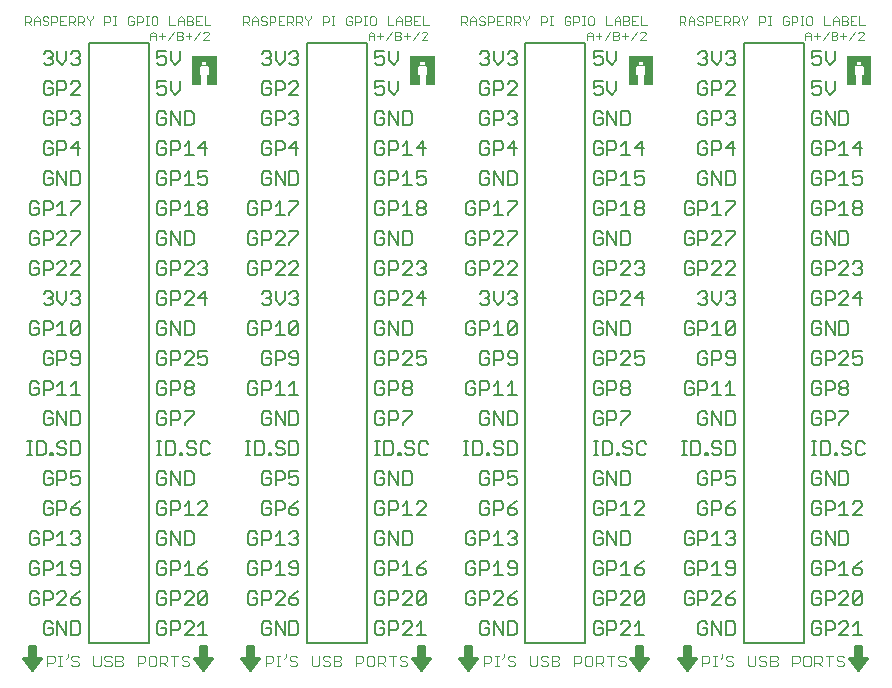
<source format=gto>
G75*
%MOIN*%
%OFA0B0*%
%FSLAX24Y24*%
%IPPOS*%
%LPD*%
%AMOC8*
5,1,8,0,0,1.08239X$1,22.5*
%
%ADD10C,0.0050*%
%ADD11C,0.0030*%
%ADD12C,0.0040*%
%ADD13C,0.0100*%
%ADD14C,0.0080*%
%ADD15C,0.0010*%
D10*
X003737Y001455D02*
X003812Y001380D01*
X003962Y001380D01*
X004037Y001455D01*
X004037Y001605D01*
X003887Y001605D01*
X004037Y001755D02*
X003962Y001830D01*
X003812Y001830D01*
X003737Y001755D01*
X003737Y001455D01*
X004197Y001380D02*
X004197Y001830D01*
X004497Y001380D01*
X004497Y001830D01*
X004657Y001830D02*
X004883Y001830D01*
X004958Y001755D01*
X004958Y001455D01*
X004883Y001380D01*
X004657Y001380D01*
X004657Y001830D01*
X004732Y002380D02*
X004883Y002380D01*
X004958Y002455D01*
X004958Y002530D01*
X004883Y002605D01*
X004657Y002605D01*
X004657Y002455D01*
X004732Y002380D01*
X004497Y002380D02*
X004197Y002380D01*
X004497Y002680D01*
X004497Y002755D01*
X004422Y002830D01*
X004272Y002830D01*
X004197Y002755D01*
X004037Y002755D02*
X004037Y002605D01*
X003962Y002530D01*
X003737Y002530D01*
X003737Y002380D02*
X003737Y002830D01*
X003962Y002830D01*
X004037Y002755D01*
X003576Y002755D02*
X003501Y002830D01*
X003351Y002830D01*
X003276Y002755D01*
X003276Y002455D01*
X003351Y002380D01*
X003501Y002380D01*
X003576Y002455D01*
X003576Y002605D01*
X003426Y002605D01*
X003351Y003380D02*
X003501Y003380D01*
X003576Y003455D01*
X003576Y003605D01*
X003426Y003605D01*
X003276Y003755D02*
X003276Y003455D01*
X003351Y003380D01*
X003276Y003755D02*
X003351Y003830D01*
X003501Y003830D01*
X003576Y003755D01*
X003737Y003830D02*
X003737Y003380D01*
X003737Y003530D02*
X003962Y003530D01*
X004037Y003605D01*
X004037Y003755D01*
X003962Y003830D01*
X003737Y003830D01*
X004197Y003680D02*
X004347Y003830D01*
X004347Y003380D01*
X004197Y003380D02*
X004497Y003380D01*
X004657Y003455D02*
X004732Y003380D01*
X004883Y003380D01*
X004958Y003455D01*
X004958Y003755D01*
X004883Y003830D01*
X004732Y003830D01*
X004657Y003755D01*
X004657Y003680D01*
X004732Y003605D01*
X004958Y003605D01*
X004883Y004380D02*
X004732Y004380D01*
X004657Y004455D01*
X004497Y004380D02*
X004197Y004380D01*
X004347Y004380D02*
X004347Y004830D01*
X004197Y004680D01*
X004037Y004605D02*
X003962Y004530D01*
X003737Y004530D01*
X003737Y004380D02*
X003737Y004830D01*
X003962Y004830D01*
X004037Y004755D01*
X004037Y004605D01*
X003576Y004605D02*
X003426Y004605D01*
X003576Y004605D02*
X003576Y004455D01*
X003501Y004380D01*
X003351Y004380D01*
X003276Y004455D01*
X003276Y004755D01*
X003351Y004830D01*
X003501Y004830D01*
X003576Y004755D01*
X003812Y005380D02*
X003737Y005455D01*
X003737Y005755D01*
X003812Y005830D01*
X003962Y005830D01*
X004037Y005755D01*
X004037Y005605D02*
X003887Y005605D01*
X004037Y005605D02*
X004037Y005455D01*
X003962Y005380D01*
X003812Y005380D01*
X004197Y005380D02*
X004197Y005830D01*
X004422Y005830D01*
X004497Y005755D01*
X004497Y005605D01*
X004422Y005530D01*
X004197Y005530D01*
X004657Y005605D02*
X004657Y005455D01*
X004732Y005380D01*
X004883Y005380D01*
X004958Y005455D01*
X004958Y005530D01*
X004883Y005605D01*
X004657Y005605D01*
X004808Y005755D01*
X004958Y005830D01*
X004883Y006380D02*
X004732Y006380D01*
X004657Y006455D01*
X004657Y006605D02*
X004808Y006680D01*
X004883Y006680D01*
X004958Y006605D01*
X004958Y006455D01*
X004883Y006380D01*
X004657Y006605D02*
X004657Y006830D01*
X004958Y006830D01*
X004497Y006755D02*
X004497Y006605D01*
X004422Y006530D01*
X004197Y006530D01*
X004197Y006380D02*
X004197Y006830D01*
X004422Y006830D01*
X004497Y006755D01*
X004037Y006755D02*
X003962Y006830D01*
X003812Y006830D01*
X003737Y006755D01*
X003737Y006455D01*
X003812Y006380D01*
X003962Y006380D01*
X004037Y006455D01*
X004037Y006605D01*
X003887Y006605D01*
X003967Y007380D02*
X004042Y007380D01*
X004042Y007455D01*
X003967Y007455D01*
X003967Y007380D01*
X003807Y007455D02*
X003807Y007755D01*
X003732Y007830D01*
X003506Y007830D01*
X003506Y007380D01*
X003732Y007380D01*
X003807Y007455D01*
X004197Y007455D02*
X004272Y007380D01*
X004422Y007380D01*
X004497Y007455D01*
X004497Y007530D01*
X004422Y007605D01*
X004272Y007605D01*
X004197Y007680D01*
X004197Y007755D01*
X004272Y007830D01*
X004422Y007830D01*
X004497Y007755D01*
X004657Y007830D02*
X004657Y007380D01*
X004883Y007380D01*
X004958Y007455D01*
X004958Y007755D01*
X004883Y007830D01*
X004657Y007830D01*
X004657Y008380D02*
X004883Y008380D01*
X004958Y008455D01*
X004958Y008755D01*
X004883Y008830D01*
X004657Y008830D01*
X004657Y008380D01*
X004497Y008380D02*
X004497Y008830D01*
X004197Y008830D02*
X004497Y008380D01*
X004197Y008380D02*
X004197Y008830D01*
X004037Y008755D02*
X003962Y008830D01*
X003812Y008830D01*
X003737Y008755D01*
X003737Y008455D01*
X003812Y008380D01*
X003962Y008380D01*
X004037Y008455D01*
X004037Y008605D01*
X003887Y008605D01*
X003350Y007830D02*
X003199Y007830D01*
X003275Y007830D02*
X003275Y007380D01*
X003350Y007380D02*
X003199Y007380D01*
X003351Y009380D02*
X003501Y009380D01*
X003576Y009455D01*
X003576Y009605D01*
X003426Y009605D01*
X003276Y009755D02*
X003276Y009455D01*
X003351Y009380D01*
X003276Y009755D02*
X003351Y009830D01*
X003501Y009830D01*
X003576Y009755D01*
X003737Y009830D02*
X003737Y009380D01*
X003737Y009530D02*
X003962Y009530D01*
X004037Y009605D01*
X004037Y009755D01*
X003962Y009830D01*
X003737Y009830D01*
X004197Y009680D02*
X004347Y009830D01*
X004347Y009380D01*
X004197Y009380D02*
X004497Y009380D01*
X004657Y009380D02*
X004958Y009380D01*
X004808Y009380D02*
X004808Y009830D01*
X004657Y009680D01*
X004732Y010380D02*
X004883Y010380D01*
X004958Y010455D01*
X004958Y010755D01*
X004883Y010830D01*
X004732Y010830D01*
X004657Y010755D01*
X004657Y010680D01*
X004732Y010605D01*
X004958Y010605D01*
X004732Y010380D02*
X004657Y010455D01*
X004497Y010605D02*
X004422Y010530D01*
X004197Y010530D01*
X004197Y010380D02*
X004197Y010830D01*
X004422Y010830D01*
X004497Y010755D01*
X004497Y010605D01*
X004037Y010605D02*
X004037Y010455D01*
X003962Y010380D01*
X003812Y010380D01*
X003737Y010455D01*
X003737Y010755D01*
X003812Y010830D01*
X003962Y010830D01*
X004037Y010755D01*
X004037Y010605D02*
X003887Y010605D01*
X003737Y011380D02*
X003737Y011830D01*
X003962Y011830D01*
X004037Y011755D01*
X004037Y011605D01*
X003962Y011530D01*
X003737Y011530D01*
X003576Y011455D02*
X003576Y011605D01*
X003426Y011605D01*
X003276Y011755D02*
X003276Y011455D01*
X003351Y011380D01*
X003501Y011380D01*
X003576Y011455D01*
X003576Y011755D02*
X003501Y011830D01*
X003351Y011830D01*
X003276Y011755D01*
X003812Y012380D02*
X003737Y012455D01*
X003812Y012380D02*
X003962Y012380D01*
X004037Y012455D01*
X004037Y012530D01*
X003962Y012605D01*
X003887Y012605D01*
X003962Y012605D02*
X004037Y012680D01*
X004037Y012755D01*
X003962Y012830D01*
X003812Y012830D01*
X003737Y012755D01*
X004197Y012830D02*
X004197Y012530D01*
X004347Y012380D01*
X004497Y012530D01*
X004497Y012830D01*
X004657Y012755D02*
X004732Y012830D01*
X004883Y012830D01*
X004958Y012755D01*
X004958Y012680D01*
X004883Y012605D01*
X004958Y012530D01*
X004958Y012455D01*
X004883Y012380D01*
X004732Y012380D01*
X004657Y012455D01*
X004808Y012605D02*
X004883Y012605D01*
X004883Y011830D02*
X004732Y011830D01*
X004657Y011755D01*
X004657Y011455D01*
X004958Y011755D01*
X004958Y011455D01*
X004883Y011380D01*
X004732Y011380D01*
X004657Y011455D01*
X004497Y011380D02*
X004197Y011380D01*
X004347Y011380D02*
X004347Y011830D01*
X004197Y011680D01*
X004883Y011830D02*
X004958Y011755D01*
X007518Y011755D02*
X007518Y011455D01*
X007593Y011380D01*
X007743Y011380D01*
X007818Y011455D01*
X007818Y011605D01*
X007668Y011605D01*
X007818Y011755D02*
X007743Y011830D01*
X007593Y011830D01*
X007518Y011755D01*
X007978Y011830D02*
X007978Y011380D01*
X008278Y011380D02*
X008278Y011830D01*
X008439Y011830D02*
X008664Y011830D01*
X008739Y011755D01*
X008739Y011455D01*
X008664Y011380D01*
X008439Y011380D01*
X008439Y011830D01*
X007978Y011830D02*
X008278Y011380D01*
X008203Y010830D02*
X008278Y010755D01*
X008278Y010605D01*
X008203Y010530D01*
X007978Y010530D01*
X007978Y010380D02*
X007978Y010830D01*
X008203Y010830D01*
X008439Y010755D02*
X008514Y010830D01*
X008664Y010830D01*
X008739Y010755D01*
X008739Y010680D01*
X008439Y010380D01*
X008739Y010380D01*
X008899Y010455D02*
X008974Y010380D01*
X009124Y010380D01*
X009199Y010455D01*
X009199Y010605D01*
X009124Y010680D01*
X009049Y010680D01*
X008899Y010605D01*
X008899Y010830D01*
X009199Y010830D01*
X008664Y009830D02*
X008514Y009830D01*
X008439Y009755D01*
X008439Y009680D01*
X008514Y009605D01*
X008664Y009605D01*
X008739Y009530D01*
X008739Y009455D01*
X008664Y009380D01*
X008514Y009380D01*
X008439Y009455D01*
X008439Y009530D01*
X008514Y009605D01*
X008664Y009605D02*
X008739Y009680D01*
X008739Y009755D01*
X008664Y009830D01*
X008278Y009755D02*
X008278Y009605D01*
X008203Y009530D01*
X007978Y009530D01*
X007978Y009380D02*
X007978Y009830D01*
X008203Y009830D01*
X008278Y009755D01*
X007818Y009755D02*
X007743Y009830D01*
X007593Y009830D01*
X007518Y009755D01*
X007518Y009455D01*
X007593Y009380D01*
X007743Y009380D01*
X007818Y009455D01*
X007818Y009605D01*
X007668Y009605D01*
X007743Y010380D02*
X007818Y010455D01*
X007818Y010605D01*
X007668Y010605D01*
X007518Y010455D02*
X007593Y010380D01*
X007743Y010380D01*
X007518Y010455D02*
X007518Y010755D01*
X007593Y010830D01*
X007743Y010830D01*
X007818Y010755D01*
X007743Y012380D02*
X007818Y012455D01*
X007818Y012605D01*
X007668Y012605D01*
X007518Y012455D02*
X007593Y012380D01*
X007743Y012380D01*
X007978Y012380D02*
X007978Y012830D01*
X008203Y012830D01*
X008278Y012755D01*
X008278Y012605D01*
X008203Y012530D01*
X007978Y012530D01*
X007818Y012755D02*
X007743Y012830D01*
X007593Y012830D01*
X007518Y012755D01*
X007518Y012455D01*
X008439Y012380D02*
X008739Y012680D01*
X008739Y012755D01*
X008664Y012830D01*
X008514Y012830D01*
X008439Y012755D01*
X008899Y012605D02*
X009199Y012605D01*
X009124Y012380D02*
X009124Y012830D01*
X008899Y012605D01*
X008739Y012380D02*
X008439Y012380D01*
X008439Y013380D02*
X008739Y013680D01*
X008739Y013755D01*
X008664Y013830D01*
X008514Y013830D01*
X008439Y013755D01*
X008278Y013755D02*
X008278Y013605D01*
X008203Y013530D01*
X007978Y013530D01*
X007978Y013380D02*
X007978Y013830D01*
X008203Y013830D01*
X008278Y013755D01*
X008439Y013380D02*
X008739Y013380D01*
X008899Y013455D02*
X008974Y013380D01*
X009124Y013380D01*
X009199Y013455D01*
X009199Y013530D01*
X009124Y013605D01*
X009049Y013605D01*
X009124Y013605D02*
X009199Y013680D01*
X009199Y013755D01*
X009124Y013830D01*
X008974Y013830D01*
X008899Y013755D01*
X008664Y014380D02*
X008439Y014380D01*
X008439Y014830D01*
X008664Y014830D01*
X008739Y014755D01*
X008739Y014455D01*
X008664Y014380D01*
X008278Y014380D02*
X008278Y014830D01*
X007978Y014830D02*
X008278Y014380D01*
X007978Y014380D02*
X007978Y014830D01*
X007818Y014755D02*
X007743Y014830D01*
X007593Y014830D01*
X007518Y014755D01*
X007518Y014455D01*
X007593Y014380D01*
X007743Y014380D01*
X007818Y014455D01*
X007818Y014605D01*
X007668Y014605D01*
X007743Y013830D02*
X007593Y013830D01*
X007518Y013755D01*
X007518Y013455D01*
X007593Y013380D01*
X007743Y013380D01*
X007818Y013455D01*
X007818Y013605D01*
X007668Y013605D01*
X007818Y013755D02*
X007743Y013830D01*
X007743Y015380D02*
X007818Y015455D01*
X007818Y015605D01*
X007668Y015605D01*
X007518Y015455D02*
X007593Y015380D01*
X007743Y015380D01*
X007978Y015380D02*
X007978Y015830D01*
X008203Y015830D01*
X008278Y015755D01*
X008278Y015605D01*
X008203Y015530D01*
X007978Y015530D01*
X007818Y015755D02*
X007743Y015830D01*
X007593Y015830D01*
X007518Y015755D01*
X007518Y015455D01*
X008439Y015380D02*
X008739Y015380D01*
X008589Y015380D02*
X008589Y015830D01*
X008439Y015680D01*
X008899Y015680D02*
X008899Y015755D01*
X008974Y015830D01*
X009124Y015830D01*
X009199Y015755D01*
X009199Y015680D01*
X009124Y015605D01*
X008974Y015605D01*
X008899Y015680D01*
X008974Y015605D02*
X008899Y015530D01*
X008899Y015455D01*
X008974Y015380D01*
X009124Y015380D01*
X009199Y015455D01*
X009199Y015530D01*
X009124Y015605D01*
X009124Y016380D02*
X008974Y016380D01*
X008899Y016455D01*
X008899Y016605D02*
X009049Y016680D01*
X009124Y016680D01*
X009199Y016605D01*
X009199Y016455D01*
X009124Y016380D01*
X008899Y016605D02*
X008899Y016830D01*
X009199Y016830D01*
X008589Y016830D02*
X008589Y016380D01*
X008439Y016380D02*
X008739Y016380D01*
X008439Y016680D02*
X008589Y016830D01*
X008278Y016755D02*
X008278Y016605D01*
X008203Y016530D01*
X007978Y016530D01*
X007978Y016380D02*
X007978Y016830D01*
X008203Y016830D01*
X008278Y016755D01*
X007818Y016755D02*
X007743Y016830D01*
X007593Y016830D01*
X007518Y016755D01*
X007518Y016455D01*
X007593Y016380D01*
X007743Y016380D01*
X007818Y016455D01*
X007818Y016605D01*
X007668Y016605D01*
X007743Y017380D02*
X007818Y017455D01*
X007818Y017605D01*
X007668Y017605D01*
X007518Y017455D02*
X007593Y017380D01*
X007743Y017380D01*
X007978Y017380D02*
X007978Y017830D01*
X008203Y017830D01*
X008278Y017755D01*
X008278Y017605D01*
X008203Y017530D01*
X007978Y017530D01*
X007818Y017755D02*
X007743Y017830D01*
X007593Y017830D01*
X007518Y017755D01*
X007518Y017455D01*
X008439Y017380D02*
X008739Y017380D01*
X008589Y017380D02*
X008589Y017830D01*
X008439Y017680D01*
X008899Y017605D02*
X009199Y017605D01*
X009124Y017380D02*
X009124Y017830D01*
X008899Y017605D01*
X008664Y018380D02*
X008439Y018380D01*
X008439Y018830D01*
X008664Y018830D01*
X008739Y018755D01*
X008739Y018455D01*
X008664Y018380D01*
X008278Y018380D02*
X008278Y018830D01*
X007978Y018830D02*
X008278Y018380D01*
X007978Y018380D02*
X007978Y018830D01*
X007818Y018755D02*
X007743Y018830D01*
X007593Y018830D01*
X007518Y018755D01*
X007518Y018455D01*
X007593Y018380D01*
X007743Y018380D01*
X007818Y018455D01*
X007818Y018605D01*
X007668Y018605D01*
X007743Y019380D02*
X007593Y019380D01*
X007518Y019455D01*
X007518Y019605D02*
X007668Y019680D01*
X007743Y019680D01*
X007818Y019605D01*
X007818Y019455D01*
X007743Y019380D01*
X007978Y019530D02*
X008128Y019380D01*
X008278Y019530D01*
X008278Y019830D01*
X007978Y019830D02*
X007978Y019530D01*
X007818Y019830D02*
X007518Y019830D01*
X007518Y019605D01*
X007593Y020380D02*
X007518Y020455D01*
X007593Y020380D02*
X007743Y020380D01*
X007818Y020455D01*
X007818Y020605D01*
X007743Y020680D01*
X007668Y020680D01*
X007518Y020605D01*
X007518Y020830D01*
X007818Y020830D01*
X007978Y020830D02*
X007978Y020530D01*
X008128Y020380D01*
X008278Y020530D01*
X008278Y020830D01*
X011012Y020755D02*
X011087Y020830D01*
X011237Y020830D01*
X011312Y020755D01*
X011312Y020680D01*
X011237Y020605D01*
X011312Y020530D01*
X011312Y020455D01*
X011237Y020380D01*
X011087Y020380D01*
X011012Y020455D01*
X011162Y020605D02*
X011237Y020605D01*
X011473Y020530D02*
X011623Y020380D01*
X011773Y020530D01*
X011773Y020830D01*
X011933Y020755D02*
X012008Y020830D01*
X012158Y020830D01*
X012233Y020755D01*
X012233Y020680D01*
X012158Y020605D01*
X012233Y020530D01*
X012233Y020455D01*
X012158Y020380D01*
X012008Y020380D01*
X011933Y020455D01*
X012083Y020605D02*
X012158Y020605D01*
X011473Y020530D02*
X011473Y020830D01*
X011473Y019830D02*
X011698Y019830D01*
X011773Y019755D01*
X011773Y019605D01*
X011698Y019530D01*
X011473Y019530D01*
X011473Y019380D02*
X011473Y019830D01*
X011312Y019755D02*
X011237Y019830D01*
X011087Y019830D01*
X011012Y019755D01*
X011012Y019455D01*
X011087Y019380D01*
X011237Y019380D01*
X011312Y019455D01*
X011312Y019605D01*
X011162Y019605D01*
X011933Y019755D02*
X012008Y019830D01*
X012158Y019830D01*
X012233Y019755D01*
X012233Y019680D01*
X011933Y019380D01*
X012233Y019380D01*
X012158Y018830D02*
X012008Y018830D01*
X011933Y018755D01*
X011773Y018755D02*
X011773Y018605D01*
X011698Y018530D01*
X011473Y018530D01*
X011473Y018380D02*
X011473Y018830D01*
X011698Y018830D01*
X011773Y018755D01*
X012083Y018605D02*
X012158Y018605D01*
X012233Y018530D01*
X012233Y018455D01*
X012158Y018380D01*
X012008Y018380D01*
X011933Y018455D01*
X012158Y018605D02*
X012233Y018680D01*
X012233Y018755D01*
X012158Y018830D01*
X011312Y018755D02*
X011237Y018830D01*
X011087Y018830D01*
X011012Y018755D01*
X011012Y018455D01*
X011087Y018380D01*
X011237Y018380D01*
X011312Y018455D01*
X011312Y018605D01*
X011162Y018605D01*
X011087Y017830D02*
X011012Y017755D01*
X011012Y017455D01*
X011087Y017380D01*
X011237Y017380D01*
X011312Y017455D01*
X011312Y017605D01*
X011162Y017605D01*
X011312Y017755D02*
X011237Y017830D01*
X011087Y017830D01*
X011473Y017830D02*
X011698Y017830D01*
X011773Y017755D01*
X011773Y017605D01*
X011698Y017530D01*
X011473Y017530D01*
X011473Y017380D02*
X011473Y017830D01*
X011933Y017605D02*
X012233Y017605D01*
X012158Y017380D02*
X012158Y017830D01*
X011933Y017605D01*
X011933Y016830D02*
X012158Y016830D01*
X012233Y016755D01*
X012233Y016455D01*
X012158Y016380D01*
X011933Y016380D01*
X011933Y016830D01*
X011773Y016830D02*
X011773Y016380D01*
X011473Y016830D01*
X011473Y016380D01*
X011312Y016455D02*
X011312Y016605D01*
X011162Y016605D01*
X011012Y016455D02*
X011087Y016380D01*
X011237Y016380D01*
X011312Y016455D01*
X011012Y016455D02*
X011012Y016755D01*
X011087Y016830D01*
X011237Y016830D01*
X011312Y016755D01*
X011237Y015830D02*
X011312Y015755D01*
X011312Y015605D01*
X011237Y015530D01*
X011012Y015530D01*
X011012Y015380D02*
X011012Y015830D01*
X011237Y015830D01*
X011473Y015680D02*
X011623Y015830D01*
X011623Y015380D01*
X011473Y015380D02*
X011773Y015380D01*
X011933Y015380D02*
X011933Y015455D01*
X012233Y015755D01*
X012233Y015830D01*
X011933Y015830D01*
X010852Y015755D02*
X010777Y015830D01*
X010627Y015830D01*
X010552Y015755D01*
X010552Y015455D01*
X010627Y015380D01*
X010777Y015380D01*
X010852Y015455D01*
X010852Y015605D01*
X010702Y015605D01*
X010777Y014830D02*
X010627Y014830D01*
X010552Y014755D01*
X010552Y014455D01*
X010627Y014380D01*
X010777Y014380D01*
X010852Y014455D01*
X010852Y014605D01*
X010702Y014605D01*
X010852Y014755D02*
X010777Y014830D01*
X011012Y014830D02*
X011237Y014830D01*
X011312Y014755D01*
X011312Y014605D01*
X011237Y014530D01*
X011012Y014530D01*
X011012Y014380D02*
X011012Y014830D01*
X011473Y014755D02*
X011548Y014830D01*
X011698Y014830D01*
X011773Y014755D01*
X011773Y014680D01*
X011473Y014380D01*
X011773Y014380D01*
X011933Y014380D02*
X011933Y014455D01*
X012233Y014755D01*
X012233Y014830D01*
X011933Y014830D01*
X012008Y013830D02*
X011933Y013755D01*
X012008Y013830D02*
X012158Y013830D01*
X012233Y013755D01*
X012233Y013680D01*
X011933Y013380D01*
X012233Y013380D01*
X011773Y013380D02*
X011473Y013380D01*
X011773Y013680D01*
X011773Y013755D01*
X011698Y013830D01*
X011548Y013830D01*
X011473Y013755D01*
X011312Y013755D02*
X011237Y013830D01*
X011012Y013830D01*
X011012Y013380D01*
X011012Y013530D02*
X011237Y013530D01*
X011312Y013605D01*
X011312Y013755D01*
X010852Y013755D02*
X010777Y013830D01*
X010627Y013830D01*
X010552Y013755D01*
X010552Y013455D01*
X010627Y013380D01*
X010777Y013380D01*
X010852Y013455D01*
X010852Y013605D01*
X010702Y013605D01*
X011087Y012830D02*
X011237Y012830D01*
X011312Y012755D01*
X011312Y012680D01*
X011237Y012605D01*
X011312Y012530D01*
X011312Y012455D01*
X011237Y012380D01*
X011087Y012380D01*
X011012Y012455D01*
X011162Y012605D02*
X011237Y012605D01*
X011473Y012530D02*
X011623Y012380D01*
X011773Y012530D01*
X011773Y012830D01*
X011933Y012755D02*
X012008Y012830D01*
X012158Y012830D01*
X012233Y012755D01*
X012233Y012680D01*
X012158Y012605D01*
X012233Y012530D01*
X012233Y012455D01*
X012158Y012380D01*
X012008Y012380D01*
X011933Y012455D01*
X012083Y012605D02*
X012158Y012605D01*
X011473Y012530D02*
X011473Y012830D01*
X011087Y012830D02*
X011012Y012755D01*
X011012Y011830D02*
X011237Y011830D01*
X011312Y011755D01*
X011312Y011605D01*
X011237Y011530D01*
X011012Y011530D01*
X011012Y011380D02*
X011012Y011830D01*
X010852Y011755D02*
X010777Y011830D01*
X010627Y011830D01*
X010552Y011755D01*
X010552Y011455D01*
X010627Y011380D01*
X010777Y011380D01*
X010852Y011455D01*
X010852Y011605D01*
X010702Y011605D01*
X011473Y011680D02*
X011623Y011830D01*
X011623Y011380D01*
X011473Y011380D02*
X011773Y011380D01*
X011933Y011455D02*
X012233Y011755D01*
X012233Y011455D01*
X012158Y011380D01*
X012008Y011380D01*
X011933Y011455D01*
X011933Y011755D01*
X012008Y011830D01*
X012158Y011830D01*
X012233Y011755D01*
X012158Y010830D02*
X012008Y010830D01*
X011933Y010755D01*
X011933Y010680D01*
X012008Y010605D01*
X012233Y010605D01*
X012233Y010455D02*
X012233Y010755D01*
X012158Y010830D01*
X011773Y010755D02*
X011773Y010605D01*
X011698Y010530D01*
X011473Y010530D01*
X011473Y010380D02*
X011473Y010830D01*
X011698Y010830D01*
X011773Y010755D01*
X011933Y010455D02*
X012008Y010380D01*
X012158Y010380D01*
X012233Y010455D01*
X012083Y009830D02*
X012083Y009380D01*
X011933Y009380D02*
X012233Y009380D01*
X011933Y009680D02*
X012083Y009830D01*
X011623Y009830D02*
X011623Y009380D01*
X011473Y009380D02*
X011773Y009380D01*
X011473Y009680D02*
X011623Y009830D01*
X011312Y009755D02*
X011312Y009605D01*
X011237Y009530D01*
X011012Y009530D01*
X011012Y009380D02*
X011012Y009830D01*
X011237Y009830D01*
X011312Y009755D01*
X010852Y009755D02*
X010777Y009830D01*
X010627Y009830D01*
X010552Y009755D01*
X010552Y009455D01*
X010627Y009380D01*
X010777Y009380D01*
X010852Y009455D01*
X010852Y009605D01*
X010702Y009605D01*
X011087Y010380D02*
X011237Y010380D01*
X011312Y010455D01*
X011312Y010605D01*
X011162Y010605D01*
X011012Y010455D02*
X011087Y010380D01*
X011012Y010455D02*
X011012Y010755D01*
X011087Y010830D01*
X011237Y010830D01*
X011312Y010755D01*
X011237Y008830D02*
X011087Y008830D01*
X011012Y008755D01*
X011012Y008455D01*
X011087Y008380D01*
X011237Y008380D01*
X011312Y008455D01*
X011312Y008605D01*
X011162Y008605D01*
X011312Y008755D02*
X011237Y008830D01*
X011473Y008830D02*
X011773Y008380D01*
X011773Y008830D01*
X011933Y008830D02*
X012158Y008830D01*
X012233Y008755D01*
X012233Y008455D01*
X012158Y008380D01*
X011933Y008380D01*
X011933Y008830D01*
X011473Y008830D02*
X011473Y008380D01*
X011548Y007830D02*
X011473Y007755D01*
X011473Y007680D01*
X011548Y007605D01*
X011698Y007605D01*
X011773Y007530D01*
X011773Y007455D01*
X011698Y007380D01*
X011548Y007380D01*
X011473Y007455D01*
X011317Y007455D02*
X011317Y007380D01*
X011242Y007380D01*
X011242Y007455D01*
X011317Y007455D01*
X011082Y007455D02*
X011082Y007755D01*
X011007Y007830D01*
X010782Y007830D01*
X010782Y007380D01*
X011007Y007380D01*
X011082Y007455D01*
X010625Y007380D02*
X010475Y007380D01*
X010550Y007380D02*
X010550Y007830D01*
X010475Y007830D02*
X010625Y007830D01*
X011548Y007830D02*
X011698Y007830D01*
X011773Y007755D01*
X011933Y007830D02*
X011933Y007380D01*
X012158Y007380D01*
X012233Y007455D01*
X012233Y007755D01*
X012158Y007830D01*
X011933Y007830D01*
X011933Y006830D02*
X011933Y006605D01*
X012083Y006680D01*
X012158Y006680D01*
X012233Y006605D01*
X012233Y006455D01*
X012158Y006380D01*
X012008Y006380D01*
X011933Y006455D01*
X011773Y006605D02*
X011698Y006530D01*
X011473Y006530D01*
X011473Y006380D02*
X011473Y006830D01*
X011698Y006830D01*
X011773Y006755D01*
X011773Y006605D01*
X011933Y006830D02*
X012233Y006830D01*
X011312Y006755D02*
X011237Y006830D01*
X011087Y006830D01*
X011012Y006755D01*
X011012Y006455D01*
X011087Y006380D01*
X011237Y006380D01*
X011312Y006455D01*
X011312Y006605D01*
X011162Y006605D01*
X011087Y005830D02*
X011012Y005755D01*
X011012Y005455D01*
X011087Y005380D01*
X011237Y005380D01*
X011312Y005455D01*
X011312Y005605D01*
X011162Y005605D01*
X011312Y005755D02*
X011237Y005830D01*
X011087Y005830D01*
X011473Y005830D02*
X011698Y005830D01*
X011773Y005755D01*
X011773Y005605D01*
X011698Y005530D01*
X011473Y005530D01*
X011473Y005380D02*
X011473Y005830D01*
X011933Y005605D02*
X012158Y005605D01*
X012233Y005530D01*
X012233Y005455D01*
X012158Y005380D01*
X012008Y005380D01*
X011933Y005455D01*
X011933Y005605D01*
X012083Y005755D01*
X012233Y005830D01*
X012158Y004830D02*
X012008Y004830D01*
X011933Y004755D01*
X012083Y004605D02*
X012158Y004605D01*
X012233Y004530D01*
X012233Y004455D01*
X012158Y004380D01*
X012008Y004380D01*
X011933Y004455D01*
X011773Y004380D02*
X011473Y004380D01*
X011623Y004380D02*
X011623Y004830D01*
X011473Y004680D01*
X011312Y004605D02*
X011237Y004530D01*
X011012Y004530D01*
X011012Y004380D02*
X011012Y004830D01*
X011237Y004830D01*
X011312Y004755D01*
X011312Y004605D01*
X010852Y004605D02*
X010702Y004605D01*
X010852Y004605D02*
X010852Y004455D01*
X010777Y004380D01*
X010627Y004380D01*
X010552Y004455D01*
X010552Y004755D01*
X010627Y004830D01*
X010777Y004830D01*
X010852Y004755D01*
X010777Y003830D02*
X010627Y003830D01*
X010552Y003755D01*
X010552Y003455D01*
X010627Y003380D01*
X010777Y003380D01*
X010852Y003455D01*
X010852Y003605D01*
X010702Y003605D01*
X010852Y003755D02*
X010777Y003830D01*
X011012Y003830D02*
X011237Y003830D01*
X011312Y003755D01*
X011312Y003605D01*
X011237Y003530D01*
X011012Y003530D01*
X011012Y003380D02*
X011012Y003830D01*
X011473Y003680D02*
X011623Y003830D01*
X011623Y003380D01*
X011473Y003380D02*
X011773Y003380D01*
X011933Y003455D02*
X012008Y003380D01*
X012158Y003380D01*
X012233Y003455D01*
X012233Y003755D01*
X012158Y003830D01*
X012008Y003830D01*
X011933Y003755D01*
X011933Y003680D01*
X012008Y003605D01*
X012233Y003605D01*
X012233Y002830D02*
X012083Y002755D01*
X011933Y002605D01*
X012158Y002605D01*
X012233Y002530D01*
X012233Y002455D01*
X012158Y002380D01*
X012008Y002380D01*
X011933Y002455D01*
X011933Y002605D01*
X011773Y002680D02*
X011473Y002380D01*
X011773Y002380D01*
X011773Y002680D02*
X011773Y002755D01*
X011698Y002830D01*
X011548Y002830D01*
X011473Y002755D01*
X011312Y002755D02*
X011312Y002605D01*
X011237Y002530D01*
X011012Y002530D01*
X011012Y002380D02*
X011012Y002830D01*
X011237Y002830D01*
X011312Y002755D01*
X010852Y002755D02*
X010777Y002830D01*
X010627Y002830D01*
X010552Y002755D01*
X010552Y002455D01*
X010627Y002380D01*
X010777Y002380D01*
X010852Y002455D01*
X010852Y002605D01*
X010702Y002605D01*
X011087Y001830D02*
X011012Y001755D01*
X011012Y001455D01*
X011087Y001380D01*
X011237Y001380D01*
X011312Y001455D01*
X011312Y001605D01*
X011162Y001605D01*
X011312Y001755D02*
X011237Y001830D01*
X011087Y001830D01*
X011473Y001830D02*
X011773Y001380D01*
X011773Y001830D01*
X011933Y001830D02*
X012158Y001830D01*
X012233Y001755D01*
X012233Y001455D01*
X012158Y001380D01*
X011933Y001380D01*
X011933Y001830D01*
X011473Y001830D02*
X011473Y001380D01*
X009199Y001380D02*
X008899Y001380D01*
X009049Y001380D02*
X009049Y001830D01*
X008899Y001680D01*
X008739Y001680D02*
X008739Y001755D01*
X008664Y001830D01*
X008514Y001830D01*
X008439Y001755D01*
X008278Y001755D02*
X008278Y001605D01*
X008203Y001530D01*
X007978Y001530D01*
X007978Y001380D02*
X007978Y001830D01*
X008203Y001830D01*
X008278Y001755D01*
X008439Y001380D02*
X008739Y001680D01*
X008739Y001380D02*
X008439Y001380D01*
X007818Y001455D02*
X007818Y001605D01*
X007668Y001605D01*
X007818Y001455D02*
X007743Y001380D01*
X007593Y001380D01*
X007518Y001455D01*
X007518Y001755D01*
X007593Y001830D01*
X007743Y001830D01*
X007818Y001755D01*
X007743Y002380D02*
X007818Y002455D01*
X007818Y002605D01*
X007668Y002605D01*
X007518Y002755D02*
X007518Y002455D01*
X007593Y002380D01*
X007743Y002380D01*
X007978Y002380D02*
X007978Y002830D01*
X008203Y002830D01*
X008278Y002755D01*
X008278Y002605D01*
X008203Y002530D01*
X007978Y002530D01*
X007818Y002755D02*
X007743Y002830D01*
X007593Y002830D01*
X007518Y002755D01*
X007593Y003380D02*
X007518Y003455D01*
X007518Y003755D01*
X007593Y003830D01*
X007743Y003830D01*
X007818Y003755D01*
X007818Y003605D02*
X007668Y003605D01*
X007818Y003605D02*
X007818Y003455D01*
X007743Y003380D01*
X007593Y003380D01*
X007978Y003380D02*
X007978Y003830D01*
X008203Y003830D01*
X008278Y003755D01*
X008278Y003605D01*
X008203Y003530D01*
X007978Y003530D01*
X008439Y003380D02*
X008739Y003380D01*
X008589Y003380D02*
X008589Y003830D01*
X008439Y003680D01*
X008899Y003605D02*
X008899Y003455D01*
X008974Y003380D01*
X009124Y003380D01*
X009199Y003455D01*
X009199Y003530D01*
X009124Y003605D01*
X008899Y003605D01*
X009049Y003755D01*
X009199Y003830D01*
X008664Y004380D02*
X008439Y004380D01*
X008439Y004830D01*
X008664Y004830D01*
X008739Y004755D01*
X008739Y004455D01*
X008664Y004380D01*
X008278Y004380D02*
X008278Y004830D01*
X007978Y004830D02*
X008278Y004380D01*
X007978Y004380D02*
X007978Y004830D01*
X007818Y004755D02*
X007743Y004830D01*
X007593Y004830D01*
X007518Y004755D01*
X007518Y004455D01*
X007593Y004380D01*
X007743Y004380D01*
X007818Y004455D01*
X007818Y004605D01*
X007668Y004605D01*
X007743Y005380D02*
X007818Y005455D01*
X007818Y005605D01*
X007668Y005605D01*
X007518Y005455D02*
X007593Y005380D01*
X007743Y005380D01*
X007978Y005380D02*
X007978Y005830D01*
X008203Y005830D01*
X008278Y005755D01*
X008278Y005605D01*
X008203Y005530D01*
X007978Y005530D01*
X007818Y005755D02*
X007743Y005830D01*
X007593Y005830D01*
X007518Y005755D01*
X007518Y005455D01*
X008439Y005380D02*
X008739Y005380D01*
X008589Y005380D02*
X008589Y005830D01*
X008439Y005680D01*
X008899Y005755D02*
X008974Y005830D01*
X009124Y005830D01*
X009199Y005755D01*
X009199Y005680D01*
X008899Y005380D01*
X009199Y005380D01*
X008664Y006380D02*
X008439Y006380D01*
X008439Y006830D01*
X008664Y006830D01*
X008739Y006755D01*
X008739Y006455D01*
X008664Y006380D01*
X008278Y006380D02*
X008278Y006830D01*
X007978Y006830D02*
X008278Y006380D01*
X007978Y006380D02*
X007978Y006830D01*
X007818Y006755D02*
X007743Y006830D01*
X007593Y006830D01*
X007518Y006755D01*
X007518Y006455D01*
X007593Y006380D01*
X007743Y006380D01*
X007818Y006455D01*
X007818Y006605D01*
X007668Y006605D01*
X007668Y007380D02*
X007518Y007380D01*
X007593Y007380D02*
X007593Y007830D01*
X007518Y007830D02*
X007668Y007830D01*
X007825Y007830D02*
X008050Y007830D01*
X008125Y007755D01*
X008125Y007455D01*
X008050Y007380D01*
X007825Y007380D01*
X007825Y007830D01*
X007743Y008380D02*
X007818Y008455D01*
X007818Y008605D01*
X007668Y008605D01*
X007518Y008455D02*
X007593Y008380D01*
X007743Y008380D01*
X007978Y008380D02*
X007978Y008830D01*
X008203Y008830D01*
X008278Y008755D01*
X008278Y008605D01*
X008203Y008530D01*
X007978Y008530D01*
X007818Y008755D02*
X007743Y008830D01*
X007593Y008830D01*
X007518Y008755D01*
X007518Y008455D01*
X008439Y008455D02*
X008439Y008380D01*
X008439Y008455D02*
X008739Y008755D01*
X008739Y008830D01*
X008439Y008830D01*
X008590Y007830D02*
X008515Y007755D01*
X008515Y007680D01*
X008590Y007605D01*
X008741Y007605D01*
X008816Y007530D01*
X008816Y007455D01*
X008741Y007380D01*
X008590Y007380D01*
X008515Y007455D01*
X008360Y007455D02*
X008360Y007380D01*
X008285Y007380D01*
X008285Y007455D01*
X008360Y007455D01*
X008741Y007830D02*
X008816Y007755D01*
X008741Y007830D02*
X008590Y007830D01*
X008976Y007755D02*
X008976Y007455D01*
X009051Y007380D01*
X009201Y007380D01*
X009276Y007455D01*
X009276Y007755D02*
X009201Y007830D01*
X009051Y007830D01*
X008976Y007755D01*
X012158Y004830D02*
X012233Y004755D01*
X012233Y004680D01*
X012158Y004605D01*
X014793Y004455D02*
X014868Y004380D01*
X015019Y004380D01*
X015094Y004455D01*
X015094Y004605D01*
X014944Y004605D01*
X015094Y004755D02*
X015019Y004830D01*
X014868Y004830D01*
X014793Y004755D01*
X014793Y004455D01*
X015254Y004380D02*
X015254Y004830D01*
X015554Y004380D01*
X015554Y004830D01*
X015714Y004830D02*
X015939Y004830D01*
X016014Y004755D01*
X016014Y004455D01*
X015939Y004380D01*
X015714Y004380D01*
X015714Y004830D01*
X015714Y005380D02*
X016014Y005380D01*
X015864Y005380D02*
X015864Y005830D01*
X015714Y005680D01*
X015554Y005605D02*
X015479Y005530D01*
X015254Y005530D01*
X015254Y005380D02*
X015254Y005830D01*
X015479Y005830D01*
X015554Y005755D01*
X015554Y005605D01*
X015094Y005605D02*
X015094Y005455D01*
X015019Y005380D01*
X014868Y005380D01*
X014793Y005455D01*
X014793Y005755D01*
X014868Y005830D01*
X015019Y005830D01*
X015094Y005755D01*
X015094Y005605D02*
X014944Y005605D01*
X015019Y006380D02*
X015094Y006455D01*
X015094Y006605D01*
X014944Y006605D01*
X015094Y006755D02*
X015019Y006830D01*
X014868Y006830D01*
X014793Y006755D01*
X014793Y006455D01*
X014868Y006380D01*
X015019Y006380D01*
X015254Y006380D02*
X015254Y006830D01*
X015554Y006380D01*
X015554Y006830D01*
X015714Y006830D02*
X015939Y006830D01*
X016014Y006755D01*
X016014Y006455D01*
X015939Y006380D01*
X015714Y006380D01*
X015714Y006830D01*
X015636Y007380D02*
X015561Y007380D01*
X015561Y007455D01*
X015636Y007455D01*
X015636Y007380D01*
X015791Y007455D02*
X015866Y007380D01*
X016016Y007380D01*
X016091Y007455D01*
X016091Y007530D01*
X016016Y007605D01*
X015866Y007605D01*
X015791Y007680D01*
X015791Y007755D01*
X015866Y007830D01*
X016016Y007830D01*
X016091Y007755D01*
X016251Y007755D02*
X016251Y007455D01*
X016326Y007380D01*
X016476Y007380D01*
X016552Y007455D01*
X016552Y007755D02*
X016476Y007830D01*
X016326Y007830D01*
X016251Y007755D01*
X015714Y008380D02*
X015714Y008455D01*
X016014Y008755D01*
X016014Y008830D01*
X015714Y008830D01*
X015554Y008755D02*
X015554Y008605D01*
X015479Y008530D01*
X015254Y008530D01*
X015254Y008380D02*
X015254Y008830D01*
X015479Y008830D01*
X015554Y008755D01*
X015094Y008755D02*
X015019Y008830D01*
X014868Y008830D01*
X014793Y008755D01*
X014793Y008455D01*
X014868Y008380D01*
X015019Y008380D01*
X015094Y008455D01*
X015094Y008605D01*
X014944Y008605D01*
X014944Y007830D02*
X014793Y007830D01*
X014868Y007830D02*
X014868Y007380D01*
X014793Y007380D02*
X014944Y007380D01*
X015100Y007380D02*
X015326Y007380D01*
X015401Y007455D01*
X015401Y007755D01*
X015326Y007830D01*
X015100Y007830D01*
X015100Y007380D01*
X016250Y005830D02*
X016175Y005755D01*
X016250Y005830D02*
X016400Y005830D01*
X016475Y005755D01*
X016475Y005680D01*
X016175Y005380D01*
X016475Y005380D01*
X017827Y004755D02*
X017827Y004455D01*
X017902Y004380D01*
X018053Y004380D01*
X018128Y004455D01*
X018128Y004605D01*
X017978Y004605D01*
X018128Y004755D02*
X018053Y004830D01*
X017902Y004830D01*
X017827Y004755D01*
X018288Y004830D02*
X018288Y004380D01*
X018288Y004530D02*
X018513Y004530D01*
X018588Y004605D01*
X018588Y004755D01*
X018513Y004830D01*
X018288Y004830D01*
X018748Y004680D02*
X018898Y004830D01*
X018898Y004380D01*
X018748Y004380D02*
X019048Y004380D01*
X019209Y004455D02*
X019284Y004380D01*
X019434Y004380D01*
X019509Y004455D01*
X019509Y004530D01*
X019434Y004605D01*
X019359Y004605D01*
X019434Y004605D02*
X019509Y004680D01*
X019509Y004755D01*
X019434Y004830D01*
X019284Y004830D01*
X019209Y004755D01*
X019284Y005380D02*
X019209Y005455D01*
X019209Y005605D01*
X019434Y005605D01*
X019509Y005530D01*
X019509Y005455D01*
X019434Y005380D01*
X019284Y005380D01*
X019209Y005605D02*
X019359Y005755D01*
X019509Y005830D01*
X019048Y005755D02*
X019048Y005605D01*
X018973Y005530D01*
X018748Y005530D01*
X018748Y005380D02*
X018748Y005830D01*
X018973Y005830D01*
X019048Y005755D01*
X018588Y005755D02*
X018513Y005830D01*
X018363Y005830D01*
X018288Y005755D01*
X018288Y005455D01*
X018363Y005380D01*
X018513Y005380D01*
X018588Y005455D01*
X018588Y005605D01*
X018438Y005605D01*
X018513Y006380D02*
X018588Y006455D01*
X018588Y006605D01*
X018438Y006605D01*
X018288Y006455D02*
X018363Y006380D01*
X018513Y006380D01*
X018748Y006380D02*
X018748Y006830D01*
X018973Y006830D01*
X019048Y006755D01*
X019048Y006605D01*
X018973Y006530D01*
X018748Y006530D01*
X018588Y006755D02*
X018513Y006830D01*
X018363Y006830D01*
X018288Y006755D01*
X018288Y006455D01*
X019209Y006455D02*
X019284Y006380D01*
X019434Y006380D01*
X019509Y006455D01*
X019509Y006605D01*
X019434Y006680D01*
X019359Y006680D01*
X019209Y006605D01*
X019209Y006830D01*
X019509Y006830D01*
X019434Y007380D02*
X019209Y007380D01*
X019209Y007830D01*
X019434Y007830D01*
X019509Y007755D01*
X019509Y007455D01*
X019434Y007380D01*
X019048Y007455D02*
X018973Y007380D01*
X018823Y007380D01*
X018748Y007455D01*
X018593Y007455D02*
X018593Y007380D01*
X018518Y007380D01*
X018518Y007455D01*
X018593Y007455D01*
X018358Y007455D02*
X018358Y007755D01*
X018283Y007830D01*
X018058Y007830D01*
X018058Y007380D01*
X018283Y007380D01*
X018358Y007455D01*
X018748Y007680D02*
X018823Y007605D01*
X018973Y007605D01*
X019048Y007530D01*
X019048Y007455D01*
X019048Y007755D02*
X018973Y007830D01*
X018823Y007830D01*
X018748Y007755D01*
X018748Y007680D01*
X017901Y007830D02*
X017751Y007830D01*
X017826Y007830D02*
X017826Y007380D01*
X017751Y007380D02*
X017901Y007380D01*
X018363Y008380D02*
X018513Y008380D01*
X018588Y008455D01*
X018588Y008605D01*
X018438Y008605D01*
X018288Y008455D02*
X018363Y008380D01*
X018288Y008455D02*
X018288Y008755D01*
X018363Y008830D01*
X018513Y008830D01*
X018588Y008755D01*
X018748Y008830D02*
X019048Y008380D01*
X019048Y008830D01*
X019209Y008830D02*
X019434Y008830D01*
X019509Y008755D01*
X019509Y008455D01*
X019434Y008380D01*
X019209Y008380D01*
X019209Y008830D01*
X018748Y008830D02*
X018748Y008380D01*
X018748Y009380D02*
X019048Y009380D01*
X018898Y009380D02*
X018898Y009830D01*
X018748Y009680D01*
X018588Y009605D02*
X018513Y009530D01*
X018288Y009530D01*
X018288Y009380D02*
X018288Y009830D01*
X018513Y009830D01*
X018588Y009755D01*
X018588Y009605D01*
X019209Y009680D02*
X019359Y009830D01*
X019359Y009380D01*
X019209Y009380D02*
X019509Y009380D01*
X019434Y010380D02*
X019509Y010455D01*
X019509Y010755D01*
X019434Y010830D01*
X019284Y010830D01*
X019209Y010755D01*
X019209Y010680D01*
X019284Y010605D01*
X019509Y010605D01*
X019434Y010380D02*
X019284Y010380D01*
X019209Y010455D01*
X019048Y010605D02*
X018973Y010530D01*
X018748Y010530D01*
X018748Y010380D02*
X018748Y010830D01*
X018973Y010830D01*
X019048Y010755D01*
X019048Y010605D01*
X018588Y010605D02*
X018588Y010455D01*
X018513Y010380D01*
X018363Y010380D01*
X018288Y010455D01*
X018288Y010755D01*
X018363Y010830D01*
X018513Y010830D01*
X018588Y010755D01*
X018588Y010605D02*
X018438Y010605D01*
X018053Y009830D02*
X017902Y009830D01*
X017827Y009755D01*
X017827Y009455D01*
X017902Y009380D01*
X018053Y009380D01*
X018128Y009455D01*
X018128Y009605D01*
X017978Y009605D01*
X018128Y009755D02*
X018053Y009830D01*
X016475Y010455D02*
X016400Y010380D01*
X016250Y010380D01*
X016175Y010455D01*
X016175Y010605D02*
X016325Y010680D01*
X016400Y010680D01*
X016475Y010605D01*
X016475Y010455D01*
X016175Y010605D02*
X016175Y010830D01*
X016475Y010830D01*
X016014Y010755D02*
X016014Y010680D01*
X015714Y010380D01*
X016014Y010380D01*
X015554Y010605D02*
X015479Y010530D01*
X015254Y010530D01*
X015254Y010380D02*
X015254Y010830D01*
X015479Y010830D01*
X015554Y010755D01*
X015554Y010605D01*
X015714Y010755D02*
X015789Y010830D01*
X015939Y010830D01*
X016014Y010755D01*
X015939Y011380D02*
X015714Y011380D01*
X015714Y011830D01*
X015939Y011830D01*
X016014Y011755D01*
X016014Y011455D01*
X015939Y011380D01*
X015554Y011380D02*
X015554Y011830D01*
X015254Y011830D02*
X015554Y011380D01*
X015254Y011380D02*
X015254Y011830D01*
X015094Y011755D02*
X015019Y011830D01*
X014868Y011830D01*
X014793Y011755D01*
X014793Y011455D01*
X014868Y011380D01*
X015019Y011380D01*
X015094Y011455D01*
X015094Y011605D01*
X014944Y011605D01*
X015019Y012380D02*
X015094Y012455D01*
X015094Y012605D01*
X014944Y012605D01*
X015094Y012755D02*
X015019Y012830D01*
X014868Y012830D01*
X014793Y012755D01*
X014793Y012455D01*
X014868Y012380D01*
X015019Y012380D01*
X015254Y012380D02*
X015254Y012830D01*
X015479Y012830D01*
X015554Y012755D01*
X015554Y012605D01*
X015479Y012530D01*
X015254Y012530D01*
X015714Y012380D02*
X016014Y012680D01*
X016014Y012755D01*
X015939Y012830D01*
X015789Y012830D01*
X015714Y012755D01*
X015714Y012380D02*
X016014Y012380D01*
X016175Y012605D02*
X016475Y012605D01*
X016400Y012380D02*
X016400Y012830D01*
X016175Y012605D01*
X016250Y013380D02*
X016175Y013455D01*
X016250Y013380D02*
X016400Y013380D01*
X016475Y013455D01*
X016475Y013530D01*
X016400Y013605D01*
X016325Y013605D01*
X016400Y013605D02*
X016475Y013680D01*
X016475Y013755D01*
X016400Y013830D01*
X016250Y013830D01*
X016175Y013755D01*
X016014Y013755D02*
X015939Y013830D01*
X015789Y013830D01*
X015714Y013755D01*
X015554Y013755D02*
X015554Y013605D01*
X015479Y013530D01*
X015254Y013530D01*
X015254Y013380D02*
X015254Y013830D01*
X015479Y013830D01*
X015554Y013755D01*
X015714Y013380D02*
X016014Y013680D01*
X016014Y013755D01*
X016014Y013380D02*
X015714Y013380D01*
X015094Y013455D02*
X015094Y013605D01*
X014944Y013605D01*
X015094Y013455D02*
X015019Y013380D01*
X014868Y013380D01*
X014793Y013455D01*
X014793Y013755D01*
X014868Y013830D01*
X015019Y013830D01*
X015094Y013755D01*
X015019Y014380D02*
X015094Y014455D01*
X015094Y014605D01*
X014944Y014605D01*
X015094Y014755D02*
X015019Y014830D01*
X014868Y014830D01*
X014793Y014755D01*
X014793Y014455D01*
X014868Y014380D01*
X015019Y014380D01*
X015254Y014380D02*
X015254Y014830D01*
X015554Y014380D01*
X015554Y014830D01*
X015714Y014830D02*
X015939Y014830D01*
X016014Y014755D01*
X016014Y014455D01*
X015939Y014380D01*
X015714Y014380D01*
X015714Y014830D01*
X015714Y015380D02*
X016014Y015380D01*
X015864Y015380D02*
X015864Y015830D01*
X015714Y015680D01*
X015554Y015605D02*
X015479Y015530D01*
X015254Y015530D01*
X015254Y015380D02*
X015254Y015830D01*
X015479Y015830D01*
X015554Y015755D01*
X015554Y015605D01*
X015094Y015605D02*
X015094Y015455D01*
X015019Y015380D01*
X014868Y015380D01*
X014793Y015455D01*
X014793Y015755D01*
X014868Y015830D01*
X015019Y015830D01*
X015094Y015755D01*
X015094Y015605D02*
X014944Y015605D01*
X015019Y016380D02*
X015094Y016455D01*
X015094Y016605D01*
X014944Y016605D01*
X015094Y016755D02*
X015019Y016830D01*
X014868Y016830D01*
X014793Y016755D01*
X014793Y016455D01*
X014868Y016380D01*
X015019Y016380D01*
X015254Y016380D02*
X015254Y016830D01*
X015479Y016830D01*
X015554Y016755D01*
X015554Y016605D01*
X015479Y016530D01*
X015254Y016530D01*
X015714Y016380D02*
X016014Y016380D01*
X015864Y016380D02*
X015864Y016830D01*
X015714Y016680D01*
X016175Y016605D02*
X016325Y016680D01*
X016400Y016680D01*
X016475Y016605D01*
X016475Y016455D01*
X016400Y016380D01*
X016250Y016380D01*
X016175Y016455D01*
X016175Y016605D02*
X016175Y016830D01*
X016475Y016830D01*
X016400Y017380D02*
X016400Y017830D01*
X016175Y017605D01*
X016475Y017605D01*
X016014Y017380D02*
X015714Y017380D01*
X015864Y017380D02*
X015864Y017830D01*
X015714Y017680D01*
X015554Y017605D02*
X015479Y017530D01*
X015254Y017530D01*
X015254Y017380D02*
X015254Y017830D01*
X015479Y017830D01*
X015554Y017755D01*
X015554Y017605D01*
X015094Y017605D02*
X015094Y017455D01*
X015019Y017380D01*
X014868Y017380D01*
X014793Y017455D01*
X014793Y017755D01*
X014868Y017830D01*
X015019Y017830D01*
X015094Y017755D01*
X015094Y017605D02*
X014944Y017605D01*
X015019Y018380D02*
X015094Y018455D01*
X015094Y018605D01*
X014944Y018605D01*
X015094Y018755D02*
X015019Y018830D01*
X014868Y018830D01*
X014793Y018755D01*
X014793Y018455D01*
X014868Y018380D01*
X015019Y018380D01*
X015254Y018380D02*
X015254Y018830D01*
X015554Y018380D01*
X015554Y018830D01*
X015714Y018830D02*
X015939Y018830D01*
X016014Y018755D01*
X016014Y018455D01*
X015939Y018380D01*
X015714Y018380D01*
X015714Y018830D01*
X015404Y019380D02*
X015554Y019530D01*
X015554Y019830D01*
X015254Y019830D02*
X015254Y019530D01*
X015404Y019380D01*
X015094Y019455D02*
X015094Y019605D01*
X015019Y019680D01*
X014944Y019680D01*
X014793Y019605D01*
X014793Y019830D01*
X015094Y019830D01*
X015094Y019455D02*
X015019Y019380D01*
X014868Y019380D01*
X014793Y019455D01*
X014868Y020380D02*
X014793Y020455D01*
X014868Y020380D02*
X015019Y020380D01*
X015094Y020455D01*
X015094Y020605D01*
X015019Y020680D01*
X014944Y020680D01*
X014793Y020605D01*
X014793Y020830D01*
X015094Y020830D01*
X015254Y020830D02*
X015254Y020530D01*
X015404Y020380D01*
X015554Y020530D01*
X015554Y020830D01*
X018288Y020755D02*
X018363Y020830D01*
X018513Y020830D01*
X018588Y020755D01*
X018588Y020680D01*
X018513Y020605D01*
X018588Y020530D01*
X018588Y020455D01*
X018513Y020380D01*
X018363Y020380D01*
X018288Y020455D01*
X018438Y020605D02*
X018513Y020605D01*
X018748Y020530D02*
X018748Y020830D01*
X018748Y020530D02*
X018898Y020380D01*
X019048Y020530D01*
X019048Y020830D01*
X019209Y020755D02*
X019284Y020830D01*
X019434Y020830D01*
X019509Y020755D01*
X019509Y020680D01*
X019434Y020605D01*
X019509Y020530D01*
X019509Y020455D01*
X019434Y020380D01*
X019284Y020380D01*
X019209Y020455D01*
X019359Y020605D02*
X019434Y020605D01*
X019434Y019830D02*
X019284Y019830D01*
X019209Y019755D01*
X019048Y019755D02*
X019048Y019605D01*
X018973Y019530D01*
X018748Y019530D01*
X018748Y019380D02*
X018748Y019830D01*
X018973Y019830D01*
X019048Y019755D01*
X019434Y019830D02*
X019509Y019755D01*
X019509Y019680D01*
X019209Y019380D01*
X019509Y019380D01*
X018588Y019455D02*
X018588Y019605D01*
X018438Y019605D01*
X018588Y019455D02*
X018513Y019380D01*
X018363Y019380D01*
X018288Y019455D01*
X018288Y019755D01*
X018363Y019830D01*
X018513Y019830D01*
X018588Y019755D01*
X018513Y018830D02*
X018363Y018830D01*
X018288Y018755D01*
X018288Y018455D01*
X018363Y018380D01*
X018513Y018380D01*
X018588Y018455D01*
X018588Y018605D01*
X018438Y018605D01*
X018588Y018755D02*
X018513Y018830D01*
X018748Y018830D02*
X018973Y018830D01*
X019048Y018755D01*
X019048Y018605D01*
X018973Y018530D01*
X018748Y018530D01*
X018748Y018380D02*
X018748Y018830D01*
X019209Y018755D02*
X019284Y018830D01*
X019434Y018830D01*
X019509Y018755D01*
X019509Y018680D01*
X019434Y018605D01*
X019509Y018530D01*
X019509Y018455D01*
X019434Y018380D01*
X019284Y018380D01*
X019209Y018455D01*
X019359Y018605D02*
X019434Y018605D01*
X019434Y017830D02*
X019209Y017605D01*
X019509Y017605D01*
X019434Y017380D02*
X019434Y017830D01*
X019048Y017755D02*
X019048Y017605D01*
X018973Y017530D01*
X018748Y017530D01*
X018748Y017380D02*
X018748Y017830D01*
X018973Y017830D01*
X019048Y017755D01*
X018588Y017755D02*
X018513Y017830D01*
X018363Y017830D01*
X018288Y017755D01*
X018288Y017455D01*
X018363Y017380D01*
X018513Y017380D01*
X018588Y017455D01*
X018588Y017605D01*
X018438Y017605D01*
X018513Y016830D02*
X018363Y016830D01*
X018288Y016755D01*
X018288Y016455D01*
X018363Y016380D01*
X018513Y016380D01*
X018588Y016455D01*
X018588Y016605D01*
X018438Y016605D01*
X018588Y016755D02*
X018513Y016830D01*
X018748Y016830D02*
X019048Y016380D01*
X019048Y016830D01*
X019209Y016830D02*
X019434Y016830D01*
X019509Y016755D01*
X019509Y016455D01*
X019434Y016380D01*
X019209Y016380D01*
X019209Y016830D01*
X018748Y016830D02*
X018748Y016380D01*
X018898Y015830D02*
X018898Y015380D01*
X018748Y015380D02*
X019048Y015380D01*
X019209Y015380D02*
X019209Y015455D01*
X019509Y015755D01*
X019509Y015830D01*
X019209Y015830D01*
X018898Y015830D02*
X018748Y015680D01*
X018588Y015605D02*
X018513Y015530D01*
X018288Y015530D01*
X018288Y015380D02*
X018288Y015830D01*
X018513Y015830D01*
X018588Y015755D01*
X018588Y015605D01*
X018128Y015605D02*
X018128Y015455D01*
X018053Y015380D01*
X017902Y015380D01*
X017827Y015455D01*
X017827Y015755D01*
X017902Y015830D01*
X018053Y015830D01*
X018128Y015755D01*
X018128Y015605D02*
X017978Y015605D01*
X018053Y014830D02*
X017902Y014830D01*
X017827Y014755D01*
X017827Y014455D01*
X017902Y014380D01*
X018053Y014380D01*
X018128Y014455D01*
X018128Y014605D01*
X017978Y014605D01*
X018128Y014755D02*
X018053Y014830D01*
X018288Y014830D02*
X018513Y014830D01*
X018588Y014755D01*
X018588Y014605D01*
X018513Y014530D01*
X018288Y014530D01*
X018288Y014380D02*
X018288Y014830D01*
X018748Y014755D02*
X018823Y014830D01*
X018973Y014830D01*
X019048Y014755D01*
X019048Y014680D01*
X018748Y014380D01*
X019048Y014380D01*
X019209Y014380D02*
X019209Y014455D01*
X019509Y014755D01*
X019509Y014830D01*
X019209Y014830D01*
X019284Y013830D02*
X019209Y013755D01*
X019284Y013830D02*
X019434Y013830D01*
X019509Y013755D01*
X019509Y013680D01*
X019209Y013380D01*
X019509Y013380D01*
X019048Y013380D02*
X018748Y013380D01*
X019048Y013680D01*
X019048Y013755D01*
X018973Y013830D01*
X018823Y013830D01*
X018748Y013755D01*
X018588Y013755D02*
X018588Y013605D01*
X018513Y013530D01*
X018288Y013530D01*
X018288Y013380D02*
X018288Y013830D01*
X018513Y013830D01*
X018588Y013755D01*
X018128Y013755D02*
X018053Y013830D01*
X017902Y013830D01*
X017827Y013755D01*
X017827Y013455D01*
X017902Y013380D01*
X018053Y013380D01*
X018128Y013455D01*
X018128Y013605D01*
X017978Y013605D01*
X018363Y012830D02*
X018513Y012830D01*
X018588Y012755D01*
X018588Y012680D01*
X018513Y012605D01*
X018588Y012530D01*
X018588Y012455D01*
X018513Y012380D01*
X018363Y012380D01*
X018288Y012455D01*
X018438Y012605D02*
X018513Y012605D01*
X018748Y012530D02*
X018748Y012830D01*
X018748Y012530D02*
X018898Y012380D01*
X019048Y012530D01*
X019048Y012830D01*
X019209Y012755D02*
X019284Y012830D01*
X019434Y012830D01*
X019509Y012755D01*
X019509Y012680D01*
X019434Y012605D01*
X019509Y012530D01*
X019509Y012455D01*
X019434Y012380D01*
X019284Y012380D01*
X019209Y012455D01*
X019359Y012605D02*
X019434Y012605D01*
X019434Y011830D02*
X019509Y011755D01*
X019209Y011455D01*
X019284Y011380D01*
X019434Y011380D01*
X019509Y011455D01*
X019509Y011755D01*
X019434Y011830D02*
X019284Y011830D01*
X019209Y011755D01*
X019209Y011455D01*
X019048Y011380D02*
X018748Y011380D01*
X018898Y011380D02*
X018898Y011830D01*
X018748Y011680D01*
X018588Y011605D02*
X018513Y011530D01*
X018288Y011530D01*
X018288Y011380D02*
X018288Y011830D01*
X018513Y011830D01*
X018588Y011755D01*
X018588Y011605D01*
X018128Y011605D02*
X018128Y011455D01*
X018053Y011380D01*
X017902Y011380D01*
X017827Y011455D01*
X017827Y011755D01*
X017902Y011830D01*
X018053Y011830D01*
X018128Y011755D01*
X018128Y011605D02*
X017978Y011605D01*
X018288Y012755D02*
X018363Y012830D01*
X015094Y010755D02*
X015019Y010830D01*
X014868Y010830D01*
X014793Y010755D01*
X014793Y010455D01*
X014868Y010380D01*
X015019Y010380D01*
X015094Y010455D01*
X015094Y010605D01*
X014944Y010605D01*
X015019Y009830D02*
X014868Y009830D01*
X014793Y009755D01*
X014793Y009455D01*
X014868Y009380D01*
X015019Y009380D01*
X015094Y009455D01*
X015094Y009605D01*
X014944Y009605D01*
X015094Y009755D02*
X015019Y009830D01*
X015254Y009830D02*
X015479Y009830D01*
X015554Y009755D01*
X015554Y009605D01*
X015479Y009530D01*
X015254Y009530D01*
X015254Y009380D02*
X015254Y009830D01*
X015714Y009755D02*
X015714Y009680D01*
X015789Y009605D01*
X015939Y009605D01*
X016014Y009530D01*
X016014Y009455D01*
X015939Y009380D01*
X015789Y009380D01*
X015714Y009455D01*
X015714Y009530D01*
X015789Y009605D01*
X015939Y009605D02*
X016014Y009680D01*
X016014Y009755D01*
X015939Y009830D01*
X015789Y009830D01*
X015714Y009755D01*
X022069Y009755D02*
X022069Y009455D01*
X022144Y009380D01*
X022294Y009380D01*
X022369Y009455D01*
X022369Y009605D01*
X022219Y009605D01*
X022069Y009755D02*
X022144Y009830D01*
X022294Y009830D01*
X022369Y009755D01*
X022529Y009830D02*
X022529Y009380D01*
X022529Y009530D02*
X022755Y009530D01*
X022830Y009605D01*
X022830Y009755D01*
X022755Y009830D01*
X022529Y009830D01*
X022990Y009755D02*
X022990Y009680D01*
X023065Y009605D01*
X023215Y009605D01*
X023290Y009530D01*
X023290Y009455D01*
X023215Y009380D01*
X023065Y009380D01*
X022990Y009455D01*
X022990Y009530D01*
X023065Y009605D01*
X023215Y009605D02*
X023290Y009680D01*
X023290Y009755D01*
X023215Y009830D01*
X023065Y009830D01*
X022990Y009755D01*
X022990Y010380D02*
X023290Y010680D01*
X023290Y010755D01*
X023215Y010830D01*
X023065Y010830D01*
X022990Y010755D01*
X022830Y010755D02*
X022830Y010605D01*
X022755Y010530D01*
X022529Y010530D01*
X022529Y010380D02*
X022529Y010830D01*
X022755Y010830D01*
X022830Y010755D01*
X022369Y010755D02*
X022294Y010830D01*
X022144Y010830D01*
X022069Y010755D01*
X022069Y010455D01*
X022144Y010380D01*
X022294Y010380D01*
X022369Y010455D01*
X022369Y010605D01*
X022219Y010605D01*
X022990Y010380D02*
X023290Y010380D01*
X023450Y010455D02*
X023525Y010380D01*
X023675Y010380D01*
X023750Y010455D01*
X023750Y010605D01*
X023675Y010680D01*
X023600Y010680D01*
X023450Y010605D01*
X023450Y010830D01*
X023750Y010830D01*
X023215Y011380D02*
X023290Y011455D01*
X023290Y011755D01*
X023215Y011830D01*
X022990Y011830D01*
X022990Y011380D01*
X023215Y011380D01*
X022830Y011380D02*
X022830Y011830D01*
X022529Y011830D02*
X022830Y011380D01*
X022529Y011380D02*
X022529Y011830D01*
X022369Y011755D02*
X022294Y011830D01*
X022144Y011830D01*
X022069Y011755D01*
X022069Y011455D01*
X022144Y011380D01*
X022294Y011380D01*
X022369Y011455D01*
X022369Y011605D01*
X022219Y011605D01*
X022144Y012380D02*
X022294Y012380D01*
X022369Y012455D01*
X022369Y012605D01*
X022219Y012605D01*
X022069Y012455D02*
X022144Y012380D01*
X022069Y012455D02*
X022069Y012755D01*
X022144Y012830D01*
X022294Y012830D01*
X022369Y012755D01*
X022529Y012830D02*
X022755Y012830D01*
X022830Y012755D01*
X022830Y012605D01*
X022755Y012530D01*
X022529Y012530D01*
X022529Y012380D02*
X022529Y012830D01*
X022990Y012755D02*
X023065Y012830D01*
X023215Y012830D01*
X023290Y012755D01*
X023290Y012680D01*
X022990Y012380D01*
X023290Y012380D01*
X023450Y012605D02*
X023750Y012605D01*
X023675Y012380D02*
X023675Y012830D01*
X023450Y012605D01*
X023525Y013380D02*
X023450Y013455D01*
X023525Y013380D02*
X023675Y013380D01*
X023750Y013455D01*
X023750Y013530D01*
X023675Y013605D01*
X023600Y013605D01*
X023675Y013605D02*
X023750Y013680D01*
X023750Y013755D01*
X023675Y013830D01*
X023525Y013830D01*
X023450Y013755D01*
X023290Y013755D02*
X023215Y013830D01*
X023065Y013830D01*
X022990Y013755D01*
X022830Y013755D02*
X022755Y013830D01*
X022529Y013830D01*
X022529Y013380D01*
X022529Y013530D02*
X022755Y013530D01*
X022830Y013605D01*
X022830Y013755D01*
X022990Y013380D02*
X023290Y013680D01*
X023290Y013755D01*
X023290Y013380D02*
X022990Y013380D01*
X022369Y013455D02*
X022369Y013605D01*
X022219Y013605D01*
X022069Y013755D02*
X022069Y013455D01*
X022144Y013380D01*
X022294Y013380D01*
X022369Y013455D01*
X022369Y013755D02*
X022294Y013830D01*
X022144Y013830D01*
X022069Y013755D01*
X022144Y014380D02*
X022294Y014380D01*
X022369Y014455D01*
X022369Y014605D01*
X022219Y014605D01*
X022069Y014455D02*
X022144Y014380D01*
X022069Y014455D02*
X022069Y014755D01*
X022144Y014830D01*
X022294Y014830D01*
X022369Y014755D01*
X022529Y014830D02*
X022830Y014380D01*
X022830Y014830D01*
X022990Y014830D02*
X023215Y014830D01*
X023290Y014755D01*
X023290Y014455D01*
X023215Y014380D01*
X022990Y014380D01*
X022990Y014830D01*
X022529Y014830D02*
X022529Y014380D01*
X022529Y015380D02*
X022529Y015830D01*
X022755Y015830D01*
X022830Y015755D01*
X022830Y015605D01*
X022755Y015530D01*
X022529Y015530D01*
X022369Y015455D02*
X022369Y015605D01*
X022219Y015605D01*
X022069Y015755D02*
X022069Y015455D01*
X022144Y015380D01*
X022294Y015380D01*
X022369Y015455D01*
X022369Y015755D02*
X022294Y015830D01*
X022144Y015830D01*
X022069Y015755D01*
X022144Y016380D02*
X022294Y016380D01*
X022369Y016455D01*
X022369Y016605D01*
X022219Y016605D01*
X022069Y016455D02*
X022144Y016380D01*
X022069Y016455D02*
X022069Y016755D01*
X022144Y016830D01*
X022294Y016830D01*
X022369Y016755D01*
X022529Y016830D02*
X022755Y016830D01*
X022830Y016755D01*
X022830Y016605D01*
X022755Y016530D01*
X022529Y016530D01*
X022529Y016380D02*
X022529Y016830D01*
X022990Y016680D02*
X023140Y016830D01*
X023140Y016380D01*
X022990Y016380D02*
X023290Y016380D01*
X023450Y016455D02*
X023525Y016380D01*
X023675Y016380D01*
X023750Y016455D01*
X023750Y016605D01*
X023675Y016680D01*
X023600Y016680D01*
X023450Y016605D01*
X023450Y016830D01*
X023750Y016830D01*
X023675Y017380D02*
X023675Y017830D01*
X023450Y017605D01*
X023750Y017605D01*
X023290Y017380D02*
X022990Y017380D01*
X023140Y017380D02*
X023140Y017830D01*
X022990Y017680D01*
X022830Y017605D02*
X022755Y017530D01*
X022529Y017530D01*
X022529Y017380D02*
X022529Y017830D01*
X022755Y017830D01*
X022830Y017755D01*
X022830Y017605D01*
X022369Y017605D02*
X022369Y017455D01*
X022294Y017380D01*
X022144Y017380D01*
X022069Y017455D01*
X022069Y017755D01*
X022144Y017830D01*
X022294Y017830D01*
X022369Y017755D01*
X022369Y017605D02*
X022219Y017605D01*
X022144Y018380D02*
X022294Y018380D01*
X022369Y018455D01*
X022369Y018605D01*
X022219Y018605D01*
X022069Y018455D02*
X022144Y018380D01*
X022069Y018455D02*
X022069Y018755D01*
X022144Y018830D01*
X022294Y018830D01*
X022369Y018755D01*
X022529Y018830D02*
X022830Y018380D01*
X022830Y018830D01*
X022990Y018830D02*
X023215Y018830D01*
X023290Y018755D01*
X023290Y018455D01*
X023215Y018380D01*
X022990Y018380D01*
X022990Y018830D01*
X022529Y018830D02*
X022529Y018380D01*
X022679Y019380D02*
X022529Y019530D01*
X022529Y019830D01*
X022369Y019830D02*
X022069Y019830D01*
X022069Y019605D01*
X022219Y019680D01*
X022294Y019680D01*
X022369Y019605D01*
X022369Y019455D01*
X022294Y019380D01*
X022144Y019380D01*
X022069Y019455D01*
X022679Y019380D02*
X022830Y019530D01*
X022830Y019830D01*
X022679Y020380D02*
X022830Y020530D01*
X022830Y020830D01*
X022529Y020830D02*
X022529Y020530D01*
X022679Y020380D01*
X022369Y020455D02*
X022369Y020605D01*
X022294Y020680D01*
X022219Y020680D01*
X022069Y020605D01*
X022069Y020830D01*
X022369Y020830D01*
X022369Y020455D02*
X022294Y020380D01*
X022144Y020380D01*
X022069Y020455D01*
X025563Y020455D02*
X025638Y020380D01*
X025789Y020380D01*
X025864Y020455D01*
X025864Y020530D01*
X025789Y020605D01*
X025714Y020605D01*
X025789Y020605D02*
X025864Y020680D01*
X025864Y020755D01*
X025789Y020830D01*
X025638Y020830D01*
X025563Y020755D01*
X026024Y020830D02*
X026024Y020530D01*
X026174Y020380D01*
X026324Y020530D01*
X026324Y020830D01*
X026484Y020755D02*
X026559Y020830D01*
X026709Y020830D01*
X026784Y020755D01*
X026784Y020680D01*
X026709Y020605D01*
X026784Y020530D01*
X026784Y020455D01*
X026709Y020380D01*
X026559Y020380D01*
X026484Y020455D01*
X026634Y020605D02*
X026709Y020605D01*
X026709Y019830D02*
X026559Y019830D01*
X026484Y019755D01*
X026324Y019755D02*
X026249Y019830D01*
X026024Y019830D01*
X026024Y019380D01*
X026024Y019530D02*
X026249Y019530D01*
X026324Y019605D01*
X026324Y019755D01*
X026709Y019830D02*
X026784Y019755D01*
X026784Y019680D01*
X026484Y019380D01*
X026784Y019380D01*
X026709Y018830D02*
X026784Y018755D01*
X026784Y018680D01*
X026709Y018605D01*
X026784Y018530D01*
X026784Y018455D01*
X026709Y018380D01*
X026559Y018380D01*
X026484Y018455D01*
X026634Y018605D02*
X026709Y018605D01*
X026709Y018830D02*
X026559Y018830D01*
X026484Y018755D01*
X026324Y018755D02*
X026324Y018605D01*
X026249Y018530D01*
X026024Y018530D01*
X026024Y018380D02*
X026024Y018830D01*
X026249Y018830D01*
X026324Y018755D01*
X025864Y018755D02*
X025789Y018830D01*
X025638Y018830D01*
X025563Y018755D01*
X025563Y018455D01*
X025638Y018380D01*
X025789Y018380D01*
X025864Y018455D01*
X025864Y018605D01*
X025714Y018605D01*
X025789Y017830D02*
X025638Y017830D01*
X025563Y017755D01*
X025563Y017455D01*
X025638Y017380D01*
X025789Y017380D01*
X025864Y017455D01*
X025864Y017605D01*
X025714Y017605D01*
X025864Y017755D02*
X025789Y017830D01*
X026024Y017830D02*
X026249Y017830D01*
X026324Y017755D01*
X026324Y017605D01*
X026249Y017530D01*
X026024Y017530D01*
X026024Y017380D02*
X026024Y017830D01*
X026484Y017605D02*
X026784Y017605D01*
X026709Y017380D02*
X026709Y017830D01*
X026484Y017605D01*
X026484Y016830D02*
X026709Y016830D01*
X026784Y016755D01*
X026784Y016455D01*
X026709Y016380D01*
X026484Y016380D01*
X026484Y016830D01*
X026324Y016830D02*
X026324Y016380D01*
X026024Y016830D01*
X026024Y016380D01*
X025864Y016455D02*
X025864Y016605D01*
X025714Y016605D01*
X025864Y016455D02*
X025789Y016380D01*
X025638Y016380D01*
X025563Y016455D01*
X025563Y016755D01*
X025638Y016830D01*
X025789Y016830D01*
X025864Y016755D01*
X025789Y015830D02*
X025563Y015830D01*
X025563Y015380D01*
X025563Y015530D02*
X025789Y015530D01*
X025864Y015605D01*
X025864Y015755D01*
X025789Y015830D01*
X026024Y015680D02*
X026174Y015830D01*
X026174Y015380D01*
X026024Y015380D02*
X026324Y015380D01*
X026484Y015380D02*
X026484Y015455D01*
X026784Y015755D01*
X026784Y015830D01*
X026484Y015830D01*
X025403Y015755D02*
X025328Y015830D01*
X025178Y015830D01*
X025103Y015755D01*
X025103Y015455D01*
X025178Y015380D01*
X025328Y015380D01*
X025403Y015455D01*
X025403Y015605D01*
X025253Y015605D01*
X025178Y014830D02*
X025103Y014755D01*
X025103Y014455D01*
X025178Y014380D01*
X025328Y014380D01*
X025403Y014455D01*
X025403Y014605D01*
X025253Y014605D01*
X025403Y014755D02*
X025328Y014830D01*
X025178Y014830D01*
X025563Y014830D02*
X025789Y014830D01*
X025864Y014755D01*
X025864Y014605D01*
X025789Y014530D01*
X025563Y014530D01*
X025563Y014380D02*
X025563Y014830D01*
X026024Y014755D02*
X026099Y014830D01*
X026249Y014830D01*
X026324Y014755D01*
X026324Y014680D01*
X026024Y014380D01*
X026324Y014380D01*
X026484Y014380D02*
X026484Y014455D01*
X026784Y014755D01*
X026784Y014830D01*
X026484Y014830D01*
X026559Y013830D02*
X026484Y013755D01*
X026559Y013830D02*
X026709Y013830D01*
X026784Y013755D01*
X026784Y013680D01*
X026484Y013380D01*
X026784Y013380D01*
X026324Y013380D02*
X026024Y013380D01*
X026324Y013680D01*
X026324Y013755D01*
X026249Y013830D01*
X026099Y013830D01*
X026024Y013755D01*
X025864Y013755D02*
X025864Y013605D01*
X025789Y013530D01*
X025563Y013530D01*
X025563Y013380D02*
X025563Y013830D01*
X025789Y013830D01*
X025864Y013755D01*
X025403Y013755D02*
X025328Y013830D01*
X025178Y013830D01*
X025103Y013755D01*
X025103Y013455D01*
X025178Y013380D01*
X025328Y013380D01*
X025403Y013455D01*
X025403Y013605D01*
X025253Y013605D01*
X025638Y012830D02*
X025789Y012830D01*
X025864Y012755D01*
X025864Y012680D01*
X025789Y012605D01*
X025864Y012530D01*
X025864Y012455D01*
X025789Y012380D01*
X025638Y012380D01*
X025563Y012455D01*
X025714Y012605D02*
X025789Y012605D01*
X026024Y012530D02*
X026174Y012380D01*
X026324Y012530D01*
X026324Y012830D01*
X026484Y012755D02*
X026559Y012830D01*
X026709Y012830D01*
X026784Y012755D01*
X026784Y012680D01*
X026709Y012605D01*
X026784Y012530D01*
X026784Y012455D01*
X026709Y012380D01*
X026559Y012380D01*
X026484Y012455D01*
X026634Y012605D02*
X026709Y012605D01*
X026024Y012530D02*
X026024Y012830D01*
X025638Y012830D02*
X025563Y012755D01*
X025563Y011830D02*
X025789Y011830D01*
X025864Y011755D01*
X025864Y011605D01*
X025789Y011530D01*
X025563Y011530D01*
X025563Y011380D02*
X025563Y011830D01*
X025403Y011755D02*
X025328Y011830D01*
X025178Y011830D01*
X025103Y011755D01*
X025103Y011455D01*
X025178Y011380D01*
X025328Y011380D01*
X025403Y011455D01*
X025403Y011605D01*
X025253Y011605D01*
X026024Y011680D02*
X026174Y011830D01*
X026174Y011380D01*
X026024Y011380D02*
X026324Y011380D01*
X026484Y011455D02*
X026484Y011755D01*
X026559Y011830D01*
X026709Y011830D01*
X026784Y011755D01*
X026484Y011455D01*
X026559Y011380D01*
X026709Y011380D01*
X026784Y011455D01*
X026784Y011755D01*
X026709Y010830D02*
X026559Y010830D01*
X026484Y010755D01*
X026484Y010680D01*
X026559Y010605D01*
X026784Y010605D01*
X026784Y010455D02*
X026709Y010380D01*
X026559Y010380D01*
X026484Y010455D01*
X026324Y010605D02*
X026249Y010530D01*
X026024Y010530D01*
X026024Y010380D02*
X026024Y010830D01*
X026249Y010830D01*
X026324Y010755D01*
X026324Y010605D01*
X026709Y010830D02*
X026784Y010755D01*
X026784Y010455D01*
X026634Y009830D02*
X026634Y009380D01*
X026484Y009380D02*
X026784Y009380D01*
X026484Y009680D02*
X026634Y009830D01*
X026174Y009830D02*
X026174Y009380D01*
X026024Y009380D02*
X026324Y009380D01*
X026024Y009680D02*
X026174Y009830D01*
X025864Y009755D02*
X025864Y009605D01*
X025789Y009530D01*
X025563Y009530D01*
X025563Y009380D02*
X025563Y009830D01*
X025789Y009830D01*
X025864Y009755D01*
X025403Y009755D02*
X025328Y009830D01*
X025178Y009830D01*
X025103Y009755D01*
X025103Y009455D01*
X025178Y009380D01*
X025328Y009380D01*
X025403Y009455D01*
X025403Y009605D01*
X025253Y009605D01*
X025638Y010380D02*
X025789Y010380D01*
X025864Y010455D01*
X025864Y010605D01*
X025714Y010605D01*
X025864Y010755D02*
X025789Y010830D01*
X025638Y010830D01*
X025563Y010755D01*
X025563Y010455D01*
X025638Y010380D01*
X025638Y008830D02*
X025563Y008755D01*
X025563Y008455D01*
X025638Y008380D01*
X025789Y008380D01*
X025864Y008455D01*
X025864Y008605D01*
X025714Y008605D01*
X025864Y008755D02*
X025789Y008830D01*
X025638Y008830D01*
X026024Y008830D02*
X026324Y008380D01*
X026324Y008830D01*
X026484Y008830D02*
X026709Y008830D01*
X026784Y008755D01*
X026784Y008455D01*
X026709Y008380D01*
X026484Y008380D01*
X026484Y008830D01*
X026024Y008830D02*
X026024Y008380D01*
X026099Y007830D02*
X026024Y007755D01*
X026024Y007680D01*
X026099Y007605D01*
X026249Y007605D01*
X026324Y007530D01*
X026324Y007455D01*
X026249Y007380D01*
X026099Y007380D01*
X026024Y007455D01*
X025869Y007455D02*
X025869Y007380D01*
X025794Y007380D01*
X025794Y007455D01*
X025869Y007455D01*
X025633Y007455D02*
X025633Y007755D01*
X025558Y007830D01*
X025333Y007830D01*
X025333Y007380D01*
X025558Y007380D01*
X025633Y007455D01*
X025176Y007380D02*
X025026Y007380D01*
X025101Y007380D02*
X025101Y007830D01*
X025026Y007830D02*
X025176Y007830D01*
X026099Y007830D02*
X026249Y007830D01*
X026324Y007755D01*
X026484Y007830D02*
X026484Y007380D01*
X026709Y007380D01*
X026784Y007455D01*
X026784Y007755D01*
X026709Y007830D01*
X026484Y007830D01*
X026484Y006830D02*
X026484Y006605D01*
X026634Y006680D01*
X026709Y006680D01*
X026784Y006605D01*
X026784Y006455D01*
X026709Y006380D01*
X026559Y006380D01*
X026484Y006455D01*
X026324Y006605D02*
X026324Y006755D01*
X026249Y006830D01*
X026024Y006830D01*
X026024Y006380D01*
X026024Y006530D02*
X026249Y006530D01*
X026324Y006605D01*
X026484Y006830D02*
X026784Y006830D01*
X025864Y006755D02*
X025789Y006830D01*
X025638Y006830D01*
X025563Y006755D01*
X025563Y006455D01*
X025638Y006380D01*
X025789Y006380D01*
X025864Y006455D01*
X025864Y006605D01*
X025714Y006605D01*
X025789Y005830D02*
X025638Y005830D01*
X025563Y005755D01*
X025563Y005455D01*
X025638Y005380D01*
X025789Y005380D01*
X025864Y005455D01*
X025864Y005605D01*
X025714Y005605D01*
X025864Y005755D02*
X025789Y005830D01*
X026024Y005830D02*
X026249Y005830D01*
X026324Y005755D01*
X026324Y005605D01*
X026249Y005530D01*
X026024Y005530D01*
X026024Y005380D02*
X026024Y005830D01*
X026484Y005605D02*
X026484Y005455D01*
X026559Y005380D01*
X026709Y005380D01*
X026784Y005455D01*
X026784Y005530D01*
X026709Y005605D01*
X026484Y005605D01*
X026634Y005755D01*
X026784Y005830D01*
X026709Y004830D02*
X026784Y004755D01*
X026784Y004680D01*
X026709Y004605D01*
X026784Y004530D01*
X026784Y004455D01*
X026709Y004380D01*
X026559Y004380D01*
X026484Y004455D01*
X026324Y004380D02*
X026024Y004380D01*
X026174Y004380D02*
X026174Y004830D01*
X026024Y004680D01*
X025864Y004755D02*
X025864Y004605D01*
X025789Y004530D01*
X025563Y004530D01*
X025563Y004380D02*
X025563Y004830D01*
X025789Y004830D01*
X025864Y004755D01*
X025403Y004755D02*
X025328Y004830D01*
X025178Y004830D01*
X025103Y004755D01*
X025103Y004455D01*
X025178Y004380D01*
X025328Y004380D01*
X025403Y004455D01*
X025403Y004605D01*
X025253Y004605D01*
X025178Y003830D02*
X025103Y003755D01*
X025103Y003455D01*
X025178Y003380D01*
X025328Y003380D01*
X025403Y003455D01*
X025403Y003605D01*
X025253Y003605D01*
X025403Y003755D02*
X025328Y003830D01*
X025178Y003830D01*
X025563Y003830D02*
X025789Y003830D01*
X025864Y003755D01*
X025864Y003605D01*
X025789Y003530D01*
X025563Y003530D01*
X025563Y003380D02*
X025563Y003830D01*
X026024Y003680D02*
X026174Y003830D01*
X026174Y003380D01*
X026024Y003380D02*
X026324Y003380D01*
X026484Y003455D02*
X026559Y003380D01*
X026709Y003380D01*
X026784Y003455D01*
X026784Y003755D01*
X026709Y003830D01*
X026559Y003830D01*
X026484Y003755D01*
X026484Y003680D01*
X026559Y003605D01*
X026784Y003605D01*
X026784Y002830D02*
X026634Y002755D01*
X026484Y002605D01*
X026709Y002605D01*
X026784Y002530D01*
X026784Y002455D01*
X026709Y002380D01*
X026559Y002380D01*
X026484Y002455D01*
X026484Y002605D01*
X026324Y002680D02*
X026324Y002755D01*
X026249Y002830D01*
X026099Y002830D01*
X026024Y002755D01*
X025864Y002755D02*
X025864Y002605D01*
X025789Y002530D01*
X025563Y002530D01*
X025563Y002380D02*
X025563Y002830D01*
X025789Y002830D01*
X025864Y002755D01*
X026024Y002380D02*
X026324Y002680D01*
X026324Y002380D02*
X026024Y002380D01*
X025403Y002455D02*
X025403Y002605D01*
X025253Y002605D01*
X025103Y002455D02*
X025178Y002380D01*
X025328Y002380D01*
X025403Y002455D01*
X025103Y002455D02*
X025103Y002755D01*
X025178Y002830D01*
X025328Y002830D01*
X025403Y002755D01*
X025638Y001830D02*
X025563Y001755D01*
X025563Y001455D01*
X025638Y001380D01*
X025789Y001380D01*
X025864Y001455D01*
X025864Y001605D01*
X025714Y001605D01*
X025864Y001755D02*
X025789Y001830D01*
X025638Y001830D01*
X026024Y001830D02*
X026324Y001380D01*
X026324Y001830D01*
X026484Y001830D02*
X026709Y001830D01*
X026784Y001755D01*
X026784Y001455D01*
X026709Y001380D01*
X026484Y001380D01*
X026484Y001830D01*
X026024Y001830D02*
X026024Y001380D01*
X023750Y001380D02*
X023450Y001380D01*
X023600Y001380D02*
X023600Y001830D01*
X023450Y001680D01*
X023290Y001680D02*
X022990Y001380D01*
X023290Y001380D01*
X023290Y001680D02*
X023290Y001755D01*
X023215Y001830D01*
X023065Y001830D01*
X022990Y001755D01*
X022830Y001755D02*
X022755Y001830D01*
X022529Y001830D01*
X022529Y001380D01*
X022529Y001530D02*
X022755Y001530D01*
X022830Y001605D01*
X022830Y001755D01*
X022369Y001755D02*
X022294Y001830D01*
X022144Y001830D01*
X022069Y001755D01*
X022069Y001455D01*
X022144Y001380D01*
X022294Y001380D01*
X022369Y001455D01*
X022369Y001605D01*
X022219Y001605D01*
X022144Y002380D02*
X022294Y002380D01*
X022369Y002455D01*
X022369Y002605D01*
X022219Y002605D01*
X022069Y002455D02*
X022144Y002380D01*
X022069Y002455D02*
X022069Y002755D01*
X022144Y002830D01*
X022294Y002830D01*
X022369Y002755D01*
X022529Y002830D02*
X022755Y002830D01*
X022830Y002755D01*
X022830Y002605D01*
X022755Y002530D01*
X022529Y002530D01*
X022529Y002380D02*
X022529Y002830D01*
X022990Y002755D02*
X023065Y002830D01*
X023215Y002830D01*
X023290Y002755D01*
X023290Y002680D01*
X022990Y002380D01*
X023290Y002380D01*
X023450Y002455D02*
X023750Y002755D01*
X023750Y002455D01*
X023675Y002380D01*
X023525Y002380D01*
X023450Y002455D01*
X023450Y002755D01*
X023525Y002830D01*
X023675Y002830D01*
X023750Y002755D01*
X023675Y003380D02*
X023750Y003455D01*
X023750Y003530D01*
X023675Y003605D01*
X023450Y003605D01*
X023450Y003455D01*
X023525Y003380D01*
X023675Y003380D01*
X023450Y003605D02*
X023600Y003755D01*
X023750Y003830D01*
X023140Y003830D02*
X023140Y003380D01*
X022990Y003380D02*
X023290Y003380D01*
X022990Y003680D02*
X023140Y003830D01*
X022830Y003755D02*
X022830Y003605D01*
X022755Y003530D01*
X022529Y003530D01*
X022529Y003380D02*
X022529Y003830D01*
X022755Y003830D01*
X022830Y003755D01*
X022369Y003755D02*
X022294Y003830D01*
X022144Y003830D01*
X022069Y003755D01*
X022069Y003455D01*
X022144Y003380D01*
X022294Y003380D01*
X022369Y003455D01*
X022369Y003605D01*
X022219Y003605D01*
X022144Y004380D02*
X022294Y004380D01*
X022369Y004455D01*
X022369Y004605D01*
X022219Y004605D01*
X022069Y004455D02*
X022144Y004380D01*
X022069Y004455D02*
X022069Y004755D01*
X022144Y004830D01*
X022294Y004830D01*
X022369Y004755D01*
X022529Y004830D02*
X022830Y004380D01*
X022830Y004830D01*
X022990Y004830D02*
X023215Y004830D01*
X023290Y004755D01*
X023290Y004455D01*
X023215Y004380D01*
X022990Y004380D01*
X022990Y004830D01*
X022529Y004830D02*
X022529Y004380D01*
X022529Y005380D02*
X022529Y005830D01*
X022755Y005830D01*
X022830Y005755D01*
X022830Y005605D01*
X022755Y005530D01*
X022529Y005530D01*
X022369Y005455D02*
X022369Y005605D01*
X022219Y005605D01*
X022069Y005755D02*
X022069Y005455D01*
X022144Y005380D01*
X022294Y005380D01*
X022369Y005455D01*
X022369Y005755D02*
X022294Y005830D01*
X022144Y005830D01*
X022069Y005755D01*
X022144Y006380D02*
X022294Y006380D01*
X022369Y006455D01*
X022369Y006605D01*
X022219Y006605D01*
X022069Y006455D02*
X022144Y006380D01*
X022069Y006455D02*
X022069Y006755D01*
X022144Y006830D01*
X022294Y006830D01*
X022369Y006755D01*
X022529Y006830D02*
X022830Y006380D01*
X022830Y006830D01*
X022990Y006830D02*
X023215Y006830D01*
X023290Y006755D01*
X023290Y006455D01*
X023215Y006380D01*
X022990Y006380D01*
X022990Y006830D01*
X022529Y006830D02*
X022529Y006380D01*
X023140Y005830D02*
X023140Y005380D01*
X022990Y005380D02*
X023290Y005380D01*
X023450Y005380D02*
X023750Y005680D01*
X023750Y005755D01*
X023675Y005830D01*
X023525Y005830D01*
X023450Y005755D01*
X023140Y005830D02*
X022990Y005680D01*
X023450Y005380D02*
X023750Y005380D01*
X026484Y004755D02*
X026559Y004830D01*
X026709Y004830D01*
X026709Y004605D02*
X026634Y004605D01*
X029345Y004455D02*
X029420Y004380D01*
X029570Y004380D01*
X029645Y004455D01*
X029645Y004605D01*
X029495Y004605D01*
X029645Y004755D02*
X029570Y004830D01*
X029420Y004830D01*
X029345Y004755D01*
X029345Y004455D01*
X029805Y004380D02*
X029805Y004830D01*
X030105Y004380D01*
X030105Y004830D01*
X030265Y004830D02*
X030491Y004830D01*
X030566Y004755D01*
X030566Y004455D01*
X030491Y004380D01*
X030265Y004380D01*
X030265Y004830D01*
X030265Y005380D02*
X030566Y005380D01*
X030415Y005380D02*
X030415Y005830D01*
X030265Y005680D01*
X030105Y005605D02*
X030030Y005530D01*
X029805Y005530D01*
X029805Y005380D02*
X029805Y005830D01*
X030030Y005830D01*
X030105Y005755D01*
X030105Y005605D01*
X029645Y005605D02*
X029645Y005455D01*
X029570Y005380D01*
X029420Y005380D01*
X029345Y005455D01*
X029345Y005755D01*
X029420Y005830D01*
X029570Y005830D01*
X029645Y005755D01*
X029645Y005605D02*
X029495Y005605D01*
X029420Y006380D02*
X029570Y006380D01*
X029645Y006455D01*
X029645Y006605D01*
X029495Y006605D01*
X029645Y006755D02*
X029570Y006830D01*
X029420Y006830D01*
X029345Y006755D01*
X029345Y006455D01*
X029420Y006380D01*
X029805Y006380D02*
X029805Y006830D01*
X030105Y006380D01*
X030105Y006830D01*
X030265Y006830D02*
X030491Y006830D01*
X030566Y006755D01*
X030566Y006455D01*
X030491Y006380D01*
X030265Y006380D01*
X030265Y006830D01*
X030187Y007380D02*
X030112Y007380D01*
X030112Y007455D01*
X030187Y007455D01*
X030187Y007380D01*
X030342Y007455D02*
X030417Y007380D01*
X030567Y007380D01*
X030642Y007455D01*
X030642Y007530D01*
X030567Y007605D01*
X030417Y007605D01*
X030342Y007680D01*
X030342Y007755D01*
X030417Y007830D01*
X030567Y007830D01*
X030642Y007755D01*
X030802Y007755D02*
X030802Y007455D01*
X030878Y007380D01*
X031028Y007380D01*
X031103Y007455D01*
X031103Y007755D02*
X031028Y007830D01*
X030878Y007830D01*
X030802Y007755D01*
X029952Y007755D02*
X029952Y007455D01*
X029877Y007380D01*
X029651Y007380D01*
X029651Y007830D01*
X029877Y007830D01*
X029952Y007755D01*
X029495Y007830D02*
X029345Y007830D01*
X029420Y007830D02*
X029420Y007380D01*
X029345Y007380D02*
X029495Y007380D01*
X029420Y008380D02*
X029570Y008380D01*
X029645Y008455D01*
X029645Y008605D01*
X029495Y008605D01*
X029645Y008755D02*
X029570Y008830D01*
X029420Y008830D01*
X029345Y008755D01*
X029345Y008455D01*
X029420Y008380D01*
X029805Y008380D02*
X029805Y008830D01*
X030030Y008830D01*
X030105Y008755D01*
X030105Y008605D01*
X030030Y008530D01*
X029805Y008530D01*
X030265Y008455D02*
X030265Y008380D01*
X030265Y008455D02*
X030566Y008755D01*
X030566Y008830D01*
X030265Y008830D01*
X030340Y009380D02*
X030265Y009455D01*
X030265Y009530D01*
X030340Y009605D01*
X030491Y009605D01*
X030566Y009530D01*
X030566Y009455D01*
X030491Y009380D01*
X030340Y009380D01*
X030340Y009605D02*
X030265Y009680D01*
X030265Y009755D01*
X030340Y009830D01*
X030491Y009830D01*
X030566Y009755D01*
X030566Y009680D01*
X030491Y009605D01*
X030105Y009605D02*
X030030Y009530D01*
X029805Y009530D01*
X029805Y009380D02*
X029805Y009830D01*
X030030Y009830D01*
X030105Y009755D01*
X030105Y009605D01*
X029645Y009605D02*
X029645Y009455D01*
X029570Y009380D01*
X029420Y009380D01*
X029345Y009455D01*
X029345Y009755D01*
X029420Y009830D01*
X029570Y009830D01*
X029645Y009755D01*
X029645Y009605D02*
X029495Y009605D01*
X029420Y010380D02*
X029570Y010380D01*
X029645Y010455D01*
X029645Y010605D01*
X029495Y010605D01*
X029645Y010755D02*
X029570Y010830D01*
X029420Y010830D01*
X029345Y010755D01*
X029345Y010455D01*
X029420Y010380D01*
X029805Y010380D02*
X029805Y010830D01*
X030030Y010830D01*
X030105Y010755D01*
X030105Y010605D01*
X030030Y010530D01*
X029805Y010530D01*
X030265Y010380D02*
X030566Y010680D01*
X030566Y010755D01*
X030491Y010830D01*
X030340Y010830D01*
X030265Y010755D01*
X030726Y010830D02*
X030726Y010605D01*
X030876Y010680D01*
X030951Y010680D01*
X031026Y010605D01*
X031026Y010455D01*
X030951Y010380D01*
X030801Y010380D01*
X030726Y010455D01*
X030566Y010380D02*
X030265Y010380D01*
X030726Y010830D02*
X031026Y010830D01*
X030491Y011380D02*
X030566Y011455D01*
X030566Y011755D01*
X030491Y011830D01*
X030265Y011830D01*
X030265Y011380D01*
X030491Y011380D01*
X030105Y011380D02*
X030105Y011830D01*
X029805Y011830D02*
X030105Y011380D01*
X029805Y011380D02*
X029805Y011830D01*
X029645Y011755D02*
X029570Y011830D01*
X029420Y011830D01*
X029345Y011755D01*
X029345Y011455D01*
X029420Y011380D01*
X029570Y011380D01*
X029645Y011455D01*
X029645Y011605D01*
X029495Y011605D01*
X029420Y012380D02*
X029570Y012380D01*
X029645Y012455D01*
X029645Y012605D01*
X029495Y012605D01*
X029645Y012755D02*
X029570Y012830D01*
X029420Y012830D01*
X029345Y012755D01*
X029345Y012455D01*
X029420Y012380D01*
X029805Y012380D02*
X029805Y012830D01*
X030030Y012830D01*
X030105Y012755D01*
X030105Y012605D01*
X030030Y012530D01*
X029805Y012530D01*
X030265Y012380D02*
X030566Y012680D01*
X030566Y012755D01*
X030491Y012830D01*
X030340Y012830D01*
X030265Y012755D01*
X030726Y012605D02*
X031026Y012605D01*
X030951Y012380D02*
X030951Y012830D01*
X030726Y012605D01*
X030566Y012380D02*
X030265Y012380D01*
X030265Y013380D02*
X030566Y013680D01*
X030566Y013755D01*
X030491Y013830D01*
X030340Y013830D01*
X030265Y013755D01*
X030105Y013755D02*
X030030Y013830D01*
X029805Y013830D01*
X029805Y013380D01*
X029805Y013530D02*
X030030Y013530D01*
X030105Y013605D01*
X030105Y013755D01*
X030265Y013380D02*
X030566Y013380D01*
X030726Y013455D02*
X030801Y013380D01*
X030951Y013380D01*
X031026Y013455D01*
X031026Y013530D01*
X030951Y013605D01*
X030876Y013605D01*
X030951Y013605D02*
X031026Y013680D01*
X031026Y013755D01*
X030951Y013830D01*
X030801Y013830D01*
X030726Y013755D01*
X030491Y014380D02*
X030566Y014455D01*
X030566Y014755D01*
X030491Y014830D01*
X030265Y014830D01*
X030265Y014380D01*
X030491Y014380D01*
X030105Y014380D02*
X030105Y014830D01*
X029805Y014830D02*
X030105Y014380D01*
X029805Y014380D02*
X029805Y014830D01*
X029645Y014755D02*
X029570Y014830D01*
X029420Y014830D01*
X029345Y014755D01*
X029345Y014455D01*
X029420Y014380D01*
X029570Y014380D01*
X029645Y014455D01*
X029645Y014605D01*
X029495Y014605D01*
X029570Y013830D02*
X029420Y013830D01*
X029345Y013755D01*
X029345Y013455D01*
X029420Y013380D01*
X029570Y013380D01*
X029645Y013455D01*
X029645Y013605D01*
X029495Y013605D01*
X029645Y013755D02*
X029570Y013830D01*
X029570Y015380D02*
X029420Y015380D01*
X029345Y015455D01*
X029345Y015755D01*
X029420Y015830D01*
X029570Y015830D01*
X029645Y015755D01*
X029645Y015605D02*
X029495Y015605D01*
X029645Y015605D02*
X029645Y015455D01*
X029570Y015380D01*
X029805Y015380D02*
X029805Y015830D01*
X030030Y015830D01*
X030105Y015755D01*
X030105Y015605D01*
X030030Y015530D01*
X029805Y015530D01*
X030265Y015380D02*
X030566Y015380D01*
X030415Y015380D02*
X030415Y015830D01*
X030265Y015680D01*
X030726Y015680D02*
X030726Y015755D01*
X030801Y015830D01*
X030951Y015830D01*
X031026Y015755D01*
X031026Y015680D01*
X030951Y015605D01*
X030801Y015605D01*
X030726Y015680D01*
X030801Y015605D02*
X030726Y015530D01*
X030726Y015455D01*
X030801Y015380D01*
X030951Y015380D01*
X031026Y015455D01*
X031026Y015530D01*
X030951Y015605D01*
X030951Y016380D02*
X030801Y016380D01*
X030726Y016455D01*
X030726Y016605D02*
X030876Y016680D01*
X030951Y016680D01*
X031026Y016605D01*
X031026Y016455D01*
X030951Y016380D01*
X030726Y016605D02*
X030726Y016830D01*
X031026Y016830D01*
X030415Y016830D02*
X030415Y016380D01*
X030265Y016380D02*
X030566Y016380D01*
X030265Y016680D02*
X030415Y016830D01*
X030105Y016755D02*
X030105Y016605D01*
X030030Y016530D01*
X029805Y016530D01*
X029805Y016380D02*
X029805Y016830D01*
X030030Y016830D01*
X030105Y016755D01*
X029645Y016755D02*
X029570Y016830D01*
X029420Y016830D01*
X029345Y016755D01*
X029345Y016455D01*
X029420Y016380D01*
X029570Y016380D01*
X029645Y016455D01*
X029645Y016605D01*
X029495Y016605D01*
X029420Y017380D02*
X029570Y017380D01*
X029645Y017455D01*
X029645Y017605D01*
X029495Y017605D01*
X029645Y017755D02*
X029570Y017830D01*
X029420Y017830D01*
X029345Y017755D01*
X029345Y017455D01*
X029420Y017380D01*
X029805Y017380D02*
X029805Y017830D01*
X030030Y017830D01*
X030105Y017755D01*
X030105Y017605D01*
X030030Y017530D01*
X029805Y017530D01*
X030265Y017380D02*
X030566Y017380D01*
X030415Y017380D02*
X030415Y017830D01*
X030265Y017680D01*
X030726Y017605D02*
X031026Y017605D01*
X030951Y017380D02*
X030951Y017830D01*
X030726Y017605D01*
X030491Y018380D02*
X030566Y018455D01*
X030566Y018755D01*
X030491Y018830D01*
X030265Y018830D01*
X030265Y018380D01*
X030491Y018380D01*
X030105Y018380D02*
X030105Y018830D01*
X029805Y018830D02*
X030105Y018380D01*
X029805Y018380D02*
X029805Y018830D01*
X029645Y018755D02*
X029570Y018830D01*
X029420Y018830D01*
X029345Y018755D01*
X029345Y018455D01*
X029420Y018380D01*
X029570Y018380D01*
X029645Y018455D01*
X029645Y018605D01*
X029495Y018605D01*
X029570Y019380D02*
X029420Y019380D01*
X029345Y019455D01*
X029345Y019605D02*
X029495Y019680D01*
X029570Y019680D01*
X029645Y019605D01*
X029645Y019455D01*
X029570Y019380D01*
X029805Y019530D02*
X029955Y019380D01*
X030105Y019530D01*
X030105Y019830D01*
X029805Y019830D02*
X029805Y019530D01*
X029345Y019605D02*
X029345Y019830D01*
X029645Y019830D01*
X029570Y020380D02*
X029420Y020380D01*
X029345Y020455D01*
X029345Y020605D02*
X029495Y020680D01*
X029570Y020680D01*
X029645Y020605D01*
X029645Y020455D01*
X029570Y020380D01*
X029805Y020530D02*
X029955Y020380D01*
X030105Y020530D01*
X030105Y020830D01*
X029805Y020830D02*
X029805Y020530D01*
X029645Y020830D02*
X029345Y020830D01*
X029345Y020605D01*
X025864Y019755D02*
X025789Y019830D01*
X025638Y019830D01*
X025563Y019755D01*
X025563Y019455D01*
X025638Y019380D01*
X025789Y019380D01*
X025864Y019455D01*
X025864Y019605D01*
X025714Y019605D01*
X023675Y015830D02*
X023750Y015755D01*
X023750Y015680D01*
X023675Y015605D01*
X023525Y015605D01*
X023450Y015680D01*
X023450Y015755D01*
X023525Y015830D01*
X023675Y015830D01*
X023675Y015605D02*
X023750Y015530D01*
X023750Y015455D01*
X023675Y015380D01*
X023525Y015380D01*
X023450Y015455D01*
X023450Y015530D01*
X023525Y015605D01*
X023290Y015380D02*
X022990Y015380D01*
X023140Y015380D02*
X023140Y015830D01*
X022990Y015680D01*
X016475Y015680D02*
X016400Y015605D01*
X016250Y015605D01*
X016175Y015680D01*
X016175Y015755D01*
X016250Y015830D01*
X016400Y015830D01*
X016475Y015755D01*
X016475Y015680D01*
X016400Y015605D02*
X016475Y015530D01*
X016475Y015455D01*
X016400Y015380D01*
X016250Y015380D01*
X016175Y015455D01*
X016175Y015530D01*
X016250Y015605D01*
X022144Y008830D02*
X022069Y008755D01*
X022069Y008455D01*
X022144Y008380D01*
X022294Y008380D01*
X022369Y008455D01*
X022369Y008605D01*
X022219Y008605D01*
X022369Y008755D02*
X022294Y008830D01*
X022144Y008830D01*
X022529Y008830D02*
X022755Y008830D01*
X022830Y008755D01*
X022830Y008605D01*
X022755Y008530D01*
X022529Y008530D01*
X022529Y008380D02*
X022529Y008830D01*
X022990Y008830D02*
X023290Y008830D01*
X023290Y008755D01*
X022990Y008455D01*
X022990Y008380D01*
X023142Y007830D02*
X023066Y007755D01*
X023066Y007680D01*
X023142Y007605D01*
X023292Y007605D01*
X023367Y007530D01*
X023367Y007455D01*
X023292Y007380D01*
X023142Y007380D01*
X023066Y007455D01*
X022911Y007455D02*
X022911Y007380D01*
X022836Y007380D01*
X022836Y007455D01*
X022911Y007455D01*
X022676Y007455D02*
X022676Y007755D01*
X022601Y007830D01*
X022376Y007830D01*
X022376Y007380D01*
X022601Y007380D01*
X022676Y007455D01*
X022219Y007380D02*
X022069Y007380D01*
X022144Y007380D02*
X022144Y007830D01*
X022069Y007830D02*
X022219Y007830D01*
X023142Y007830D02*
X023292Y007830D01*
X023367Y007755D01*
X023527Y007755D02*
X023527Y007455D01*
X023602Y007380D01*
X023752Y007380D01*
X023827Y007455D01*
X023827Y007755D02*
X023752Y007830D01*
X023602Y007830D01*
X023527Y007755D01*
X019509Y003755D02*
X019434Y003830D01*
X019284Y003830D01*
X019209Y003755D01*
X019209Y003680D01*
X019284Y003605D01*
X019509Y003605D01*
X019509Y003455D02*
X019509Y003755D01*
X019509Y003455D02*
X019434Y003380D01*
X019284Y003380D01*
X019209Y003455D01*
X019048Y003380D02*
X018748Y003380D01*
X018898Y003380D02*
X018898Y003830D01*
X018748Y003680D01*
X018588Y003605D02*
X018513Y003530D01*
X018288Y003530D01*
X018288Y003380D02*
X018288Y003830D01*
X018513Y003830D01*
X018588Y003755D01*
X018588Y003605D01*
X018128Y003605D02*
X018128Y003455D01*
X018053Y003380D01*
X017902Y003380D01*
X017827Y003455D01*
X017827Y003755D01*
X017902Y003830D01*
X018053Y003830D01*
X018128Y003755D01*
X018128Y003605D02*
X017978Y003605D01*
X018053Y002830D02*
X017902Y002830D01*
X017827Y002755D01*
X017827Y002455D01*
X017902Y002380D01*
X018053Y002380D01*
X018128Y002455D01*
X018128Y002605D01*
X017978Y002605D01*
X018128Y002755D02*
X018053Y002830D01*
X018288Y002830D02*
X018513Y002830D01*
X018588Y002755D01*
X018588Y002605D01*
X018513Y002530D01*
X018288Y002530D01*
X018288Y002380D02*
X018288Y002830D01*
X018748Y002755D02*
X018823Y002830D01*
X018973Y002830D01*
X019048Y002755D01*
X019048Y002680D01*
X018748Y002380D01*
X019048Y002380D01*
X019209Y002455D02*
X019284Y002380D01*
X019434Y002380D01*
X019509Y002455D01*
X019509Y002530D01*
X019434Y002605D01*
X019209Y002605D01*
X019209Y002455D01*
X019209Y002605D02*
X019359Y002755D01*
X019509Y002830D01*
X019434Y001830D02*
X019209Y001830D01*
X019209Y001380D01*
X019434Y001380D01*
X019509Y001455D01*
X019509Y001755D01*
X019434Y001830D01*
X019048Y001830D02*
X019048Y001380D01*
X018748Y001830D01*
X018748Y001380D01*
X018588Y001455D02*
X018588Y001605D01*
X018438Y001605D01*
X018588Y001455D02*
X018513Y001380D01*
X018363Y001380D01*
X018288Y001455D01*
X018288Y001755D01*
X018363Y001830D01*
X018513Y001830D01*
X018588Y001755D01*
X016475Y001380D02*
X016175Y001380D01*
X016325Y001380D02*
X016325Y001830D01*
X016175Y001680D01*
X016014Y001680D02*
X016014Y001755D01*
X015939Y001830D01*
X015789Y001830D01*
X015714Y001755D01*
X015554Y001755D02*
X015554Y001605D01*
X015479Y001530D01*
X015254Y001530D01*
X015254Y001380D02*
X015254Y001830D01*
X015479Y001830D01*
X015554Y001755D01*
X015714Y001380D02*
X016014Y001680D01*
X016014Y001380D02*
X015714Y001380D01*
X015094Y001455D02*
X015094Y001605D01*
X014944Y001605D01*
X015094Y001455D02*
X015019Y001380D01*
X014868Y001380D01*
X014793Y001455D01*
X014793Y001755D01*
X014868Y001830D01*
X015019Y001830D01*
X015094Y001755D01*
X015019Y002380D02*
X015094Y002455D01*
X015094Y002605D01*
X014944Y002605D01*
X015094Y002755D02*
X015019Y002830D01*
X014868Y002830D01*
X014793Y002755D01*
X014793Y002455D01*
X014868Y002380D01*
X015019Y002380D01*
X015254Y002380D02*
X015254Y002830D01*
X015479Y002830D01*
X015554Y002755D01*
X015554Y002605D01*
X015479Y002530D01*
X015254Y002530D01*
X015714Y002380D02*
X016014Y002680D01*
X016014Y002755D01*
X015939Y002830D01*
X015789Y002830D01*
X015714Y002755D01*
X015714Y002380D02*
X016014Y002380D01*
X016175Y002455D02*
X016475Y002755D01*
X016475Y002455D01*
X016400Y002380D01*
X016250Y002380D01*
X016175Y002455D01*
X016175Y002755D01*
X016250Y002830D01*
X016400Y002830D01*
X016475Y002755D01*
X016400Y003380D02*
X016475Y003455D01*
X016475Y003530D01*
X016400Y003605D01*
X016175Y003605D01*
X016175Y003455D01*
X016250Y003380D01*
X016400Y003380D01*
X016175Y003605D02*
X016325Y003755D01*
X016475Y003830D01*
X015864Y003830D02*
X015864Y003380D01*
X015714Y003380D02*
X016014Y003380D01*
X015714Y003680D02*
X015864Y003830D01*
X015554Y003755D02*
X015554Y003605D01*
X015479Y003530D01*
X015254Y003530D01*
X015254Y003380D02*
X015254Y003830D01*
X015479Y003830D01*
X015554Y003755D01*
X015094Y003755D02*
X015019Y003830D01*
X014868Y003830D01*
X014793Y003755D01*
X014793Y003455D01*
X014868Y003380D01*
X015019Y003380D01*
X015094Y003455D01*
X015094Y003605D01*
X014944Y003605D01*
X009199Y002755D02*
X009199Y002455D01*
X009124Y002380D01*
X008974Y002380D01*
X008899Y002455D01*
X009199Y002755D01*
X009124Y002830D01*
X008974Y002830D01*
X008899Y002755D01*
X008899Y002455D01*
X008739Y002380D02*
X008439Y002380D01*
X008739Y002680D01*
X008739Y002755D01*
X008664Y002830D01*
X008514Y002830D01*
X008439Y002755D01*
X004958Y002830D02*
X004808Y002755D01*
X004657Y002605D01*
X004883Y004380D02*
X004958Y004455D01*
X004958Y004530D01*
X004883Y004605D01*
X004808Y004605D01*
X004883Y004605D02*
X004958Y004680D01*
X004958Y004755D01*
X004883Y004830D01*
X004732Y004830D01*
X004657Y004755D01*
X004657Y013380D02*
X004958Y013680D01*
X004958Y013755D01*
X004883Y013830D01*
X004732Y013830D01*
X004657Y013755D01*
X004497Y013755D02*
X004422Y013830D01*
X004272Y013830D01*
X004197Y013755D01*
X004037Y013755D02*
X003962Y013830D01*
X003737Y013830D01*
X003737Y013380D01*
X003737Y013530D02*
X003962Y013530D01*
X004037Y013605D01*
X004037Y013755D01*
X004197Y013380D02*
X004497Y013680D01*
X004497Y013755D01*
X004497Y013380D02*
X004197Y013380D01*
X004657Y013380D02*
X004958Y013380D01*
X004657Y014380D02*
X004657Y014455D01*
X004958Y014755D01*
X004958Y014830D01*
X004657Y014830D01*
X004497Y014755D02*
X004422Y014830D01*
X004272Y014830D01*
X004197Y014755D01*
X004037Y014755D02*
X004037Y014605D01*
X003962Y014530D01*
X003737Y014530D01*
X003737Y014380D02*
X003737Y014830D01*
X003962Y014830D01*
X004037Y014755D01*
X003576Y014755D02*
X003501Y014830D01*
X003351Y014830D01*
X003276Y014755D01*
X003276Y014455D01*
X003351Y014380D01*
X003501Y014380D01*
X003576Y014455D01*
X003576Y014605D01*
X003426Y014605D01*
X003351Y013830D02*
X003276Y013755D01*
X003276Y013455D01*
X003351Y013380D01*
X003501Y013380D01*
X003576Y013455D01*
X003576Y013605D01*
X003426Y013605D01*
X003576Y013755D02*
X003501Y013830D01*
X003351Y013830D01*
X004197Y014380D02*
X004497Y014680D01*
X004497Y014755D01*
X004497Y014380D02*
X004197Y014380D01*
X004197Y015380D02*
X004497Y015380D01*
X004347Y015380D02*
X004347Y015830D01*
X004197Y015680D01*
X004037Y015605D02*
X003962Y015530D01*
X003737Y015530D01*
X003737Y015380D02*
X003737Y015830D01*
X003962Y015830D01*
X004037Y015755D01*
X004037Y015605D01*
X003576Y015605D02*
X003576Y015455D01*
X003501Y015380D01*
X003351Y015380D01*
X003276Y015455D01*
X003276Y015755D01*
X003351Y015830D01*
X003501Y015830D01*
X003576Y015755D01*
X003576Y015605D02*
X003426Y015605D01*
X003812Y016380D02*
X003737Y016455D01*
X003737Y016755D01*
X003812Y016830D01*
X003962Y016830D01*
X004037Y016755D01*
X004037Y016605D02*
X003887Y016605D01*
X004037Y016605D02*
X004037Y016455D01*
X003962Y016380D01*
X003812Y016380D01*
X004197Y016380D02*
X004197Y016830D01*
X004497Y016380D01*
X004497Y016830D01*
X004657Y016830D02*
X004883Y016830D01*
X004958Y016755D01*
X004958Y016455D01*
X004883Y016380D01*
X004657Y016380D01*
X004657Y016830D01*
X004883Y017380D02*
X004883Y017830D01*
X004657Y017605D01*
X004958Y017605D01*
X004497Y017605D02*
X004422Y017530D01*
X004197Y017530D01*
X004197Y017380D02*
X004197Y017830D01*
X004422Y017830D01*
X004497Y017755D01*
X004497Y017605D01*
X004037Y017605D02*
X004037Y017455D01*
X003962Y017380D01*
X003812Y017380D01*
X003737Y017455D01*
X003737Y017755D01*
X003812Y017830D01*
X003962Y017830D01*
X004037Y017755D01*
X004037Y017605D02*
X003887Y017605D01*
X003962Y018380D02*
X004037Y018455D01*
X004037Y018605D01*
X003887Y018605D01*
X004037Y018755D02*
X003962Y018830D01*
X003812Y018830D01*
X003737Y018755D01*
X003737Y018455D01*
X003812Y018380D01*
X003962Y018380D01*
X004197Y018380D02*
X004197Y018830D01*
X004422Y018830D01*
X004497Y018755D01*
X004497Y018605D01*
X004422Y018530D01*
X004197Y018530D01*
X004657Y018455D02*
X004732Y018380D01*
X004883Y018380D01*
X004958Y018455D01*
X004958Y018530D01*
X004883Y018605D01*
X004808Y018605D01*
X004883Y018605D02*
X004958Y018680D01*
X004958Y018755D01*
X004883Y018830D01*
X004732Y018830D01*
X004657Y018755D01*
X004657Y019380D02*
X004958Y019680D01*
X004958Y019755D01*
X004883Y019830D01*
X004732Y019830D01*
X004657Y019755D01*
X004497Y019755D02*
X004497Y019605D01*
X004422Y019530D01*
X004197Y019530D01*
X004197Y019380D02*
X004197Y019830D01*
X004422Y019830D01*
X004497Y019755D01*
X004657Y019380D02*
X004958Y019380D01*
X004037Y019455D02*
X004037Y019605D01*
X003887Y019605D01*
X004037Y019455D02*
X003962Y019380D01*
X003812Y019380D01*
X003737Y019455D01*
X003737Y019755D01*
X003812Y019830D01*
X003962Y019830D01*
X004037Y019755D01*
X003962Y020380D02*
X003812Y020380D01*
X003737Y020455D01*
X003887Y020605D02*
X003962Y020605D01*
X004037Y020530D01*
X004037Y020455D01*
X003962Y020380D01*
X003962Y020605D02*
X004037Y020680D01*
X004037Y020755D01*
X003962Y020830D01*
X003812Y020830D01*
X003737Y020755D01*
X004197Y020830D02*
X004197Y020530D01*
X004347Y020380D01*
X004497Y020530D01*
X004497Y020830D01*
X004657Y020755D02*
X004732Y020830D01*
X004883Y020830D01*
X004958Y020755D01*
X004958Y020680D01*
X004883Y020605D01*
X004958Y020530D01*
X004958Y020455D01*
X004883Y020380D01*
X004732Y020380D01*
X004657Y020455D01*
X004808Y020605D02*
X004883Y020605D01*
X004958Y015830D02*
X004657Y015830D01*
X004958Y015830D02*
X004958Y015755D01*
X004657Y015455D01*
X004657Y015380D01*
X029345Y003755D02*
X029345Y003455D01*
X029420Y003380D01*
X029570Y003380D01*
X029645Y003455D01*
X029645Y003605D01*
X029495Y003605D01*
X029645Y003755D02*
X029570Y003830D01*
X029420Y003830D01*
X029345Y003755D01*
X029805Y003830D02*
X029805Y003380D01*
X029805Y003530D02*
X030030Y003530D01*
X030105Y003605D01*
X030105Y003755D01*
X030030Y003830D01*
X029805Y003830D01*
X030265Y003680D02*
X030415Y003830D01*
X030415Y003380D01*
X030265Y003380D02*
X030566Y003380D01*
X030726Y003455D02*
X030801Y003380D01*
X030951Y003380D01*
X031026Y003455D01*
X031026Y003530D01*
X030951Y003605D01*
X030726Y003605D01*
X030726Y003455D01*
X030726Y003605D02*
X030876Y003755D01*
X031026Y003830D01*
X030951Y002830D02*
X030801Y002830D01*
X030726Y002755D01*
X030726Y002455D01*
X031026Y002755D01*
X031026Y002455D01*
X030951Y002380D01*
X030801Y002380D01*
X030726Y002455D01*
X030566Y002380D02*
X030265Y002380D01*
X030566Y002680D01*
X030566Y002755D01*
X030491Y002830D01*
X030340Y002830D01*
X030265Y002755D01*
X030105Y002755D02*
X030105Y002605D01*
X030030Y002530D01*
X029805Y002530D01*
X029805Y002380D02*
X029805Y002830D01*
X030030Y002830D01*
X030105Y002755D01*
X029645Y002755D02*
X029570Y002830D01*
X029420Y002830D01*
X029345Y002755D01*
X029345Y002455D01*
X029420Y002380D01*
X029570Y002380D01*
X029645Y002455D01*
X029645Y002605D01*
X029495Y002605D01*
X029570Y001830D02*
X029420Y001830D01*
X029345Y001755D01*
X029345Y001455D01*
X029420Y001380D01*
X029570Y001380D01*
X029645Y001455D01*
X029645Y001605D01*
X029495Y001605D01*
X029645Y001755D02*
X029570Y001830D01*
X029805Y001830D02*
X030030Y001830D01*
X030105Y001755D01*
X030105Y001605D01*
X030030Y001530D01*
X029805Y001530D01*
X029805Y001380D02*
X029805Y001830D01*
X030265Y001755D02*
X030340Y001830D01*
X030491Y001830D01*
X030566Y001755D01*
X030566Y001680D01*
X030265Y001380D01*
X030566Y001380D01*
X030726Y001380D02*
X031026Y001380D01*
X030876Y001380D02*
X030876Y001830D01*
X030726Y001680D01*
X031026Y002755D02*
X030951Y002830D01*
X031026Y005380D02*
X030726Y005380D01*
X031026Y005680D01*
X031026Y005755D01*
X030951Y005830D01*
X030801Y005830D01*
X030726Y005755D01*
D11*
X030595Y021200D02*
X030789Y021490D01*
X030890Y021442D02*
X030938Y021490D01*
X031035Y021490D01*
X031083Y021442D01*
X031083Y021393D01*
X030890Y021200D01*
X031083Y021200D01*
X031126Y021710D02*
X030933Y021710D01*
X030933Y022000D01*
X030832Y022000D02*
X030638Y022000D01*
X030638Y021710D01*
X030832Y021710D01*
X030735Y021855D02*
X030638Y021855D01*
X030537Y021807D02*
X030537Y021758D01*
X030489Y021710D01*
X030344Y021710D01*
X030344Y022000D01*
X030489Y022000D01*
X030537Y021952D01*
X030537Y021903D01*
X030489Y021855D01*
X030344Y021855D01*
X030242Y021855D02*
X030049Y021855D01*
X030049Y021903D02*
X030146Y022000D01*
X030242Y021903D01*
X030242Y021710D01*
X030049Y021710D02*
X030049Y021903D01*
X029948Y021710D02*
X029754Y021710D01*
X029754Y022000D01*
X029358Y021952D02*
X029358Y021758D01*
X029310Y021710D01*
X029213Y021710D01*
X029165Y021758D01*
X029165Y021952D01*
X029213Y022000D01*
X029310Y022000D01*
X029358Y021952D01*
X029065Y022000D02*
X028969Y022000D01*
X029017Y022000D02*
X029017Y021710D01*
X028969Y021710D02*
X029065Y021710D01*
X028867Y021855D02*
X028819Y021807D01*
X028674Y021807D01*
X028674Y021710D02*
X028674Y022000D01*
X028819Y022000D01*
X028867Y021952D01*
X028867Y021855D01*
X028573Y021855D02*
X028573Y021758D01*
X028524Y021710D01*
X028428Y021710D01*
X028379Y021758D01*
X028379Y021952D01*
X028428Y022000D01*
X028524Y022000D01*
X028573Y021952D01*
X028573Y021855D02*
X028476Y021855D01*
X027985Y021710D02*
X027888Y021710D01*
X027937Y021710D02*
X027937Y022000D01*
X027985Y022000D02*
X027888Y022000D01*
X027787Y021952D02*
X027787Y021855D01*
X027739Y021807D01*
X027593Y021807D01*
X027593Y021710D02*
X027593Y022000D01*
X027739Y022000D01*
X027787Y021952D01*
X027198Y021952D02*
X027198Y022000D01*
X027198Y021952D02*
X027101Y021855D01*
X027101Y021710D01*
X027101Y021855D02*
X027004Y021952D01*
X027004Y022000D01*
X026903Y021952D02*
X026903Y021855D01*
X026855Y021807D01*
X026710Y021807D01*
X026806Y021807D02*
X026903Y021710D01*
X026710Y021710D02*
X026710Y022000D01*
X026855Y022000D01*
X026903Y021952D01*
X026608Y021952D02*
X026608Y021855D01*
X026560Y021807D01*
X026415Y021807D01*
X026512Y021807D02*
X026608Y021710D01*
X026415Y021710D02*
X026415Y022000D01*
X026560Y022000D01*
X026608Y021952D01*
X026314Y022000D02*
X026120Y022000D01*
X026120Y021710D01*
X026314Y021710D01*
X026217Y021855D02*
X026120Y021855D01*
X026019Y021855D02*
X025971Y021807D01*
X025826Y021807D01*
X025826Y021710D02*
X025826Y022000D01*
X025971Y022000D01*
X026019Y021952D01*
X026019Y021855D01*
X025724Y021807D02*
X025724Y021758D01*
X025676Y021710D01*
X025579Y021710D01*
X025531Y021758D01*
X025579Y021855D02*
X025676Y021855D01*
X025724Y021807D01*
X025724Y021952D02*
X025676Y022000D01*
X025579Y022000D01*
X025531Y021952D01*
X025531Y021903D01*
X025579Y021855D01*
X025430Y021855D02*
X025236Y021855D01*
X025236Y021903D02*
X025333Y022000D01*
X025430Y021903D01*
X025430Y021710D01*
X025236Y021710D02*
X025236Y021903D01*
X025135Y021855D02*
X025087Y021807D01*
X024942Y021807D01*
X025038Y021807D02*
X025135Y021710D01*
X025135Y021855D02*
X025135Y021952D01*
X025087Y022000D01*
X024942Y022000D01*
X024942Y021710D01*
X023851Y021710D02*
X023657Y021710D01*
X023657Y022000D01*
X023556Y022000D02*
X023363Y022000D01*
X023363Y021710D01*
X023556Y021710D01*
X023459Y021855D02*
X023363Y021855D01*
X023261Y021807D02*
X023261Y021758D01*
X023213Y021710D01*
X023068Y021710D01*
X023068Y022000D01*
X023213Y022000D01*
X023261Y021952D01*
X023261Y021903D01*
X023213Y021855D01*
X023068Y021855D01*
X022967Y021855D02*
X022773Y021855D01*
X022773Y021903D02*
X022870Y022000D01*
X022967Y021903D01*
X022967Y021710D01*
X022773Y021710D02*
X022773Y021903D01*
X022672Y021710D02*
X022479Y021710D01*
X022479Y022000D01*
X022083Y021952D02*
X022083Y021758D01*
X022034Y021710D01*
X021938Y021710D01*
X021889Y021758D01*
X021889Y021952D01*
X021938Y022000D01*
X022034Y022000D01*
X022083Y021952D01*
X021790Y022000D02*
X021693Y022000D01*
X021741Y022000D02*
X021741Y021710D01*
X021693Y021710D02*
X021790Y021710D01*
X021592Y021855D02*
X021543Y021807D01*
X021398Y021807D01*
X021398Y021710D02*
X021398Y022000D01*
X021543Y022000D01*
X021592Y021952D01*
X021592Y021855D01*
X021297Y021855D02*
X021200Y021855D01*
X021297Y021855D02*
X021297Y021758D01*
X021249Y021710D01*
X021152Y021710D01*
X021104Y021758D01*
X021104Y021952D01*
X021152Y022000D01*
X021249Y022000D01*
X021297Y021952D01*
X020709Y022000D02*
X020613Y022000D01*
X020661Y022000D02*
X020661Y021710D01*
X020613Y021710D02*
X020709Y021710D01*
X020511Y021855D02*
X020463Y021807D01*
X020318Y021807D01*
X020318Y021710D02*
X020318Y022000D01*
X020463Y022000D01*
X020511Y021952D01*
X020511Y021855D01*
X019922Y021952D02*
X019922Y022000D01*
X019922Y021952D02*
X019825Y021855D01*
X019825Y021710D01*
X019825Y021855D02*
X019729Y021952D01*
X019729Y022000D01*
X019627Y021952D02*
X019627Y021855D01*
X019579Y021807D01*
X019434Y021807D01*
X019531Y021807D02*
X019627Y021710D01*
X019434Y021710D02*
X019434Y022000D01*
X019579Y022000D01*
X019627Y021952D01*
X019333Y021952D02*
X019333Y021855D01*
X019284Y021807D01*
X019139Y021807D01*
X019139Y021710D02*
X019139Y022000D01*
X019284Y022000D01*
X019333Y021952D01*
X019236Y021807D02*
X019333Y021710D01*
X019038Y021710D02*
X018845Y021710D01*
X018845Y022000D01*
X019038Y022000D01*
X018941Y021855D02*
X018845Y021855D01*
X018743Y021855D02*
X018695Y021807D01*
X018550Y021807D01*
X018550Y021710D02*
X018550Y022000D01*
X018695Y022000D01*
X018743Y021952D01*
X018743Y021855D01*
X018449Y021807D02*
X018449Y021758D01*
X018400Y021710D01*
X018304Y021710D01*
X018255Y021758D01*
X018304Y021855D02*
X018400Y021855D01*
X018449Y021807D01*
X018449Y021952D02*
X018400Y022000D01*
X018304Y022000D01*
X018255Y021952D01*
X018255Y021903D01*
X018304Y021855D01*
X018154Y021855D02*
X017961Y021855D01*
X017961Y021903D02*
X018057Y022000D01*
X018154Y021903D01*
X018154Y021710D01*
X017961Y021710D02*
X017961Y021903D01*
X017860Y021855D02*
X017811Y021807D01*
X017666Y021807D01*
X017763Y021807D02*
X017860Y021710D01*
X017860Y021855D02*
X017860Y021952D01*
X017811Y022000D01*
X017666Y022000D01*
X017666Y021710D01*
X016575Y021710D02*
X016382Y021710D01*
X016382Y022000D01*
X016281Y022000D02*
X016087Y022000D01*
X016087Y021710D01*
X016281Y021710D01*
X016184Y021855D02*
X016087Y021855D01*
X015986Y021807D02*
X015938Y021855D01*
X015792Y021855D01*
X015691Y021855D02*
X015498Y021855D01*
X015498Y021903D02*
X015594Y022000D01*
X015691Y021903D01*
X015691Y021710D01*
X015792Y021710D02*
X015792Y022000D01*
X015938Y022000D01*
X015986Y021952D01*
X015986Y021903D01*
X015938Y021855D01*
X015986Y021807D02*
X015986Y021758D01*
X015938Y021710D01*
X015792Y021710D01*
X015846Y021442D02*
X015846Y021248D01*
X015749Y021345D02*
X015943Y021345D01*
X016044Y021200D02*
X016238Y021490D01*
X016339Y021442D02*
X016387Y021490D01*
X016484Y021490D01*
X016532Y021442D01*
X016532Y021393D01*
X016339Y021200D01*
X016532Y021200D01*
X015648Y021248D02*
X015600Y021200D01*
X015455Y021200D01*
X015455Y021490D01*
X015600Y021490D01*
X015648Y021442D01*
X015648Y021393D01*
X015600Y021345D01*
X015455Y021345D01*
X015600Y021345D02*
X015648Y021297D01*
X015648Y021248D01*
X015354Y021490D02*
X015160Y021200D01*
X015059Y021345D02*
X014865Y021345D01*
X014764Y021345D02*
X014571Y021345D01*
X014571Y021393D02*
X014571Y021200D01*
X014764Y021200D02*
X014764Y021393D01*
X014668Y021490D01*
X014571Y021393D01*
X014514Y021710D02*
X014417Y021710D01*
X014466Y021710D02*
X014466Y022000D01*
X014514Y022000D02*
X014417Y022000D01*
X014316Y021952D02*
X014316Y021855D01*
X014268Y021807D01*
X014123Y021807D01*
X014123Y021710D02*
X014123Y022000D01*
X014268Y022000D01*
X014316Y021952D01*
X014022Y021952D02*
X013973Y022000D01*
X013876Y022000D01*
X013828Y021952D01*
X013828Y021758D01*
X013876Y021710D01*
X013973Y021710D01*
X014022Y021758D01*
X014022Y021855D01*
X013925Y021855D01*
X013434Y021710D02*
X013337Y021710D01*
X013385Y021710D02*
X013385Y022000D01*
X013337Y022000D02*
X013434Y022000D01*
X013236Y021952D02*
X013236Y021855D01*
X013187Y021807D01*
X013042Y021807D01*
X013042Y021710D02*
X013042Y022000D01*
X013187Y022000D01*
X013236Y021952D01*
X012646Y021952D02*
X012646Y022000D01*
X012646Y021952D02*
X012550Y021855D01*
X012550Y021710D01*
X012550Y021855D02*
X012453Y021952D01*
X012453Y022000D01*
X012352Y021952D02*
X012352Y021855D01*
X012303Y021807D01*
X012158Y021807D01*
X012158Y021710D02*
X012158Y022000D01*
X012303Y022000D01*
X012352Y021952D01*
X012255Y021807D02*
X012352Y021710D01*
X012057Y021710D02*
X011960Y021807D01*
X012009Y021807D02*
X011864Y021807D01*
X011864Y021710D02*
X011864Y022000D01*
X012009Y022000D01*
X012057Y021952D01*
X012057Y021855D01*
X012009Y021807D01*
X011763Y021710D02*
X011569Y021710D01*
X011569Y022000D01*
X011763Y022000D01*
X011666Y021855D02*
X011569Y021855D01*
X011468Y021855D02*
X011420Y021807D01*
X011274Y021807D01*
X011274Y021710D02*
X011274Y022000D01*
X011420Y022000D01*
X011468Y021952D01*
X011468Y021855D01*
X011173Y021807D02*
X011173Y021758D01*
X011125Y021710D01*
X011028Y021710D01*
X010980Y021758D01*
X011028Y021855D02*
X010980Y021903D01*
X010980Y021952D01*
X011028Y022000D01*
X011125Y022000D01*
X011173Y021952D01*
X011125Y021855D02*
X011173Y021807D01*
X011125Y021855D02*
X011028Y021855D01*
X010879Y021855D02*
X010685Y021855D01*
X010685Y021903D02*
X010782Y022000D01*
X010879Y021903D01*
X010879Y021710D01*
X010685Y021710D02*
X010685Y021903D01*
X010584Y021855D02*
X010536Y021807D01*
X010390Y021807D01*
X010390Y021710D02*
X010390Y022000D01*
X010536Y022000D01*
X010584Y021952D01*
X010584Y021855D01*
X010487Y021807D02*
X010584Y021710D01*
X009300Y021710D02*
X009106Y021710D01*
X009106Y022000D01*
X009005Y022000D02*
X008811Y022000D01*
X008811Y021710D01*
X009005Y021710D01*
X008908Y021855D02*
X008811Y021855D01*
X008710Y021807D02*
X008662Y021855D01*
X008517Y021855D01*
X008416Y021855D02*
X008222Y021855D01*
X008222Y021903D02*
X008319Y022000D01*
X008416Y021903D01*
X008416Y021710D01*
X008517Y021710D02*
X008662Y021710D01*
X008710Y021758D01*
X008710Y021807D01*
X008662Y021855D02*
X008710Y021903D01*
X008710Y021952D01*
X008662Y022000D01*
X008517Y022000D01*
X008517Y021710D01*
X008571Y021442D02*
X008571Y021248D01*
X008667Y021345D02*
X008474Y021345D01*
X008373Y021297D02*
X008373Y021248D01*
X008324Y021200D01*
X008179Y021200D01*
X008179Y021490D01*
X008324Y021490D01*
X008373Y021442D01*
X008373Y021393D01*
X008324Y021345D01*
X008179Y021345D01*
X008324Y021345D02*
X008373Y021297D01*
X008078Y021490D02*
X007885Y021200D01*
X007783Y021345D02*
X007590Y021345D01*
X007489Y021345D02*
X007295Y021345D01*
X007295Y021393D02*
X007295Y021200D01*
X007295Y021393D02*
X007392Y021490D01*
X007489Y021393D01*
X007489Y021200D01*
X007687Y021248D02*
X007687Y021442D01*
X007483Y021710D02*
X007532Y021758D01*
X007532Y021952D01*
X007483Y022000D01*
X007387Y022000D01*
X007338Y021952D01*
X007338Y021758D01*
X007387Y021710D01*
X007483Y021710D01*
X007238Y021710D02*
X007142Y021710D01*
X007190Y021710D02*
X007190Y022000D01*
X007142Y022000D02*
X007238Y022000D01*
X007041Y021952D02*
X007041Y021855D01*
X006992Y021807D01*
X006847Y021807D01*
X006847Y021710D02*
X006847Y022000D01*
X006992Y022000D01*
X007041Y021952D01*
X006746Y021952D02*
X006698Y022000D01*
X006601Y022000D01*
X006552Y021952D01*
X006552Y021758D01*
X006601Y021710D01*
X006698Y021710D01*
X006746Y021758D01*
X006746Y021855D01*
X006649Y021855D01*
X006158Y021710D02*
X006061Y021710D01*
X006110Y021710D02*
X006110Y022000D01*
X006158Y022000D02*
X006061Y022000D01*
X005960Y021952D02*
X005960Y021855D01*
X005912Y021807D01*
X005767Y021807D01*
X005767Y021710D02*
X005767Y022000D01*
X005912Y022000D01*
X005960Y021952D01*
X005371Y021952D02*
X005371Y022000D01*
X005371Y021952D02*
X005274Y021855D01*
X005274Y021710D01*
X005274Y021855D02*
X005177Y021952D01*
X005177Y022000D01*
X005076Y021952D02*
X005076Y021855D01*
X005028Y021807D01*
X004883Y021807D01*
X004980Y021807D02*
X005076Y021710D01*
X004883Y021710D02*
X004883Y022000D01*
X005028Y022000D01*
X005076Y021952D01*
X004782Y021952D02*
X004782Y021855D01*
X004733Y021807D01*
X004588Y021807D01*
X004685Y021807D02*
X004782Y021710D01*
X004588Y021710D02*
X004588Y022000D01*
X004733Y022000D01*
X004782Y021952D01*
X004487Y022000D02*
X004293Y022000D01*
X004293Y021710D01*
X004487Y021710D01*
X004390Y021855D02*
X004293Y021855D01*
X004192Y021855D02*
X004144Y021807D01*
X003999Y021807D01*
X003999Y021710D02*
X003999Y022000D01*
X004144Y022000D01*
X004192Y021952D01*
X004192Y021855D01*
X003898Y021807D02*
X003898Y021758D01*
X003849Y021710D01*
X003753Y021710D01*
X003704Y021758D01*
X003753Y021855D02*
X003849Y021855D01*
X003898Y021807D01*
X003898Y021952D02*
X003849Y022000D01*
X003753Y022000D01*
X003704Y021952D01*
X003704Y021903D01*
X003753Y021855D01*
X003603Y021855D02*
X003409Y021855D01*
X003409Y021903D02*
X003506Y022000D01*
X003603Y021903D01*
X003603Y021710D01*
X003409Y021710D02*
X003409Y021903D01*
X003308Y021855D02*
X003260Y021807D01*
X003115Y021807D01*
X003212Y021807D02*
X003308Y021710D01*
X003308Y021855D02*
X003308Y021952D01*
X003260Y022000D01*
X003115Y022000D01*
X003115Y021710D01*
X007927Y021710D02*
X008121Y021710D01*
X008222Y021710D02*
X008222Y021903D01*
X007927Y022000D02*
X007927Y021710D01*
X008768Y021200D02*
X008962Y021490D01*
X009063Y021442D02*
X009112Y021490D01*
X009208Y021490D01*
X009257Y021442D01*
X009257Y021393D01*
X009063Y021200D01*
X009257Y021200D01*
X014614Y021758D02*
X014662Y021710D01*
X014759Y021710D01*
X014807Y021758D01*
X014807Y021952D01*
X014759Y022000D01*
X014662Y022000D01*
X014614Y021952D01*
X014614Y021758D01*
X014962Y021442D02*
X014962Y021248D01*
X015203Y021710D02*
X015397Y021710D01*
X015498Y021710D02*
X015498Y021903D01*
X015203Y022000D02*
X015203Y021710D01*
X021846Y021393D02*
X021846Y021200D01*
X021846Y021345D02*
X022040Y021345D01*
X022040Y021393D02*
X022040Y021200D01*
X022141Y021345D02*
X022335Y021345D01*
X022238Y021442D02*
X022238Y021248D01*
X022436Y021200D02*
X022629Y021490D01*
X022730Y021490D02*
X022730Y021200D01*
X022875Y021200D01*
X022924Y021248D01*
X022924Y021297D01*
X022875Y021345D01*
X022730Y021345D01*
X022730Y021490D02*
X022875Y021490D01*
X022924Y021442D01*
X022924Y021393D01*
X022875Y021345D01*
X023025Y021345D02*
X023219Y021345D01*
X023122Y021442D02*
X023122Y021248D01*
X023320Y021200D02*
X023513Y021490D01*
X023614Y021442D02*
X023663Y021490D01*
X023759Y021490D01*
X023808Y021442D01*
X023808Y021393D01*
X023614Y021200D01*
X023808Y021200D01*
X023261Y021807D02*
X023213Y021855D01*
X022040Y021393D02*
X021943Y021490D01*
X021846Y021393D01*
X029122Y021393D02*
X029122Y021200D01*
X029122Y021345D02*
X029316Y021345D01*
X029316Y021393D02*
X029316Y021200D01*
X029417Y021345D02*
X029610Y021345D01*
X029513Y021442D02*
X029513Y021248D01*
X029711Y021200D02*
X029905Y021490D01*
X030006Y021490D02*
X030151Y021490D01*
X030199Y021442D01*
X030199Y021393D01*
X030151Y021345D01*
X030006Y021345D01*
X030006Y021200D02*
X030151Y021200D01*
X030199Y021248D01*
X030199Y021297D01*
X030151Y021345D01*
X030301Y021345D02*
X030494Y021345D01*
X030397Y021442D02*
X030397Y021248D01*
X030006Y021200D02*
X030006Y021490D01*
X030489Y021855D02*
X030537Y021807D01*
X029316Y021393D02*
X029219Y021490D01*
X029122Y021393D01*
D12*
X029126Y000685D02*
X029066Y000625D01*
X029066Y000385D01*
X029126Y000325D01*
X029246Y000325D01*
X029307Y000385D01*
X029307Y000625D01*
X029246Y000685D01*
X029126Y000685D01*
X028938Y000625D02*
X028878Y000685D01*
X028698Y000685D01*
X028698Y000325D01*
X028698Y000445D02*
X028878Y000445D01*
X028938Y000505D01*
X028938Y000625D01*
X029435Y000685D02*
X029435Y000325D01*
X029435Y000445D02*
X029615Y000445D01*
X029675Y000505D01*
X029675Y000625D01*
X029615Y000685D01*
X029435Y000685D01*
X029803Y000685D02*
X030043Y000685D01*
X029923Y000685D02*
X029923Y000325D01*
X029675Y000325D02*
X029555Y000445D01*
X030171Y000385D02*
X030231Y000325D01*
X030351Y000325D01*
X030411Y000385D01*
X030411Y000445D01*
X030351Y000505D01*
X030231Y000505D01*
X030171Y000565D01*
X030171Y000625D01*
X030231Y000685D01*
X030351Y000685D01*
X030411Y000625D01*
X028202Y000625D02*
X028202Y000565D01*
X028142Y000505D01*
X027961Y000505D01*
X027833Y000445D02*
X027833Y000385D01*
X027773Y000325D01*
X027653Y000325D01*
X027593Y000385D01*
X027465Y000385D02*
X027465Y000685D01*
X027593Y000625D02*
X027653Y000685D01*
X027773Y000685D01*
X027833Y000625D01*
X027773Y000505D02*
X027833Y000445D01*
X027773Y000505D02*
X027653Y000505D01*
X027593Y000565D01*
X027593Y000625D01*
X027465Y000385D02*
X027405Y000325D01*
X027285Y000325D01*
X027225Y000385D01*
X027225Y000685D01*
X026728Y000625D02*
X026668Y000685D01*
X026548Y000685D01*
X026488Y000625D01*
X026488Y000565D01*
X026548Y000505D01*
X026668Y000505D01*
X026728Y000445D01*
X026728Y000385D01*
X026668Y000325D01*
X026548Y000325D01*
X026488Y000385D01*
X026304Y000565D02*
X026364Y000625D01*
X026364Y000745D01*
X026179Y000685D02*
X026058Y000685D01*
X026118Y000685D02*
X026118Y000325D01*
X026058Y000325D02*
X026179Y000325D01*
X025930Y000505D02*
X025870Y000445D01*
X025690Y000445D01*
X025690Y000325D02*
X025690Y000685D01*
X025870Y000685D01*
X025930Y000625D01*
X025930Y000505D01*
X027961Y000325D02*
X028142Y000325D01*
X028202Y000385D01*
X028202Y000445D01*
X028142Y000505D01*
X028202Y000625D02*
X028142Y000685D01*
X027961Y000685D01*
X027961Y000325D01*
X023136Y000385D02*
X023076Y000325D01*
X022956Y000325D01*
X022896Y000385D01*
X022956Y000505D02*
X023076Y000505D01*
X023136Y000445D01*
X023136Y000385D01*
X022956Y000505D02*
X022896Y000565D01*
X022896Y000625D01*
X022956Y000685D01*
X023076Y000685D01*
X023136Y000625D01*
X022768Y000685D02*
X022527Y000685D01*
X022647Y000685D02*
X022647Y000325D01*
X022399Y000325D02*
X022279Y000445D01*
X022339Y000445D02*
X022159Y000445D01*
X022159Y000325D02*
X022159Y000685D01*
X022339Y000685D01*
X022399Y000625D01*
X022399Y000505D01*
X022339Y000445D01*
X022031Y000385D02*
X022031Y000625D01*
X021971Y000685D01*
X021851Y000685D01*
X021791Y000625D01*
X021791Y000385D01*
X021851Y000325D01*
X021971Y000325D01*
X022031Y000385D01*
X021663Y000505D02*
X021603Y000445D01*
X021422Y000445D01*
X021422Y000325D02*
X021422Y000685D01*
X021603Y000685D01*
X021663Y000625D01*
X021663Y000505D01*
X020926Y000445D02*
X020926Y000385D01*
X020866Y000325D01*
X020686Y000325D01*
X020686Y000685D01*
X020866Y000685D01*
X020926Y000625D01*
X020926Y000565D01*
X020866Y000505D01*
X020686Y000505D01*
X020558Y000445D02*
X020558Y000385D01*
X020498Y000325D01*
X020378Y000325D01*
X020317Y000385D01*
X020189Y000385D02*
X020189Y000685D01*
X020317Y000625D02*
X020317Y000565D01*
X020378Y000505D01*
X020498Y000505D01*
X020558Y000445D01*
X020558Y000625D02*
X020498Y000685D01*
X020378Y000685D01*
X020317Y000625D01*
X020189Y000385D02*
X020129Y000325D01*
X020009Y000325D01*
X019949Y000385D01*
X019949Y000685D01*
X019453Y000625D02*
X019393Y000685D01*
X019273Y000685D01*
X019213Y000625D01*
X019213Y000565D01*
X019273Y000505D01*
X019393Y000505D01*
X019453Y000445D01*
X019453Y000385D01*
X019393Y000325D01*
X019273Y000325D01*
X019213Y000385D01*
X019028Y000565D02*
X019088Y000625D01*
X019088Y000745D01*
X018903Y000685D02*
X018783Y000685D01*
X018843Y000685D02*
X018843Y000325D01*
X018783Y000325D02*
X018903Y000325D01*
X018655Y000505D02*
X018595Y000445D01*
X018414Y000445D01*
X018414Y000325D02*
X018414Y000685D01*
X018595Y000685D01*
X018655Y000625D01*
X018655Y000505D01*
X020866Y000505D02*
X020926Y000445D01*
X015860Y000445D02*
X015860Y000385D01*
X015800Y000325D01*
X015680Y000325D01*
X015620Y000385D01*
X015680Y000505D02*
X015800Y000505D01*
X015860Y000445D01*
X015860Y000625D02*
X015800Y000685D01*
X015680Y000685D01*
X015620Y000625D01*
X015620Y000565D01*
X015680Y000505D01*
X015492Y000685D02*
X015252Y000685D01*
X015372Y000685D02*
X015372Y000325D01*
X015124Y000325D02*
X015004Y000445D01*
X015064Y000445D02*
X014883Y000445D01*
X014883Y000325D02*
X014883Y000685D01*
X015064Y000685D01*
X015124Y000625D01*
X015124Y000505D01*
X015064Y000445D01*
X014755Y000385D02*
X014755Y000625D01*
X014695Y000685D01*
X014575Y000685D01*
X014515Y000625D01*
X014515Y000385D01*
X014575Y000325D01*
X014695Y000325D01*
X014755Y000385D01*
X014387Y000505D02*
X014327Y000445D01*
X014147Y000445D01*
X014147Y000325D02*
X014147Y000685D01*
X014327Y000685D01*
X014387Y000625D01*
X014387Y000505D01*
X013650Y000445D02*
X013650Y000385D01*
X013590Y000325D01*
X013410Y000325D01*
X013410Y000685D01*
X013590Y000685D01*
X013650Y000625D01*
X013650Y000565D01*
X013590Y000505D01*
X013410Y000505D01*
X013282Y000445D02*
X013282Y000385D01*
X013222Y000325D01*
X013102Y000325D01*
X013042Y000385D01*
X012914Y000385D02*
X012914Y000685D01*
X013042Y000625D02*
X013042Y000565D01*
X013102Y000505D01*
X013222Y000505D01*
X013282Y000445D01*
X013282Y000625D02*
X013222Y000685D01*
X013102Y000685D01*
X013042Y000625D01*
X012914Y000385D02*
X012854Y000325D01*
X012734Y000325D01*
X012674Y000385D01*
X012674Y000685D01*
X012177Y000625D02*
X012117Y000685D01*
X011997Y000685D01*
X011937Y000625D01*
X011937Y000565D01*
X011997Y000505D01*
X012117Y000505D01*
X012177Y000445D01*
X012177Y000385D01*
X012117Y000325D01*
X011997Y000325D01*
X011937Y000385D01*
X011753Y000565D02*
X011813Y000625D01*
X011813Y000745D01*
X011627Y000685D02*
X011507Y000685D01*
X011567Y000685D02*
X011567Y000325D01*
X011507Y000325D02*
X011627Y000325D01*
X011379Y000505D02*
X011319Y000445D01*
X011139Y000445D01*
X011139Y000325D02*
X011139Y000685D01*
X011319Y000685D01*
X011379Y000625D01*
X011379Y000505D01*
X013590Y000505D02*
X013650Y000445D01*
X008585Y000445D02*
X008585Y000385D01*
X008525Y000325D01*
X008405Y000325D01*
X008344Y000385D01*
X008405Y000505D02*
X008525Y000505D01*
X008585Y000445D01*
X008585Y000625D02*
X008525Y000685D01*
X008405Y000685D01*
X008344Y000625D01*
X008344Y000565D01*
X008405Y000505D01*
X008216Y000685D02*
X007976Y000685D01*
X008096Y000685D02*
X008096Y000325D01*
X007848Y000325D02*
X007728Y000445D01*
X007788Y000445D02*
X007608Y000445D01*
X007608Y000325D02*
X007608Y000685D01*
X007788Y000685D01*
X007848Y000625D01*
X007848Y000505D01*
X007788Y000445D01*
X007480Y000385D02*
X007480Y000625D01*
X007420Y000685D01*
X007300Y000685D01*
X007240Y000625D01*
X007240Y000385D01*
X007300Y000325D01*
X007420Y000325D01*
X007480Y000385D01*
X007111Y000505D02*
X007051Y000445D01*
X006871Y000445D01*
X006871Y000325D02*
X006871Y000685D01*
X007051Y000685D01*
X007111Y000625D01*
X007111Y000505D01*
X006375Y000445D02*
X006375Y000385D01*
X006315Y000325D01*
X006135Y000325D01*
X006135Y000685D01*
X006315Y000685D01*
X006375Y000625D01*
X006375Y000565D01*
X006315Y000505D01*
X006135Y000505D01*
X006006Y000445D02*
X005946Y000505D01*
X005826Y000505D01*
X005766Y000565D01*
X005766Y000625D01*
X005826Y000685D01*
X005946Y000685D01*
X006006Y000625D01*
X006006Y000445D02*
X006006Y000385D01*
X005946Y000325D01*
X005826Y000325D01*
X005766Y000385D01*
X005638Y000385D02*
X005638Y000685D01*
X005398Y000685D02*
X005398Y000385D01*
X005458Y000325D01*
X005578Y000325D01*
X005638Y000385D01*
X006315Y000505D02*
X006375Y000445D01*
X004902Y000445D02*
X004902Y000385D01*
X004841Y000325D01*
X004721Y000325D01*
X004661Y000385D01*
X004721Y000505D02*
X004841Y000505D01*
X004902Y000445D01*
X004902Y000625D02*
X004841Y000685D01*
X004721Y000685D01*
X004661Y000625D01*
X004661Y000565D01*
X004721Y000505D01*
X004537Y000625D02*
X004477Y000565D01*
X004537Y000625D02*
X004537Y000745D01*
X004352Y000685D02*
X004232Y000685D01*
X004292Y000685D02*
X004292Y000325D01*
X004232Y000325D02*
X004352Y000325D01*
X004104Y000505D02*
X004043Y000445D01*
X003863Y000445D01*
X003863Y000325D02*
X003863Y000685D01*
X004043Y000685D01*
X004104Y000625D01*
X004104Y000505D01*
D13*
X003243Y000605D02*
X003043Y000605D01*
X003343Y000205D01*
X003643Y000605D01*
X003443Y000605D01*
X003443Y001005D01*
X003243Y001005D01*
X003243Y000605D01*
X003243Y000696D02*
X003443Y000696D01*
X003443Y000795D02*
X003243Y000795D01*
X003243Y000893D02*
X003443Y000893D01*
X003443Y000992D02*
X003243Y000992D01*
X003048Y000598D02*
X003637Y000598D01*
X003563Y000499D02*
X003122Y000499D01*
X003196Y000401D02*
X003489Y000401D01*
X003416Y000302D02*
X003270Y000302D01*
X008743Y000605D02*
X008943Y000605D01*
X008943Y001005D01*
X009143Y001005D01*
X009143Y000605D01*
X009343Y000605D01*
X009043Y000205D01*
X008743Y000605D01*
X008748Y000598D02*
X009337Y000598D01*
X009263Y000499D02*
X008822Y000499D01*
X008896Y000401D02*
X009189Y000401D01*
X009116Y000302D02*
X008970Y000302D01*
X008943Y000696D02*
X009143Y000696D01*
X009143Y000795D02*
X008943Y000795D01*
X008943Y000893D02*
X009143Y000893D01*
X009143Y000992D02*
X008943Y000992D01*
X010318Y000605D02*
X010618Y000205D01*
X010918Y000605D01*
X010718Y000605D01*
X010718Y001005D01*
X010518Y001005D01*
X010518Y000605D01*
X010318Y000605D01*
X010324Y000598D02*
X010913Y000598D01*
X010839Y000499D02*
X010398Y000499D01*
X010472Y000401D02*
X010765Y000401D01*
X010691Y000302D02*
X010546Y000302D01*
X010518Y000696D02*
X010718Y000696D01*
X010718Y000795D02*
X010518Y000795D01*
X010518Y000893D02*
X010718Y000893D01*
X010718Y000992D02*
X010518Y000992D01*
X016018Y000605D02*
X016218Y000605D01*
X016218Y001005D01*
X016418Y001005D01*
X016418Y000605D01*
X016618Y000605D01*
X016318Y000205D01*
X016018Y000605D01*
X016024Y000598D02*
X016613Y000598D01*
X016539Y000499D02*
X016098Y000499D01*
X016172Y000401D02*
X016465Y000401D01*
X016391Y000302D02*
X016246Y000302D01*
X016218Y000696D02*
X016418Y000696D01*
X016418Y000795D02*
X016218Y000795D01*
X016218Y000893D02*
X016418Y000893D01*
X016418Y000992D02*
X016218Y000992D01*
X017594Y000605D02*
X017794Y000605D01*
X017794Y001005D01*
X017994Y001005D01*
X017994Y000605D01*
X018194Y000605D01*
X017894Y000205D01*
X017594Y000605D01*
X017600Y000598D02*
X018188Y000598D01*
X018114Y000499D02*
X017673Y000499D01*
X017747Y000401D02*
X018041Y000401D01*
X017967Y000302D02*
X017821Y000302D01*
X017794Y000696D02*
X017994Y000696D01*
X017994Y000795D02*
X017794Y000795D01*
X017794Y000893D02*
X017994Y000893D01*
X017994Y000992D02*
X017794Y000992D01*
X023294Y000605D02*
X023494Y000605D01*
X023494Y001005D01*
X023694Y001005D01*
X023694Y000605D01*
X023894Y000605D01*
X023594Y000205D01*
X023294Y000605D01*
X023300Y000598D02*
X023888Y000598D01*
X023814Y000499D02*
X023373Y000499D01*
X023447Y000401D02*
X023741Y000401D01*
X023667Y000302D02*
X023521Y000302D01*
X023494Y000696D02*
X023694Y000696D01*
X023694Y000795D02*
X023494Y000795D01*
X023494Y000893D02*
X023694Y000893D01*
X023694Y000992D02*
X023494Y000992D01*
X024870Y000605D02*
X025070Y000605D01*
X025070Y001005D01*
X025270Y001005D01*
X025270Y000605D01*
X025470Y000605D01*
X025170Y000205D01*
X024870Y000605D01*
X024875Y000598D02*
X025464Y000598D01*
X025390Y000499D02*
X024949Y000499D01*
X025023Y000401D02*
X025316Y000401D01*
X025242Y000302D02*
X025097Y000302D01*
X025070Y000696D02*
X025270Y000696D01*
X025270Y000795D02*
X025070Y000795D01*
X025070Y000893D02*
X025270Y000893D01*
X025270Y000992D02*
X025070Y000992D01*
X030570Y000605D02*
X030870Y000205D01*
X031170Y000605D01*
X030970Y000605D01*
X030970Y001005D01*
X030770Y001005D01*
X030770Y000605D01*
X030570Y000605D01*
X030575Y000598D02*
X031164Y000598D01*
X031090Y000499D02*
X030649Y000499D01*
X030723Y000401D02*
X031016Y000401D01*
X030942Y000302D02*
X030797Y000302D01*
X030770Y000696D02*
X030970Y000696D01*
X030970Y000795D02*
X030770Y000795D01*
X030770Y000893D02*
X030970Y000893D01*
X030970Y000992D02*
X030770Y000992D01*
D14*
X029070Y001105D02*
X027070Y001105D01*
X027070Y021105D01*
X029070Y021105D01*
X029070Y001105D01*
X021794Y001105D02*
X019794Y001105D01*
X019794Y021105D01*
X021794Y021105D01*
X021794Y001105D01*
X014518Y001105D02*
X012518Y001105D01*
X012518Y021105D01*
X014518Y021105D01*
X014518Y001105D01*
X007243Y001105D02*
X005243Y001105D01*
X005243Y021105D01*
X007243Y021105D01*
X007243Y001105D01*
D15*
X008693Y019755D02*
X008693Y020683D01*
X009469Y020683D01*
X009469Y019753D01*
X009195Y019753D01*
X009195Y020027D01*
X009245Y020051D01*
X009245Y020335D01*
X009197Y020375D01*
X009167Y020375D01*
X009167Y020493D01*
X009145Y020515D01*
X009019Y020515D01*
X008991Y020489D01*
X008991Y020397D01*
X008969Y020397D01*
X008969Y020375D01*
X008991Y020375D01*
X009165Y020375D01*
X009165Y020391D01*
X008965Y020391D01*
X008965Y020373D01*
X008917Y020333D01*
X008917Y020051D01*
X008967Y020025D01*
X008967Y019755D01*
X008693Y019755D01*
X008693Y019758D02*
X008967Y019758D01*
X008967Y019766D02*
X008693Y019766D01*
X008693Y019775D02*
X008967Y019775D01*
X008967Y019783D02*
X008693Y019783D01*
X008693Y019792D02*
X008967Y019792D01*
X008967Y019800D02*
X008693Y019800D01*
X008693Y019809D02*
X008967Y019809D01*
X008967Y019817D02*
X008693Y019817D01*
X008693Y019826D02*
X008967Y019826D01*
X008967Y019834D02*
X008693Y019834D01*
X008693Y019843D02*
X008967Y019843D01*
X008967Y019851D02*
X008693Y019851D01*
X008693Y019860D02*
X008967Y019860D01*
X008967Y019868D02*
X008693Y019868D01*
X008693Y019877D02*
X008967Y019877D01*
X008967Y019885D02*
X008693Y019885D01*
X008693Y019894D02*
X008967Y019894D01*
X008967Y019902D02*
X008693Y019902D01*
X008693Y019911D02*
X008967Y019911D01*
X008967Y019919D02*
X008693Y019919D01*
X008693Y019928D02*
X008967Y019928D01*
X008967Y019936D02*
X008693Y019936D01*
X008693Y019945D02*
X008967Y019945D01*
X008967Y019953D02*
X008693Y019953D01*
X008693Y019962D02*
X008967Y019962D01*
X008967Y019970D02*
X008693Y019970D01*
X008693Y019979D02*
X008967Y019979D01*
X008967Y019987D02*
X008693Y019987D01*
X008693Y019996D02*
X008967Y019996D01*
X008967Y020004D02*
X008693Y020004D01*
X008693Y020013D02*
X008967Y020013D01*
X008967Y020021D02*
X008693Y020021D01*
X008693Y020030D02*
X008958Y020030D01*
X008942Y020038D02*
X008693Y020038D01*
X008693Y020047D02*
X008925Y020047D01*
X008917Y020055D02*
X008693Y020055D01*
X008693Y020064D02*
X008917Y020064D01*
X008917Y020072D02*
X008693Y020072D01*
X008693Y020081D02*
X008917Y020081D01*
X008917Y020089D02*
X008693Y020089D01*
X008693Y020098D02*
X008917Y020098D01*
X008917Y020106D02*
X008693Y020106D01*
X008693Y020115D02*
X008917Y020115D01*
X008917Y020123D02*
X008693Y020123D01*
X008693Y020132D02*
X008917Y020132D01*
X008917Y020140D02*
X008693Y020140D01*
X008693Y020149D02*
X008917Y020149D01*
X008917Y020157D02*
X008693Y020157D01*
X008693Y020166D02*
X008917Y020166D01*
X008917Y020174D02*
X008693Y020174D01*
X008693Y020183D02*
X008917Y020183D01*
X008917Y020191D02*
X008693Y020191D01*
X008693Y020200D02*
X008917Y020200D01*
X008917Y020208D02*
X008693Y020208D01*
X008693Y020217D02*
X008917Y020217D01*
X008917Y020225D02*
X008693Y020225D01*
X008693Y020234D02*
X008917Y020234D01*
X008917Y020242D02*
X008693Y020242D01*
X008693Y020251D02*
X008917Y020251D01*
X008917Y020259D02*
X008693Y020259D01*
X008693Y020268D02*
X008917Y020268D01*
X008917Y020276D02*
X008693Y020276D01*
X008693Y020285D02*
X008917Y020285D01*
X008917Y020293D02*
X008693Y020293D01*
X008693Y020302D02*
X008917Y020302D01*
X008917Y020310D02*
X008693Y020310D01*
X008693Y020319D02*
X008917Y020319D01*
X008917Y020327D02*
X008693Y020327D01*
X008693Y020336D02*
X008920Y020336D01*
X008930Y020344D02*
X008693Y020344D01*
X008693Y020353D02*
X008940Y020353D01*
X008950Y020361D02*
X008693Y020361D01*
X008693Y020370D02*
X008961Y020370D01*
X008965Y020378D02*
X008693Y020378D01*
X008693Y020387D02*
X008965Y020387D01*
X008969Y020387D02*
X009165Y020387D01*
X009167Y020387D02*
X009469Y020387D01*
X009469Y020395D02*
X009167Y020395D01*
X009167Y020404D02*
X009469Y020404D01*
X009469Y020412D02*
X009167Y020412D01*
X009167Y020421D02*
X009469Y020421D01*
X009469Y020429D02*
X009167Y020429D01*
X009167Y020438D02*
X009469Y020438D01*
X009469Y020446D02*
X009167Y020446D01*
X009167Y020455D02*
X009469Y020455D01*
X009469Y020463D02*
X009167Y020463D01*
X009167Y020472D02*
X009469Y020472D01*
X009469Y020480D02*
X009167Y020480D01*
X009167Y020489D02*
X009469Y020489D01*
X009469Y020497D02*
X009163Y020497D01*
X009154Y020506D02*
X009469Y020506D01*
X009469Y020514D02*
X009146Y020514D01*
X009018Y020514D02*
X008693Y020514D01*
X008693Y020506D02*
X009009Y020506D01*
X009000Y020497D02*
X008693Y020497D01*
X008693Y020489D02*
X008991Y020489D01*
X008991Y020480D02*
X008693Y020480D01*
X008693Y020472D02*
X008991Y020472D01*
X008991Y020463D02*
X008693Y020463D01*
X008693Y020455D02*
X008991Y020455D01*
X008991Y020446D02*
X008693Y020446D01*
X008693Y020438D02*
X008991Y020438D01*
X008991Y020429D02*
X008693Y020429D01*
X008693Y020421D02*
X008991Y020421D01*
X008991Y020412D02*
X008693Y020412D01*
X008693Y020404D02*
X008991Y020404D01*
X008969Y020395D02*
X008693Y020395D01*
X008693Y020523D02*
X009469Y020523D01*
X009469Y020531D02*
X008693Y020531D01*
X008693Y020540D02*
X009469Y020540D01*
X009469Y020548D02*
X008693Y020548D01*
X008693Y020557D02*
X009469Y020557D01*
X009469Y020565D02*
X008693Y020565D01*
X008693Y020574D02*
X009469Y020574D01*
X009469Y020582D02*
X008693Y020582D01*
X008693Y020591D02*
X009469Y020591D01*
X009469Y020599D02*
X008693Y020599D01*
X008693Y020608D02*
X009469Y020608D01*
X009469Y020616D02*
X008693Y020616D01*
X008693Y020625D02*
X009469Y020625D01*
X009469Y020633D02*
X008693Y020633D01*
X008693Y020642D02*
X009469Y020642D01*
X009469Y020650D02*
X008693Y020650D01*
X008693Y020659D02*
X009469Y020659D01*
X009469Y020667D02*
X008693Y020667D01*
X008693Y020676D02*
X009469Y020676D01*
X009469Y020378D02*
X009167Y020378D01*
X009165Y020378D02*
X008969Y020378D01*
X009203Y020370D02*
X009469Y020370D01*
X009469Y020361D02*
X009213Y020361D01*
X009224Y020353D02*
X009469Y020353D01*
X009469Y020344D02*
X009234Y020344D01*
X009244Y020336D02*
X009469Y020336D01*
X009469Y020327D02*
X009245Y020327D01*
X009245Y020319D02*
X009469Y020319D01*
X009469Y020310D02*
X009245Y020310D01*
X009245Y020302D02*
X009469Y020302D01*
X009469Y020293D02*
X009245Y020293D01*
X009245Y020285D02*
X009469Y020285D01*
X009469Y020276D02*
X009245Y020276D01*
X009245Y020268D02*
X009469Y020268D01*
X009469Y020259D02*
X009245Y020259D01*
X009245Y020251D02*
X009469Y020251D01*
X009469Y020242D02*
X009245Y020242D01*
X009245Y020234D02*
X009469Y020234D01*
X009469Y020225D02*
X009245Y020225D01*
X009245Y020217D02*
X009469Y020217D01*
X009469Y020208D02*
X009245Y020208D01*
X009245Y020200D02*
X009469Y020200D01*
X009469Y020191D02*
X009245Y020191D01*
X009245Y020183D02*
X009469Y020183D01*
X009469Y020174D02*
X009245Y020174D01*
X009245Y020166D02*
X009469Y020166D01*
X009469Y020157D02*
X009245Y020157D01*
X009245Y020149D02*
X009469Y020149D01*
X009469Y020140D02*
X009245Y020140D01*
X009245Y020132D02*
X009469Y020132D01*
X009469Y020123D02*
X009245Y020123D01*
X009245Y020115D02*
X009469Y020115D01*
X009469Y020106D02*
X009245Y020106D01*
X009245Y020098D02*
X009469Y020098D01*
X009469Y020089D02*
X009245Y020089D01*
X009245Y020081D02*
X009469Y020081D01*
X009469Y020072D02*
X009245Y020072D01*
X009245Y020064D02*
X009469Y020064D01*
X009469Y020055D02*
X009245Y020055D01*
X009236Y020047D02*
X009469Y020047D01*
X009469Y020038D02*
X009218Y020038D01*
X009200Y020030D02*
X009469Y020030D01*
X009469Y020021D02*
X009195Y020021D01*
X009195Y020013D02*
X009469Y020013D01*
X009469Y020004D02*
X009195Y020004D01*
X009195Y019996D02*
X009469Y019996D01*
X009469Y019987D02*
X009195Y019987D01*
X009195Y019979D02*
X009469Y019979D01*
X009469Y019970D02*
X009195Y019970D01*
X009195Y019962D02*
X009469Y019962D01*
X009469Y019953D02*
X009195Y019953D01*
X009195Y019945D02*
X009469Y019945D01*
X009469Y019936D02*
X009195Y019936D01*
X009195Y019928D02*
X009469Y019928D01*
X009469Y019919D02*
X009195Y019919D01*
X009195Y019911D02*
X009469Y019911D01*
X009469Y019902D02*
X009195Y019902D01*
X009195Y019894D02*
X009469Y019894D01*
X009469Y019885D02*
X009195Y019885D01*
X009195Y019877D02*
X009469Y019877D01*
X009469Y019868D02*
X009195Y019868D01*
X009195Y019860D02*
X009469Y019860D01*
X009469Y019851D02*
X009195Y019851D01*
X009195Y019843D02*
X009469Y019843D01*
X009469Y019834D02*
X009195Y019834D01*
X009195Y019826D02*
X009469Y019826D01*
X009469Y019817D02*
X009195Y019817D01*
X009195Y019809D02*
X009469Y019809D01*
X009469Y019800D02*
X009195Y019800D01*
X009195Y019792D02*
X009469Y019792D01*
X009469Y019783D02*
X009195Y019783D01*
X009195Y019775D02*
X009469Y019775D01*
X009469Y019766D02*
X009195Y019766D01*
X009195Y019758D02*
X009469Y019758D01*
X015968Y019758D02*
X016242Y019758D01*
X016242Y019755D02*
X015968Y019755D01*
X015968Y020683D01*
X016744Y020683D01*
X016744Y019753D01*
X016470Y019753D01*
X016470Y020027D01*
X016520Y020051D01*
X016520Y020335D01*
X016472Y020375D01*
X016442Y020375D01*
X016442Y020493D01*
X016420Y020515D01*
X016294Y020515D01*
X016266Y020489D01*
X016266Y020397D01*
X016244Y020397D01*
X016244Y020375D01*
X016266Y020375D01*
X016440Y020375D01*
X016440Y020391D01*
X016240Y020391D01*
X016240Y020373D01*
X016192Y020333D01*
X016192Y020051D01*
X016242Y020025D01*
X016242Y019755D01*
X016242Y019766D02*
X015968Y019766D01*
X015968Y019775D02*
X016242Y019775D01*
X016242Y019783D02*
X015968Y019783D01*
X015968Y019792D02*
X016242Y019792D01*
X016242Y019800D02*
X015968Y019800D01*
X015968Y019809D02*
X016242Y019809D01*
X016242Y019817D02*
X015968Y019817D01*
X015968Y019826D02*
X016242Y019826D01*
X016242Y019834D02*
X015968Y019834D01*
X015968Y019843D02*
X016242Y019843D01*
X016242Y019851D02*
X015968Y019851D01*
X015968Y019860D02*
X016242Y019860D01*
X016242Y019868D02*
X015968Y019868D01*
X015968Y019877D02*
X016242Y019877D01*
X016242Y019885D02*
X015968Y019885D01*
X015968Y019894D02*
X016242Y019894D01*
X016242Y019902D02*
X015968Y019902D01*
X015968Y019911D02*
X016242Y019911D01*
X016242Y019919D02*
X015968Y019919D01*
X015968Y019928D02*
X016242Y019928D01*
X016242Y019936D02*
X015968Y019936D01*
X015968Y019945D02*
X016242Y019945D01*
X016242Y019953D02*
X015968Y019953D01*
X015968Y019962D02*
X016242Y019962D01*
X016242Y019970D02*
X015968Y019970D01*
X015968Y019979D02*
X016242Y019979D01*
X016242Y019987D02*
X015968Y019987D01*
X015968Y019996D02*
X016242Y019996D01*
X016242Y020004D02*
X015968Y020004D01*
X015968Y020013D02*
X016242Y020013D01*
X016242Y020021D02*
X015968Y020021D01*
X015968Y020030D02*
X016234Y020030D01*
X016217Y020038D02*
X015968Y020038D01*
X015968Y020047D02*
X016201Y020047D01*
X016192Y020055D02*
X015968Y020055D01*
X015968Y020064D02*
X016192Y020064D01*
X016192Y020072D02*
X015968Y020072D01*
X015968Y020081D02*
X016192Y020081D01*
X016192Y020089D02*
X015968Y020089D01*
X015968Y020098D02*
X016192Y020098D01*
X016192Y020106D02*
X015968Y020106D01*
X015968Y020115D02*
X016192Y020115D01*
X016192Y020123D02*
X015968Y020123D01*
X015968Y020132D02*
X016192Y020132D01*
X016192Y020140D02*
X015968Y020140D01*
X015968Y020149D02*
X016192Y020149D01*
X016192Y020157D02*
X015968Y020157D01*
X015968Y020166D02*
X016192Y020166D01*
X016192Y020174D02*
X015968Y020174D01*
X015968Y020183D02*
X016192Y020183D01*
X016192Y020191D02*
X015968Y020191D01*
X015968Y020200D02*
X016192Y020200D01*
X016192Y020208D02*
X015968Y020208D01*
X015968Y020217D02*
X016192Y020217D01*
X016192Y020225D02*
X015968Y020225D01*
X015968Y020234D02*
X016192Y020234D01*
X016192Y020242D02*
X015968Y020242D01*
X015968Y020251D02*
X016192Y020251D01*
X016192Y020259D02*
X015968Y020259D01*
X015968Y020268D02*
X016192Y020268D01*
X016192Y020276D02*
X015968Y020276D01*
X015968Y020285D02*
X016192Y020285D01*
X016192Y020293D02*
X015968Y020293D01*
X015968Y020302D02*
X016192Y020302D01*
X016192Y020310D02*
X015968Y020310D01*
X015968Y020319D02*
X016192Y020319D01*
X016192Y020327D02*
X015968Y020327D01*
X015968Y020336D02*
X016195Y020336D01*
X016206Y020344D02*
X015968Y020344D01*
X015968Y020353D02*
X016216Y020353D01*
X016226Y020361D02*
X015968Y020361D01*
X015968Y020370D02*
X016236Y020370D01*
X016240Y020378D02*
X015968Y020378D01*
X015968Y020387D02*
X016240Y020387D01*
X016244Y020387D02*
X016440Y020387D01*
X016442Y020387D02*
X016744Y020387D01*
X016744Y020395D02*
X016442Y020395D01*
X016442Y020404D02*
X016744Y020404D01*
X016744Y020412D02*
X016442Y020412D01*
X016442Y020421D02*
X016744Y020421D01*
X016744Y020429D02*
X016442Y020429D01*
X016442Y020438D02*
X016744Y020438D01*
X016744Y020446D02*
X016442Y020446D01*
X016442Y020455D02*
X016744Y020455D01*
X016744Y020463D02*
X016442Y020463D01*
X016442Y020472D02*
X016744Y020472D01*
X016744Y020480D02*
X016442Y020480D01*
X016442Y020489D02*
X016744Y020489D01*
X016744Y020497D02*
X016438Y020497D01*
X016430Y020506D02*
X016744Y020506D01*
X016744Y020514D02*
X016421Y020514D01*
X016293Y020514D02*
X015968Y020514D01*
X015968Y020506D02*
X016284Y020506D01*
X016275Y020497D02*
X015968Y020497D01*
X015968Y020489D02*
X016266Y020489D01*
X016266Y020480D02*
X015968Y020480D01*
X015968Y020472D02*
X016266Y020472D01*
X016266Y020463D02*
X015968Y020463D01*
X015968Y020455D02*
X016266Y020455D01*
X016266Y020446D02*
X015968Y020446D01*
X015968Y020438D02*
X016266Y020438D01*
X016266Y020429D02*
X015968Y020429D01*
X015968Y020421D02*
X016266Y020421D01*
X016266Y020412D02*
X015968Y020412D01*
X015968Y020404D02*
X016266Y020404D01*
X016244Y020395D02*
X015968Y020395D01*
X015968Y020523D02*
X016744Y020523D01*
X016744Y020531D02*
X015968Y020531D01*
X015968Y020540D02*
X016744Y020540D01*
X016744Y020548D02*
X015968Y020548D01*
X015968Y020557D02*
X016744Y020557D01*
X016744Y020565D02*
X015968Y020565D01*
X015968Y020574D02*
X016744Y020574D01*
X016744Y020582D02*
X015968Y020582D01*
X015968Y020591D02*
X016744Y020591D01*
X016744Y020599D02*
X015968Y020599D01*
X015968Y020608D02*
X016744Y020608D01*
X016744Y020616D02*
X015968Y020616D01*
X015968Y020625D02*
X016744Y020625D01*
X016744Y020633D02*
X015968Y020633D01*
X015968Y020642D02*
X016744Y020642D01*
X016744Y020650D02*
X015968Y020650D01*
X015968Y020659D02*
X016744Y020659D01*
X016744Y020667D02*
X015968Y020667D01*
X015968Y020676D02*
X016744Y020676D01*
X016744Y020378D02*
X016442Y020378D01*
X016440Y020378D02*
X016244Y020378D01*
X016479Y020370D02*
X016744Y020370D01*
X016744Y020361D02*
X016489Y020361D01*
X016499Y020353D02*
X016744Y020353D01*
X016744Y020344D02*
X016509Y020344D01*
X016520Y020336D02*
X016744Y020336D01*
X016744Y020327D02*
X016520Y020327D01*
X016520Y020319D02*
X016744Y020319D01*
X016744Y020310D02*
X016520Y020310D01*
X016520Y020302D02*
X016744Y020302D01*
X016744Y020293D02*
X016520Y020293D01*
X016520Y020285D02*
X016744Y020285D01*
X016744Y020276D02*
X016520Y020276D01*
X016520Y020268D02*
X016744Y020268D01*
X016744Y020259D02*
X016520Y020259D01*
X016520Y020251D02*
X016744Y020251D01*
X016744Y020242D02*
X016520Y020242D01*
X016520Y020234D02*
X016744Y020234D01*
X016744Y020225D02*
X016520Y020225D01*
X016520Y020217D02*
X016744Y020217D01*
X016744Y020208D02*
X016520Y020208D01*
X016520Y020200D02*
X016744Y020200D01*
X016744Y020191D02*
X016520Y020191D01*
X016520Y020183D02*
X016744Y020183D01*
X016744Y020174D02*
X016520Y020174D01*
X016520Y020166D02*
X016744Y020166D01*
X016744Y020157D02*
X016520Y020157D01*
X016520Y020149D02*
X016744Y020149D01*
X016744Y020140D02*
X016520Y020140D01*
X016520Y020132D02*
X016744Y020132D01*
X016744Y020123D02*
X016520Y020123D01*
X016520Y020115D02*
X016744Y020115D01*
X016744Y020106D02*
X016520Y020106D01*
X016520Y020098D02*
X016744Y020098D01*
X016744Y020089D02*
X016520Y020089D01*
X016520Y020081D02*
X016744Y020081D01*
X016744Y020072D02*
X016520Y020072D01*
X016520Y020064D02*
X016744Y020064D01*
X016744Y020055D02*
X016520Y020055D01*
X016511Y020047D02*
X016744Y020047D01*
X016744Y020038D02*
X016493Y020038D01*
X016476Y020030D02*
X016744Y020030D01*
X016744Y020021D02*
X016470Y020021D01*
X016470Y020013D02*
X016744Y020013D01*
X016744Y020004D02*
X016470Y020004D01*
X016470Y019996D02*
X016744Y019996D01*
X016744Y019987D02*
X016470Y019987D01*
X016470Y019979D02*
X016744Y019979D01*
X016744Y019970D02*
X016470Y019970D01*
X016470Y019962D02*
X016744Y019962D01*
X016744Y019953D02*
X016470Y019953D01*
X016470Y019945D02*
X016744Y019945D01*
X016744Y019936D02*
X016470Y019936D01*
X016470Y019928D02*
X016744Y019928D01*
X016744Y019919D02*
X016470Y019919D01*
X016470Y019911D02*
X016744Y019911D01*
X016744Y019902D02*
X016470Y019902D01*
X016470Y019894D02*
X016744Y019894D01*
X016744Y019885D02*
X016470Y019885D01*
X016470Y019877D02*
X016744Y019877D01*
X016744Y019868D02*
X016470Y019868D01*
X016470Y019860D02*
X016744Y019860D01*
X016744Y019851D02*
X016470Y019851D01*
X016470Y019843D02*
X016744Y019843D01*
X016744Y019834D02*
X016470Y019834D01*
X016470Y019826D02*
X016744Y019826D01*
X016744Y019817D02*
X016470Y019817D01*
X016470Y019809D02*
X016744Y019809D01*
X016744Y019800D02*
X016470Y019800D01*
X016470Y019792D02*
X016744Y019792D01*
X016744Y019783D02*
X016470Y019783D01*
X016470Y019775D02*
X016744Y019775D01*
X016744Y019766D02*
X016470Y019766D01*
X016470Y019758D02*
X016744Y019758D01*
X023244Y019758D02*
X023518Y019758D01*
X023518Y019755D02*
X023244Y019755D01*
X023244Y020683D01*
X024020Y020683D01*
X024020Y019753D01*
X023746Y019753D01*
X023746Y020027D01*
X023796Y020051D01*
X023796Y020335D01*
X023748Y020375D01*
X023718Y020375D01*
X023718Y020493D01*
X023696Y020515D01*
X023570Y020515D01*
X023542Y020489D01*
X023542Y020397D01*
X023520Y020397D01*
X023520Y020375D01*
X023542Y020375D01*
X023716Y020375D01*
X023716Y020391D01*
X023516Y020391D01*
X023516Y020373D01*
X023468Y020333D01*
X023468Y020051D01*
X023518Y020025D01*
X023518Y019755D01*
X023518Y019766D02*
X023244Y019766D01*
X023244Y019775D02*
X023518Y019775D01*
X023518Y019783D02*
X023244Y019783D01*
X023244Y019792D02*
X023518Y019792D01*
X023518Y019800D02*
X023244Y019800D01*
X023244Y019809D02*
X023518Y019809D01*
X023518Y019817D02*
X023244Y019817D01*
X023244Y019826D02*
X023518Y019826D01*
X023518Y019834D02*
X023244Y019834D01*
X023244Y019843D02*
X023518Y019843D01*
X023518Y019851D02*
X023244Y019851D01*
X023244Y019860D02*
X023518Y019860D01*
X023518Y019868D02*
X023244Y019868D01*
X023244Y019877D02*
X023518Y019877D01*
X023518Y019885D02*
X023244Y019885D01*
X023244Y019894D02*
X023518Y019894D01*
X023518Y019902D02*
X023244Y019902D01*
X023244Y019911D02*
X023518Y019911D01*
X023518Y019919D02*
X023244Y019919D01*
X023244Y019928D02*
X023518Y019928D01*
X023518Y019936D02*
X023244Y019936D01*
X023244Y019945D02*
X023518Y019945D01*
X023518Y019953D02*
X023244Y019953D01*
X023244Y019962D02*
X023518Y019962D01*
X023518Y019970D02*
X023244Y019970D01*
X023244Y019979D02*
X023518Y019979D01*
X023518Y019987D02*
X023244Y019987D01*
X023244Y019996D02*
X023518Y019996D01*
X023518Y020004D02*
X023244Y020004D01*
X023244Y020013D02*
X023518Y020013D01*
X023518Y020021D02*
X023244Y020021D01*
X023244Y020030D02*
X023509Y020030D01*
X023493Y020038D02*
X023244Y020038D01*
X023244Y020047D02*
X023476Y020047D01*
X023468Y020055D02*
X023244Y020055D01*
X023244Y020064D02*
X023468Y020064D01*
X023468Y020072D02*
X023244Y020072D01*
X023244Y020081D02*
X023468Y020081D01*
X023468Y020089D02*
X023244Y020089D01*
X023244Y020098D02*
X023468Y020098D01*
X023468Y020106D02*
X023244Y020106D01*
X023244Y020115D02*
X023468Y020115D01*
X023468Y020123D02*
X023244Y020123D01*
X023244Y020132D02*
X023468Y020132D01*
X023468Y020140D02*
X023244Y020140D01*
X023244Y020149D02*
X023468Y020149D01*
X023468Y020157D02*
X023244Y020157D01*
X023244Y020166D02*
X023468Y020166D01*
X023468Y020174D02*
X023244Y020174D01*
X023244Y020183D02*
X023468Y020183D01*
X023468Y020191D02*
X023244Y020191D01*
X023244Y020200D02*
X023468Y020200D01*
X023468Y020208D02*
X023244Y020208D01*
X023244Y020217D02*
X023468Y020217D01*
X023468Y020225D02*
X023244Y020225D01*
X023244Y020234D02*
X023468Y020234D01*
X023468Y020242D02*
X023244Y020242D01*
X023244Y020251D02*
X023468Y020251D01*
X023468Y020259D02*
X023244Y020259D01*
X023244Y020268D02*
X023468Y020268D01*
X023468Y020276D02*
X023244Y020276D01*
X023244Y020285D02*
X023468Y020285D01*
X023468Y020293D02*
X023244Y020293D01*
X023244Y020302D02*
X023468Y020302D01*
X023468Y020310D02*
X023244Y020310D01*
X023244Y020319D02*
X023468Y020319D01*
X023468Y020327D02*
X023244Y020327D01*
X023244Y020336D02*
X023471Y020336D01*
X023481Y020344D02*
X023244Y020344D01*
X023244Y020353D02*
X023491Y020353D01*
X023502Y020361D02*
X023244Y020361D01*
X023244Y020370D02*
X023512Y020370D01*
X023516Y020378D02*
X023244Y020378D01*
X023244Y020387D02*
X023516Y020387D01*
X023520Y020387D02*
X023716Y020387D01*
X023718Y020387D02*
X024020Y020387D01*
X024020Y020395D02*
X023718Y020395D01*
X023718Y020404D02*
X024020Y020404D01*
X024020Y020412D02*
X023718Y020412D01*
X023718Y020421D02*
X024020Y020421D01*
X024020Y020429D02*
X023718Y020429D01*
X023718Y020438D02*
X024020Y020438D01*
X024020Y020446D02*
X023718Y020446D01*
X023718Y020455D02*
X024020Y020455D01*
X024020Y020463D02*
X023718Y020463D01*
X023718Y020472D02*
X024020Y020472D01*
X024020Y020480D02*
X023718Y020480D01*
X023718Y020489D02*
X024020Y020489D01*
X024020Y020497D02*
X023714Y020497D01*
X023705Y020506D02*
X024020Y020506D01*
X024020Y020514D02*
X023697Y020514D01*
X023569Y020514D02*
X023244Y020514D01*
X023244Y020506D02*
X023560Y020506D01*
X023551Y020497D02*
X023244Y020497D01*
X023244Y020489D02*
X023542Y020489D01*
X023542Y020480D02*
X023244Y020480D01*
X023244Y020472D02*
X023542Y020472D01*
X023542Y020463D02*
X023244Y020463D01*
X023244Y020455D02*
X023542Y020455D01*
X023542Y020446D02*
X023244Y020446D01*
X023244Y020438D02*
X023542Y020438D01*
X023542Y020429D02*
X023244Y020429D01*
X023244Y020421D02*
X023542Y020421D01*
X023542Y020412D02*
X023244Y020412D01*
X023244Y020404D02*
X023542Y020404D01*
X023520Y020395D02*
X023244Y020395D01*
X023244Y020523D02*
X024020Y020523D01*
X024020Y020531D02*
X023244Y020531D01*
X023244Y020540D02*
X024020Y020540D01*
X024020Y020548D02*
X023244Y020548D01*
X023244Y020557D02*
X024020Y020557D01*
X024020Y020565D02*
X023244Y020565D01*
X023244Y020574D02*
X024020Y020574D01*
X024020Y020582D02*
X023244Y020582D01*
X023244Y020591D02*
X024020Y020591D01*
X024020Y020599D02*
X023244Y020599D01*
X023244Y020608D02*
X024020Y020608D01*
X024020Y020616D02*
X023244Y020616D01*
X023244Y020625D02*
X024020Y020625D01*
X024020Y020633D02*
X023244Y020633D01*
X023244Y020642D02*
X024020Y020642D01*
X024020Y020650D02*
X023244Y020650D01*
X023244Y020659D02*
X024020Y020659D01*
X024020Y020667D02*
X023244Y020667D01*
X023244Y020676D02*
X024020Y020676D01*
X024020Y020378D02*
X023718Y020378D01*
X023716Y020378D02*
X023520Y020378D01*
X023754Y020370D02*
X024020Y020370D01*
X024020Y020361D02*
X023765Y020361D01*
X023775Y020353D02*
X024020Y020353D01*
X024020Y020344D02*
X023785Y020344D01*
X023795Y020336D02*
X024020Y020336D01*
X024020Y020327D02*
X023796Y020327D01*
X023796Y020319D02*
X024020Y020319D01*
X024020Y020310D02*
X023796Y020310D01*
X023796Y020302D02*
X024020Y020302D01*
X024020Y020293D02*
X023796Y020293D01*
X023796Y020285D02*
X024020Y020285D01*
X024020Y020276D02*
X023796Y020276D01*
X023796Y020268D02*
X024020Y020268D01*
X024020Y020259D02*
X023796Y020259D01*
X023796Y020251D02*
X024020Y020251D01*
X024020Y020242D02*
X023796Y020242D01*
X023796Y020234D02*
X024020Y020234D01*
X024020Y020225D02*
X023796Y020225D01*
X023796Y020217D02*
X024020Y020217D01*
X024020Y020208D02*
X023796Y020208D01*
X023796Y020200D02*
X024020Y020200D01*
X024020Y020191D02*
X023796Y020191D01*
X023796Y020183D02*
X024020Y020183D01*
X024020Y020174D02*
X023796Y020174D01*
X023796Y020166D02*
X024020Y020166D01*
X024020Y020157D02*
X023796Y020157D01*
X023796Y020149D02*
X024020Y020149D01*
X024020Y020140D02*
X023796Y020140D01*
X023796Y020132D02*
X024020Y020132D01*
X024020Y020123D02*
X023796Y020123D01*
X023796Y020115D02*
X024020Y020115D01*
X024020Y020106D02*
X023796Y020106D01*
X023796Y020098D02*
X024020Y020098D01*
X024020Y020089D02*
X023796Y020089D01*
X023796Y020081D02*
X024020Y020081D01*
X024020Y020072D02*
X023796Y020072D01*
X023796Y020064D02*
X024020Y020064D01*
X024020Y020055D02*
X023796Y020055D01*
X023787Y020047D02*
X024020Y020047D01*
X024020Y020038D02*
X023769Y020038D01*
X023751Y020030D02*
X024020Y020030D01*
X024020Y020021D02*
X023746Y020021D01*
X023746Y020013D02*
X024020Y020013D01*
X024020Y020004D02*
X023746Y020004D01*
X023746Y019996D02*
X024020Y019996D01*
X024020Y019987D02*
X023746Y019987D01*
X023746Y019979D02*
X024020Y019979D01*
X024020Y019970D02*
X023746Y019970D01*
X023746Y019962D02*
X024020Y019962D01*
X024020Y019953D02*
X023746Y019953D01*
X023746Y019945D02*
X024020Y019945D01*
X024020Y019936D02*
X023746Y019936D01*
X023746Y019928D02*
X024020Y019928D01*
X024020Y019919D02*
X023746Y019919D01*
X023746Y019911D02*
X024020Y019911D01*
X024020Y019902D02*
X023746Y019902D01*
X023746Y019894D02*
X024020Y019894D01*
X024020Y019885D02*
X023746Y019885D01*
X023746Y019877D02*
X024020Y019877D01*
X024020Y019868D02*
X023746Y019868D01*
X023746Y019860D02*
X024020Y019860D01*
X024020Y019851D02*
X023746Y019851D01*
X023746Y019843D02*
X024020Y019843D01*
X024020Y019834D02*
X023746Y019834D01*
X023746Y019826D02*
X024020Y019826D01*
X024020Y019817D02*
X023746Y019817D01*
X023746Y019809D02*
X024020Y019809D01*
X024020Y019800D02*
X023746Y019800D01*
X023746Y019792D02*
X024020Y019792D01*
X024020Y019783D02*
X023746Y019783D01*
X023746Y019775D02*
X024020Y019775D01*
X024020Y019766D02*
X023746Y019766D01*
X023746Y019758D02*
X024020Y019758D01*
X030520Y019758D02*
X030794Y019758D01*
X030794Y019755D02*
X030520Y019755D01*
X030520Y020683D01*
X031296Y020683D01*
X031296Y019753D01*
X031022Y019753D01*
X031022Y020027D01*
X031072Y020051D01*
X031072Y020335D01*
X031024Y020375D01*
X030994Y020375D01*
X030994Y020493D01*
X030972Y020515D01*
X030846Y020515D01*
X030818Y020489D01*
X030818Y020397D01*
X030796Y020397D01*
X030796Y020375D01*
X030818Y020375D01*
X030992Y020375D01*
X030992Y020391D01*
X030792Y020391D01*
X030792Y020373D01*
X030744Y020333D01*
X030744Y020051D01*
X030794Y020025D01*
X030794Y019755D01*
X030794Y019766D02*
X030520Y019766D01*
X030520Y019775D02*
X030794Y019775D01*
X030794Y019783D02*
X030520Y019783D01*
X030520Y019792D02*
X030794Y019792D01*
X030794Y019800D02*
X030520Y019800D01*
X030520Y019809D02*
X030794Y019809D01*
X030794Y019817D02*
X030520Y019817D01*
X030520Y019826D02*
X030794Y019826D01*
X030794Y019834D02*
X030520Y019834D01*
X030520Y019843D02*
X030794Y019843D01*
X030794Y019851D02*
X030520Y019851D01*
X030520Y019860D02*
X030794Y019860D01*
X030794Y019868D02*
X030520Y019868D01*
X030520Y019877D02*
X030794Y019877D01*
X030794Y019885D02*
X030520Y019885D01*
X030520Y019894D02*
X030794Y019894D01*
X030794Y019902D02*
X030520Y019902D01*
X030520Y019911D02*
X030794Y019911D01*
X030794Y019919D02*
X030520Y019919D01*
X030520Y019928D02*
X030794Y019928D01*
X030794Y019936D02*
X030520Y019936D01*
X030520Y019945D02*
X030794Y019945D01*
X030794Y019953D02*
X030520Y019953D01*
X030520Y019962D02*
X030794Y019962D01*
X030794Y019970D02*
X030520Y019970D01*
X030520Y019979D02*
X030794Y019979D01*
X030794Y019987D02*
X030520Y019987D01*
X030520Y019996D02*
X030794Y019996D01*
X030794Y020004D02*
X030520Y020004D01*
X030520Y020013D02*
X030794Y020013D01*
X030794Y020021D02*
X030520Y020021D01*
X030520Y020030D02*
X030785Y020030D01*
X030768Y020038D02*
X030520Y020038D01*
X030520Y020047D02*
X030752Y020047D01*
X030744Y020055D02*
X030520Y020055D01*
X030520Y020064D02*
X030744Y020064D01*
X030744Y020072D02*
X030520Y020072D01*
X030520Y020081D02*
X030744Y020081D01*
X030744Y020089D02*
X030520Y020089D01*
X030520Y020098D02*
X030744Y020098D01*
X030744Y020106D02*
X030520Y020106D01*
X030520Y020115D02*
X030744Y020115D01*
X030744Y020123D02*
X030520Y020123D01*
X030520Y020132D02*
X030744Y020132D01*
X030744Y020140D02*
X030520Y020140D01*
X030520Y020149D02*
X030744Y020149D01*
X030744Y020157D02*
X030520Y020157D01*
X030520Y020166D02*
X030744Y020166D01*
X030744Y020174D02*
X030520Y020174D01*
X030520Y020183D02*
X030744Y020183D01*
X030744Y020191D02*
X030520Y020191D01*
X030520Y020200D02*
X030744Y020200D01*
X030744Y020208D02*
X030520Y020208D01*
X030520Y020217D02*
X030744Y020217D01*
X030744Y020225D02*
X030520Y020225D01*
X030520Y020234D02*
X030744Y020234D01*
X030744Y020242D02*
X030520Y020242D01*
X030520Y020251D02*
X030744Y020251D01*
X030744Y020259D02*
X030520Y020259D01*
X030520Y020268D02*
X030744Y020268D01*
X030744Y020276D02*
X030520Y020276D01*
X030520Y020285D02*
X030744Y020285D01*
X030744Y020293D02*
X030520Y020293D01*
X030520Y020302D02*
X030744Y020302D01*
X030744Y020310D02*
X030520Y020310D01*
X030520Y020319D02*
X030744Y020319D01*
X030744Y020327D02*
X030520Y020327D01*
X030520Y020336D02*
X030747Y020336D01*
X030757Y020344D02*
X030520Y020344D01*
X030520Y020353D02*
X030767Y020353D01*
X030777Y020361D02*
X030520Y020361D01*
X030520Y020370D02*
X030787Y020370D01*
X030792Y020378D02*
X030520Y020378D01*
X030520Y020387D02*
X030792Y020387D01*
X030796Y020387D02*
X030992Y020387D01*
X030994Y020387D02*
X031296Y020387D01*
X031296Y020395D02*
X030994Y020395D01*
X030994Y020404D02*
X031296Y020404D01*
X031296Y020412D02*
X030994Y020412D01*
X030994Y020421D02*
X031296Y020421D01*
X031296Y020429D02*
X030994Y020429D01*
X030994Y020438D02*
X031296Y020438D01*
X031296Y020446D02*
X030994Y020446D01*
X030994Y020455D02*
X031296Y020455D01*
X031296Y020463D02*
X030994Y020463D01*
X030994Y020472D02*
X031296Y020472D01*
X031296Y020480D02*
X030994Y020480D01*
X030994Y020489D02*
X031296Y020489D01*
X031296Y020497D02*
X030989Y020497D01*
X030981Y020506D02*
X031296Y020506D01*
X031296Y020514D02*
X030972Y020514D01*
X030845Y020514D02*
X030520Y020514D01*
X030520Y020506D02*
X030835Y020506D01*
X030826Y020497D02*
X030520Y020497D01*
X030520Y020489D02*
X030818Y020489D01*
X030818Y020480D02*
X030520Y020480D01*
X030520Y020472D02*
X030818Y020472D01*
X030818Y020463D02*
X030520Y020463D01*
X030520Y020455D02*
X030818Y020455D01*
X030818Y020446D02*
X030520Y020446D01*
X030520Y020438D02*
X030818Y020438D01*
X030818Y020429D02*
X030520Y020429D01*
X030520Y020421D02*
X030818Y020421D01*
X030818Y020412D02*
X030520Y020412D01*
X030520Y020404D02*
X030818Y020404D01*
X030796Y020395D02*
X030520Y020395D01*
X030520Y020523D02*
X031296Y020523D01*
X031296Y020531D02*
X030520Y020531D01*
X030520Y020540D02*
X031296Y020540D01*
X031296Y020548D02*
X030520Y020548D01*
X030520Y020557D02*
X031296Y020557D01*
X031296Y020565D02*
X030520Y020565D01*
X030520Y020574D02*
X031296Y020574D01*
X031296Y020582D02*
X030520Y020582D01*
X030520Y020591D02*
X031296Y020591D01*
X031296Y020599D02*
X030520Y020599D01*
X030520Y020608D02*
X031296Y020608D01*
X031296Y020616D02*
X030520Y020616D01*
X030520Y020625D02*
X031296Y020625D01*
X031296Y020633D02*
X030520Y020633D01*
X030520Y020642D02*
X031296Y020642D01*
X031296Y020650D02*
X030520Y020650D01*
X030520Y020659D02*
X031296Y020659D01*
X031296Y020667D02*
X030520Y020667D01*
X030520Y020676D02*
X031296Y020676D01*
X031296Y020378D02*
X030994Y020378D01*
X030992Y020378D02*
X030796Y020378D01*
X031030Y020370D02*
X031296Y020370D01*
X031296Y020361D02*
X031040Y020361D01*
X031050Y020353D02*
X031296Y020353D01*
X031296Y020344D02*
X031061Y020344D01*
X031071Y020336D02*
X031296Y020336D01*
X031296Y020327D02*
X031072Y020327D01*
X031072Y020319D02*
X031296Y020319D01*
X031296Y020310D02*
X031072Y020310D01*
X031072Y020302D02*
X031296Y020302D01*
X031296Y020293D02*
X031072Y020293D01*
X031072Y020285D02*
X031296Y020285D01*
X031296Y020276D02*
X031072Y020276D01*
X031072Y020268D02*
X031296Y020268D01*
X031296Y020259D02*
X031072Y020259D01*
X031072Y020251D02*
X031296Y020251D01*
X031296Y020242D02*
X031072Y020242D01*
X031072Y020234D02*
X031296Y020234D01*
X031296Y020225D02*
X031072Y020225D01*
X031072Y020217D02*
X031296Y020217D01*
X031296Y020208D02*
X031072Y020208D01*
X031072Y020200D02*
X031296Y020200D01*
X031296Y020191D02*
X031072Y020191D01*
X031072Y020183D02*
X031296Y020183D01*
X031296Y020174D02*
X031072Y020174D01*
X031072Y020166D02*
X031296Y020166D01*
X031296Y020157D02*
X031072Y020157D01*
X031072Y020149D02*
X031296Y020149D01*
X031296Y020140D02*
X031072Y020140D01*
X031072Y020132D02*
X031296Y020132D01*
X031296Y020123D02*
X031072Y020123D01*
X031072Y020115D02*
X031296Y020115D01*
X031296Y020106D02*
X031072Y020106D01*
X031072Y020098D02*
X031296Y020098D01*
X031296Y020089D02*
X031072Y020089D01*
X031072Y020081D02*
X031296Y020081D01*
X031296Y020072D02*
X031072Y020072D01*
X031072Y020064D02*
X031296Y020064D01*
X031296Y020055D02*
X031072Y020055D01*
X031062Y020047D02*
X031296Y020047D01*
X031296Y020038D02*
X031045Y020038D01*
X031027Y020030D02*
X031296Y020030D01*
X031296Y020021D02*
X031022Y020021D01*
X031022Y020013D02*
X031296Y020013D01*
X031296Y020004D02*
X031022Y020004D01*
X031022Y019996D02*
X031296Y019996D01*
X031296Y019987D02*
X031022Y019987D01*
X031022Y019979D02*
X031296Y019979D01*
X031296Y019970D02*
X031022Y019970D01*
X031022Y019962D02*
X031296Y019962D01*
X031296Y019953D02*
X031022Y019953D01*
X031022Y019945D02*
X031296Y019945D01*
X031296Y019936D02*
X031022Y019936D01*
X031022Y019928D02*
X031296Y019928D01*
X031296Y019919D02*
X031022Y019919D01*
X031022Y019911D02*
X031296Y019911D01*
X031296Y019902D02*
X031022Y019902D01*
X031022Y019894D02*
X031296Y019894D01*
X031296Y019885D02*
X031022Y019885D01*
X031022Y019877D02*
X031296Y019877D01*
X031296Y019868D02*
X031022Y019868D01*
X031022Y019860D02*
X031296Y019860D01*
X031296Y019851D02*
X031022Y019851D01*
X031022Y019843D02*
X031296Y019843D01*
X031296Y019834D02*
X031022Y019834D01*
X031022Y019826D02*
X031296Y019826D01*
X031296Y019817D02*
X031022Y019817D01*
X031022Y019809D02*
X031296Y019809D01*
X031296Y019800D02*
X031022Y019800D01*
X031022Y019792D02*
X031296Y019792D01*
X031296Y019783D02*
X031022Y019783D01*
X031022Y019775D02*
X031296Y019775D01*
X031296Y019766D02*
X031022Y019766D01*
X031022Y019758D02*
X031296Y019758D01*
M02*

</source>
